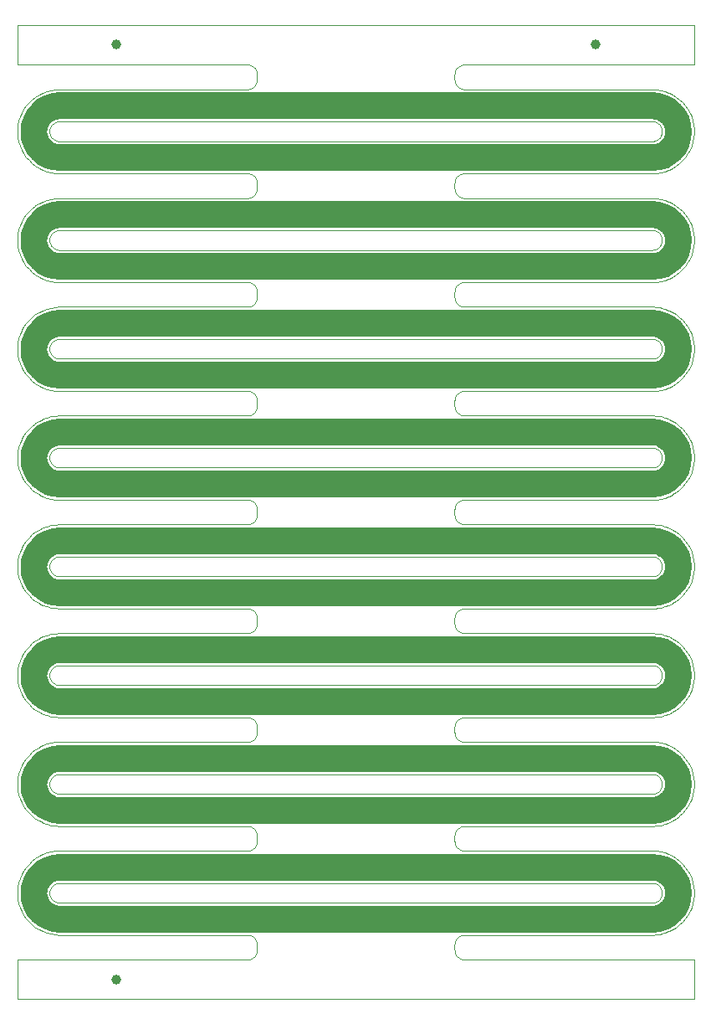
<source format=gbr>
G04 #@! TF.GenerationSoftware,KiCad,Pcbnew,5.1.5+dfsg1-2build2*
G04 #@! TF.CreationDate,2021-10-10T04:01:18+00:00*
G04 #@! TF.ProjectId,bobbin_top_3.3,626f6262-696e-45f7-946f-705f332e332e,rev?*
G04 #@! TF.SameCoordinates,Original*
G04 #@! TF.FileFunction,Copper,L1,Top*
G04 #@! TF.FilePolarity,Positive*
%FSLAX46Y46*%
G04 Gerber Fmt 4.6, Leading zero omitted, Abs format (unit mm)*
G04 Created by KiCad (PCBNEW 5.1.5+dfsg1-2build2) date 2021-10-10 04:01:18*
%MOMM*%
%LPD*%
G04 APERTURE LIST*
G04 #@! TA.AperFunction,Profile*
%ADD10C,0.100000*%
G04 #@! TD*
G04 #@! TA.AperFunction,BGAPad,CuDef*
%ADD11C,1.000000*%
G04 #@! TD*
G04 #@! TA.AperFunction,SMDPad,CuDef*
%ADD12R,10.000000X2.000000*%
G04 #@! TD*
G04 #@! TA.AperFunction,ViaPad*
%ADD13C,0.800000*%
G04 #@! TD*
G04 #@! TA.AperFunction,Conductor*
%ADD14C,0.254000*%
G04 #@! TD*
G04 APERTURE END LIST*
D10*
X114499900Y-121216000D02*
X114401200Y-121236200D01*
X114596400Y-121185700D02*
X114499900Y-121216000D01*
X114689300Y-121145900D02*
X114596400Y-121185700D01*
X114777600Y-121096800D02*
X114689300Y-121145900D01*
X114860800Y-121038900D02*
X114777600Y-121096800D01*
X114937500Y-120973100D02*
X114860800Y-121038900D01*
X115007100Y-120899800D02*
X114937500Y-120973100D01*
X115069000Y-120819900D02*
X115007100Y-120899800D01*
X115122400Y-120734100D02*
X115069000Y-120819900D01*
X115166900Y-120643400D02*
X115122400Y-120734100D01*
X115202000Y-120548600D02*
X115166900Y-120643400D01*
X115227300Y-120450800D02*
X115202000Y-120548600D01*
X115242600Y-120350800D02*
X115227300Y-120450800D01*
X115247700Y-120249900D02*
X115242600Y-120350800D01*
X115242600Y-120149200D02*
X115247700Y-120249900D01*
X115227300Y-120049300D02*
X115242600Y-120149200D01*
X115202000Y-119951500D02*
X115227300Y-120049300D01*
X115166900Y-119856700D02*
X115202000Y-119951500D01*
X115122400Y-119766000D02*
X115166900Y-119856700D01*
X115069000Y-119680200D02*
X115122400Y-119766000D01*
X115007100Y-119600300D02*
X115069000Y-119680200D01*
X114937300Y-119526800D02*
X115007100Y-119600300D01*
X114860600Y-119461000D02*
X114937300Y-119526800D01*
X114777600Y-119403300D02*
X114860600Y-119461000D01*
X114689300Y-119354200D02*
X114777600Y-119403300D01*
X114596600Y-119314500D02*
X114689300Y-119354200D01*
X114500200Y-119284200D02*
X114596600Y-119314500D01*
X114401200Y-119263900D02*
X114500200Y-119284200D01*
X114300700Y-119253600D02*
X114401200Y-119263900D01*
X114224800Y-119251000D02*
X114300700Y-119253600D01*
X54275500Y-119251000D02*
X114224800Y-119251000D01*
X54199100Y-119253600D02*
X54275500Y-119251000D01*
X54098800Y-119263900D02*
X54199100Y-119253600D01*
X53999800Y-119284200D02*
X54098800Y-119263900D01*
X53903400Y-119314500D02*
X53999800Y-119284200D01*
X53810500Y-119354400D02*
X53903400Y-119314500D01*
X53722100Y-119403400D02*
X53810500Y-119354400D01*
X53639200Y-119461200D02*
X53722100Y-119403400D01*
X53562500Y-119527000D02*
X53639200Y-119461200D01*
X53492900Y-119600300D02*
X53562500Y-119527000D01*
X53431000Y-119680200D02*
X53492900Y-119600300D01*
X53377600Y-119766000D02*
X53431000Y-119680200D01*
X53333100Y-119856700D02*
X53377600Y-119766000D01*
X53298100Y-119951200D02*
X53333100Y-119856700D01*
X53272700Y-120049100D02*
X53298100Y-119951200D01*
X53257400Y-120149000D02*
X53272700Y-120049100D01*
X53252300Y-120249900D02*
X53257400Y-120149000D01*
X53257400Y-120350800D02*
X53252300Y-120249900D01*
X53272700Y-120450800D02*
X53257400Y-120350800D01*
X53298000Y-120548600D02*
X53272700Y-120450800D01*
X53333100Y-120643400D02*
X53298000Y-120548600D01*
X53377600Y-120734100D02*
X53333100Y-120643400D01*
X53431000Y-120819900D02*
X53377600Y-120734100D01*
X53492900Y-120899800D02*
X53431000Y-120819900D01*
X53562500Y-120973100D02*
X53492900Y-120899800D01*
X53639200Y-121038900D02*
X53562500Y-120973100D01*
X53722100Y-121096700D02*
X53639200Y-121038900D01*
X53810500Y-121145700D02*
X53722100Y-121096700D01*
X53903400Y-121185600D02*
X53810500Y-121145700D01*
X53999800Y-121215900D02*
X53903400Y-121185600D01*
X54098800Y-121236200D02*
X53999800Y-121215900D01*
X54199300Y-121246500D02*
X54098800Y-121236200D01*
X54275200Y-121249000D02*
X54199300Y-121246500D01*
X114225000Y-121249000D02*
X54275200Y-121249000D01*
X114300400Y-121246500D02*
X114225000Y-121249000D01*
X114401200Y-121236200D02*
X114300400Y-121246500D01*
X114499900Y-110215900D02*
X114401100Y-110236200D01*
X114596400Y-110185700D02*
X114499900Y-110215900D01*
X114689300Y-110145900D02*
X114596400Y-110185700D01*
X114777600Y-110096800D02*
X114689300Y-110145900D01*
X114860800Y-110038900D02*
X114777600Y-110096800D01*
X114937500Y-109973100D02*
X114860800Y-110038900D01*
X115007100Y-109899800D02*
X114937500Y-109973100D01*
X115069000Y-109819900D02*
X115007100Y-109899800D01*
X115122400Y-109734100D02*
X115069000Y-109819900D01*
X115166900Y-109643400D02*
X115122400Y-109734100D01*
X115202000Y-109548600D02*
X115166900Y-109643400D01*
X115227300Y-109450700D02*
X115202000Y-109548600D01*
X115242600Y-109350800D02*
X115227300Y-109450700D01*
X115247700Y-109249900D02*
X115242600Y-109350800D01*
X115242600Y-109149200D02*
X115247700Y-109249900D01*
X115227300Y-109049300D02*
X115242600Y-109149200D01*
X115202000Y-108951500D02*
X115227300Y-109049300D01*
X115166900Y-108856700D02*
X115202000Y-108951500D01*
X115122400Y-108766000D02*
X115166900Y-108856700D01*
X115069000Y-108680200D02*
X115122400Y-108766000D01*
X115007100Y-108600300D02*
X115069000Y-108680200D01*
X114937300Y-108526800D02*
X115007100Y-108600300D01*
X114860600Y-108461000D02*
X114937300Y-108526800D01*
X114777600Y-108403300D02*
X114860600Y-108461000D01*
X114689300Y-108354200D02*
X114777600Y-108403300D01*
X114596600Y-108314500D02*
X114689300Y-108354200D01*
X114500200Y-108284200D02*
X114596600Y-108314500D01*
X114401200Y-108263900D02*
X114500200Y-108284200D01*
X114300700Y-108253600D02*
X114401200Y-108263900D01*
X114224800Y-108251000D02*
X114300700Y-108253600D01*
X54275400Y-108251000D02*
X114224800Y-108251000D01*
X54199100Y-108253600D02*
X54275400Y-108251000D01*
X54098800Y-108263900D02*
X54199100Y-108253600D01*
X53999800Y-108284200D02*
X54098800Y-108263900D01*
X53903400Y-108314500D02*
X53999800Y-108284200D01*
X53810500Y-108354300D02*
X53903400Y-108314500D01*
X53722100Y-108403400D02*
X53810500Y-108354300D01*
X53639200Y-108461200D02*
X53722100Y-108403400D01*
X53562500Y-108527000D02*
X53639200Y-108461200D01*
X53492900Y-108600300D02*
X53562500Y-108527000D01*
X53431000Y-108680200D02*
X53492900Y-108600300D01*
X53377600Y-108766000D02*
X53431000Y-108680200D01*
X53333100Y-108856700D02*
X53377600Y-108766000D01*
X53298100Y-108951200D02*
X53333100Y-108856700D01*
X53272700Y-109049100D02*
X53298100Y-108951200D01*
X53257400Y-109149000D02*
X53272700Y-109049100D01*
X53252300Y-109249900D02*
X53257400Y-109149000D01*
X53257400Y-109350800D02*
X53252300Y-109249900D01*
X53272700Y-109450700D02*
X53257400Y-109350800D01*
X53298000Y-109548600D02*
X53272700Y-109450700D01*
X53333100Y-109643400D02*
X53298000Y-109548600D01*
X53377600Y-109734100D02*
X53333100Y-109643400D01*
X53431000Y-109819900D02*
X53377600Y-109734100D01*
X53492900Y-109899800D02*
X53431000Y-109819900D01*
X53562500Y-109973100D02*
X53492900Y-109899800D01*
X53639200Y-110038900D02*
X53562500Y-109973100D01*
X53722100Y-110096700D02*
X53639200Y-110038900D01*
X53810500Y-110145700D02*
X53722100Y-110096700D01*
X53903400Y-110185600D02*
X53810500Y-110145700D01*
X53999800Y-110215900D02*
X53903400Y-110185600D01*
X54098800Y-110236200D02*
X53999800Y-110215900D01*
X54199300Y-110246500D02*
X54098800Y-110236200D01*
X54275200Y-110249000D02*
X54199300Y-110246500D01*
X114225000Y-110249000D02*
X54275200Y-110249000D01*
X114300500Y-110246500D02*
X114225000Y-110249000D01*
X114401100Y-110236200D02*
X114300500Y-110246500D01*
X114499900Y-99215900D02*
X114401100Y-99236200D01*
X114596400Y-99185700D02*
X114499900Y-99215900D01*
X114689300Y-99145800D02*
X114596400Y-99185700D01*
X114777600Y-99096800D02*
X114689300Y-99145800D01*
X114860800Y-99038900D02*
X114777600Y-99096800D01*
X114937500Y-98973100D02*
X114860800Y-99038900D01*
X115007100Y-98899800D02*
X114937500Y-98973100D01*
X115069000Y-98819900D02*
X115007100Y-98899800D01*
X115122400Y-98734100D02*
X115069000Y-98819900D01*
X115166900Y-98643400D02*
X115122400Y-98734100D01*
X115202000Y-98548600D02*
X115166900Y-98643400D01*
X115227300Y-98450700D02*
X115202000Y-98548600D01*
X115242600Y-98350800D02*
X115227300Y-98450700D01*
X115247700Y-98249900D02*
X115242600Y-98350800D01*
X115242600Y-98149200D02*
X115247700Y-98249900D01*
X115227300Y-98049300D02*
X115242600Y-98149200D01*
X115202000Y-97951500D02*
X115227300Y-98049300D01*
X115166900Y-97856700D02*
X115202000Y-97951500D01*
X115122400Y-97766000D02*
X115166900Y-97856700D01*
X115069000Y-97680200D02*
X115122400Y-97766000D01*
X115007100Y-97600300D02*
X115069000Y-97680200D01*
X114937300Y-97526800D02*
X115007100Y-97600300D01*
X114860600Y-97461000D02*
X114937300Y-97526800D01*
X114777600Y-97403300D02*
X114860600Y-97461000D01*
X114689300Y-97354200D02*
X114777600Y-97403300D01*
X114596600Y-97314500D02*
X114689300Y-97354200D01*
X114500200Y-97284200D02*
X114596600Y-97314500D01*
X114401200Y-97263800D02*
X114500200Y-97284200D01*
X114300700Y-97253600D02*
X114401200Y-97263800D01*
X114224800Y-97251000D02*
X114300700Y-97253600D01*
X54275400Y-97251000D02*
X114224800Y-97251000D01*
X54199200Y-97253600D02*
X54275400Y-97251000D01*
X54098800Y-97263800D02*
X54199200Y-97253600D01*
X53999800Y-97284200D02*
X54098800Y-97263800D01*
X53903400Y-97314500D02*
X53999800Y-97284200D01*
X53810500Y-97354300D02*
X53903400Y-97314500D01*
X53722100Y-97403400D02*
X53810500Y-97354300D01*
X53639200Y-97461100D02*
X53722100Y-97403400D01*
X53562500Y-97527000D02*
X53639200Y-97461100D01*
X53492900Y-97600300D02*
X53562500Y-97527000D01*
X53431000Y-97680200D02*
X53492900Y-97600300D01*
X53377600Y-97766000D02*
X53431000Y-97680200D01*
X53333100Y-97856700D02*
X53377600Y-97766000D01*
X53298100Y-97951200D02*
X53333100Y-97856700D01*
X53272700Y-98049100D02*
X53298100Y-97951200D01*
X53257400Y-98149000D02*
X53272700Y-98049100D01*
X53252300Y-98249900D02*
X53257400Y-98149000D01*
X53257400Y-98350800D02*
X53252300Y-98249900D01*
X53272700Y-98450700D02*
X53257400Y-98350800D01*
X53298000Y-98548600D02*
X53272700Y-98450700D01*
X53333100Y-98643400D02*
X53298000Y-98548600D01*
X53377600Y-98734100D02*
X53333100Y-98643400D01*
X53431000Y-98819900D02*
X53377600Y-98734100D01*
X53492900Y-98899800D02*
X53431000Y-98819900D01*
X53562500Y-98973100D02*
X53492900Y-98899800D01*
X53639200Y-99038900D02*
X53562500Y-98973100D01*
X53722100Y-99096700D02*
X53639200Y-99038900D01*
X53810500Y-99145700D02*
X53722100Y-99096700D01*
X53903400Y-99185600D02*
X53810500Y-99145700D01*
X53999800Y-99215900D02*
X53903400Y-99185600D01*
X54098800Y-99236200D02*
X53999800Y-99215900D01*
X54199300Y-99246500D02*
X54098800Y-99236200D01*
X54275200Y-99249000D02*
X54199300Y-99246500D01*
X114224900Y-99249000D02*
X54275200Y-99249000D01*
X114300500Y-99246500D02*
X114224900Y-99249000D01*
X114401100Y-99236200D02*
X114300500Y-99246500D01*
X114499900Y-88215900D02*
X114401100Y-88236200D01*
X114596400Y-88185700D02*
X114499900Y-88215900D01*
X114689300Y-88145800D02*
X114596400Y-88185700D01*
X114777600Y-88096800D02*
X114689300Y-88145800D01*
X114860800Y-88038900D02*
X114777600Y-88096800D01*
X114937500Y-87973100D02*
X114860800Y-88038900D01*
X115007100Y-87899800D02*
X114937500Y-87973100D01*
X115069000Y-87819900D02*
X115007100Y-87899800D01*
X115122400Y-87734100D02*
X115069000Y-87819900D01*
X115166900Y-87643400D02*
X115122400Y-87734100D01*
X115202000Y-87548600D02*
X115166900Y-87643400D01*
X115227300Y-87450700D02*
X115202000Y-87548600D01*
X115242600Y-87350800D02*
X115227300Y-87450700D01*
X115247700Y-87249900D02*
X115242600Y-87350800D01*
X115242600Y-87149200D02*
X115247700Y-87249900D01*
X115227300Y-87049300D02*
X115242600Y-87149200D01*
X115202000Y-86951500D02*
X115227300Y-87049300D01*
X115166900Y-86856700D02*
X115202000Y-86951500D01*
X115122400Y-86766000D02*
X115166900Y-86856700D01*
X115069000Y-86680200D02*
X115122400Y-86766000D01*
X115007100Y-86600200D02*
X115069000Y-86680200D01*
X114937300Y-86526800D02*
X115007100Y-86600200D01*
X114860600Y-86461000D02*
X114937300Y-86526800D01*
X114777600Y-86403200D02*
X114860600Y-86461000D01*
X114689300Y-86354200D02*
X114777600Y-86403200D01*
X114596600Y-86314500D02*
X114689300Y-86354200D01*
X114500200Y-86284200D02*
X114596600Y-86314500D01*
X114401200Y-86263800D02*
X114500200Y-86284200D01*
X114300700Y-86253600D02*
X114401200Y-86263800D01*
X114224800Y-86251000D02*
X114300700Y-86253600D01*
X54275400Y-86251000D02*
X114224800Y-86251000D01*
X54199200Y-86253600D02*
X54275400Y-86251000D01*
X54098800Y-86263800D02*
X54199200Y-86253600D01*
X53999800Y-86284200D02*
X54098800Y-86263800D01*
X53903400Y-86314500D02*
X53999800Y-86284200D01*
X53810500Y-86354300D02*
X53903400Y-86314500D01*
X53722100Y-86403400D02*
X53810500Y-86354300D01*
X53639200Y-86461100D02*
X53722100Y-86403400D01*
X53562500Y-86527000D02*
X53639200Y-86461100D01*
X53492900Y-86600200D02*
X53562500Y-86527000D01*
X53431000Y-86680200D02*
X53492900Y-86600200D01*
X53377600Y-86766000D02*
X53431000Y-86680200D01*
X53333100Y-86856700D02*
X53377600Y-86766000D01*
X53298100Y-86951200D02*
X53333100Y-86856700D01*
X53272700Y-87049100D02*
X53298100Y-86951200D01*
X53257400Y-87149000D02*
X53272700Y-87049100D01*
X53252300Y-87249900D02*
X53257400Y-87149000D01*
X53257400Y-87350800D02*
X53252300Y-87249900D01*
X53272700Y-87450700D02*
X53257400Y-87350800D01*
X53298000Y-87548600D02*
X53272700Y-87450700D01*
X53333100Y-87643400D02*
X53298000Y-87548600D01*
X53377600Y-87734100D02*
X53333100Y-87643400D01*
X53431000Y-87819900D02*
X53377600Y-87734100D01*
X53492900Y-87899800D02*
X53431000Y-87819900D01*
X53562500Y-87973100D02*
X53492900Y-87899800D01*
X53639200Y-88038900D02*
X53562500Y-87973100D01*
X53722100Y-88096700D02*
X53639200Y-88038900D01*
X53810500Y-88145700D02*
X53722100Y-88096700D01*
X53903400Y-88185600D02*
X53810500Y-88145700D01*
X53999800Y-88215900D02*
X53903400Y-88185600D01*
X54098800Y-88236200D02*
X53999800Y-88215900D01*
X54199300Y-88246500D02*
X54098800Y-88236200D01*
X54275200Y-88249000D02*
X54199300Y-88246500D01*
X114224900Y-88249000D02*
X54275200Y-88249000D01*
X114300500Y-88246400D02*
X114224900Y-88249000D01*
X114401100Y-88236200D02*
X114300500Y-88246400D01*
X114499900Y-77215900D02*
X114401000Y-77236200D01*
X114596400Y-77185700D02*
X114499900Y-77215900D01*
X114689300Y-77145800D02*
X114596400Y-77185700D01*
X114777600Y-77096800D02*
X114689300Y-77145800D01*
X114860800Y-77038900D02*
X114777600Y-77096800D01*
X114937500Y-76973100D02*
X114860800Y-77038900D01*
X115007100Y-76899800D02*
X114937500Y-76973100D01*
X115069000Y-76819900D02*
X115007100Y-76899800D01*
X115122400Y-76734100D02*
X115069000Y-76819900D01*
X115166900Y-76643300D02*
X115122400Y-76734100D01*
X115202000Y-76548600D02*
X115166900Y-76643300D01*
X115227300Y-76450700D02*
X115202000Y-76548600D01*
X115242600Y-76350800D02*
X115227300Y-76450700D01*
X115247700Y-76249900D02*
X115242600Y-76350800D01*
X115242600Y-76149200D02*
X115247700Y-76249900D01*
X115227300Y-76049300D02*
X115242600Y-76149200D01*
X115202000Y-75951500D02*
X115227300Y-76049300D01*
X115166900Y-75856700D02*
X115202000Y-75951500D01*
X115122400Y-75765900D02*
X115166900Y-75856700D01*
X115069000Y-75680200D02*
X115122400Y-75765900D01*
X115007100Y-75600200D02*
X115069000Y-75680200D01*
X114937300Y-75526800D02*
X115007100Y-75600200D01*
X114860600Y-75461000D02*
X114937300Y-75526800D01*
X114777600Y-75403200D02*
X114860600Y-75461000D01*
X114689300Y-75354200D02*
X114777600Y-75403200D01*
X114596600Y-75314500D02*
X114689300Y-75354200D01*
X114500200Y-75284200D02*
X114596600Y-75314500D01*
X114401200Y-75263800D02*
X114500200Y-75284200D01*
X114300700Y-75253600D02*
X114401200Y-75263800D01*
X114224800Y-75251000D02*
X114300700Y-75253600D01*
X54275300Y-75251000D02*
X114224800Y-75251000D01*
X54199200Y-75253600D02*
X54275300Y-75251000D01*
X54098800Y-75263800D02*
X54199200Y-75253600D01*
X53999800Y-75284200D02*
X54098800Y-75263800D01*
X53903400Y-75314500D02*
X53999800Y-75284200D01*
X53810500Y-75354300D02*
X53903400Y-75314500D01*
X53722100Y-75403400D02*
X53810500Y-75354300D01*
X53639200Y-75461100D02*
X53722100Y-75403400D01*
X53562500Y-75527000D02*
X53639200Y-75461100D01*
X53492900Y-75600200D02*
X53562500Y-75527000D01*
X53431000Y-75680200D02*
X53492900Y-75600200D01*
X53377600Y-75765900D02*
X53431000Y-75680200D01*
X53333100Y-75856700D02*
X53377600Y-75765900D01*
X53298100Y-75951200D02*
X53333100Y-75856700D01*
X53272700Y-76049000D02*
X53298100Y-75951200D01*
X53257400Y-76148900D02*
X53272700Y-76049000D01*
X53252300Y-76249900D02*
X53257400Y-76148900D01*
X53257400Y-76350800D02*
X53252300Y-76249900D01*
X53272700Y-76450700D02*
X53257400Y-76350800D01*
X53298000Y-76548600D02*
X53272700Y-76450700D01*
X53333100Y-76643300D02*
X53298000Y-76548600D01*
X53377600Y-76734100D02*
X53333100Y-76643300D01*
X53431000Y-76819900D02*
X53377600Y-76734100D01*
X53492900Y-76899800D02*
X53431000Y-76819900D01*
X53562500Y-76973100D02*
X53492900Y-76899800D01*
X53639200Y-77038900D02*
X53562500Y-76973100D01*
X53722100Y-77096700D02*
X53639200Y-77038900D01*
X53810500Y-77145700D02*
X53722100Y-77096700D01*
X53903400Y-77185600D02*
X53810500Y-77145700D01*
X53999800Y-77215800D02*
X53903400Y-77185600D01*
X54098800Y-77236200D02*
X53999800Y-77215800D01*
X54199300Y-77246400D02*
X54098800Y-77236200D01*
X54275200Y-77249000D02*
X54199300Y-77246400D01*
X114224800Y-77249000D02*
X54275200Y-77249000D01*
X114300600Y-77246400D02*
X114224800Y-77249000D01*
X114401000Y-77236200D02*
X114300600Y-77246400D01*
X114499900Y-66215900D02*
X114401000Y-66236200D01*
X114596400Y-66185700D02*
X114499900Y-66215900D01*
X114689300Y-66145800D02*
X114596400Y-66185700D01*
X114777600Y-66096800D02*
X114689300Y-66145800D01*
X114860600Y-66039100D02*
X114777600Y-66096800D01*
X114937300Y-65973200D02*
X114860600Y-66039100D01*
X115007100Y-65899800D02*
X114937300Y-65973200D01*
X115069000Y-65819900D02*
X115007100Y-65899800D01*
X115122300Y-65734300D02*
X115069000Y-65819900D01*
X115166800Y-65643600D02*
X115122300Y-65734300D01*
X115201900Y-65548800D02*
X115166800Y-65643600D01*
X115227300Y-65451000D02*
X115201900Y-65548800D01*
X115242600Y-65351100D02*
X115227300Y-65451000D01*
X115247700Y-65250100D02*
X115242600Y-65351100D01*
X115242600Y-65149200D02*
X115247700Y-65250100D01*
X115227300Y-65049300D02*
X115242600Y-65149200D01*
X115202000Y-64951500D02*
X115227300Y-65049300D01*
X115166900Y-64856700D02*
X115202000Y-64951500D01*
X115122400Y-64765900D02*
X115166900Y-64856700D01*
X115069000Y-64680200D02*
X115122400Y-64765900D01*
X115007100Y-64600200D02*
X115069000Y-64680200D01*
X114937300Y-64526800D02*
X115007100Y-64600200D01*
X114860600Y-64461000D02*
X114937300Y-64526800D01*
X114777900Y-64403400D02*
X114860600Y-64461000D01*
X114689500Y-64354300D02*
X114777900Y-64403400D01*
X114596600Y-64314400D02*
X114689500Y-64354300D01*
X114500200Y-64284200D02*
X114596600Y-64314400D01*
X114401200Y-64263800D02*
X114500200Y-64284200D01*
X114300700Y-64253600D02*
X114401200Y-64263800D01*
X114224800Y-64251000D02*
X114300700Y-64253600D01*
X54275300Y-64251000D02*
X114224800Y-64251000D01*
X54199300Y-64253600D02*
X54275300Y-64251000D01*
X54098800Y-64263800D02*
X54199300Y-64253600D01*
X53999800Y-64284200D02*
X54098800Y-64263800D01*
X53903400Y-64314400D02*
X53999800Y-64284200D01*
X53810500Y-64354300D02*
X53903400Y-64314400D01*
X53722100Y-64403400D02*
X53810500Y-64354300D01*
X53639200Y-64461100D02*
X53722100Y-64403400D01*
X53562500Y-64527000D02*
X53639200Y-64461100D01*
X53492900Y-64600200D02*
X53562500Y-64527000D01*
X53431000Y-64680200D02*
X53492900Y-64600200D01*
X53377600Y-64765900D02*
X53431000Y-64680200D01*
X53333100Y-64856700D02*
X53377600Y-64765900D01*
X53298000Y-64951500D02*
X53333100Y-64856700D01*
X53272700Y-65049000D02*
X53298000Y-64951500D01*
X53257400Y-65148900D02*
X53272700Y-65049000D01*
X53252300Y-65249900D02*
X53257400Y-65148900D01*
X53257400Y-65350800D02*
X53252300Y-65249900D01*
X53272700Y-65450700D02*
X53257400Y-65350800D01*
X53298000Y-65548600D02*
X53272700Y-65450700D01*
X53333100Y-65643300D02*
X53298000Y-65548600D01*
X53377600Y-65734100D02*
X53333100Y-65643300D01*
X53431000Y-65819900D02*
X53377600Y-65734100D01*
X53492900Y-65899800D02*
X53431000Y-65819900D01*
X53562500Y-65973100D02*
X53492900Y-65899800D01*
X53639200Y-66038900D02*
X53562500Y-65973100D01*
X53722100Y-66096600D02*
X53639200Y-66038900D01*
X53810500Y-66145700D02*
X53722100Y-66096600D01*
X53903400Y-66185600D02*
X53810500Y-66145700D01*
X53999800Y-66215800D02*
X53903400Y-66185600D01*
X54098800Y-66236200D02*
X53999800Y-66215800D01*
X54199300Y-66246400D02*
X54098800Y-66236200D01*
X54275200Y-66249000D02*
X54199300Y-66246400D01*
X114224800Y-66249000D02*
X54275200Y-66249000D01*
X114300600Y-66246400D02*
X114224800Y-66249000D01*
X114401000Y-66236200D02*
X114300600Y-66246400D01*
X114499900Y-55215900D02*
X114401000Y-55236200D01*
X114596400Y-55185700D02*
X114499900Y-55215900D01*
X114689300Y-55145800D02*
X114596400Y-55185700D01*
X114777600Y-55096800D02*
X114689300Y-55145800D01*
X114860600Y-55039100D02*
X114777600Y-55096800D01*
X114937300Y-54973200D02*
X114860600Y-55039100D01*
X115007100Y-54899800D02*
X114937300Y-54973200D01*
X115069000Y-54819900D02*
X115007100Y-54899800D01*
X115122300Y-54734300D02*
X115069000Y-54819900D01*
X115166800Y-54643600D02*
X115122300Y-54734300D01*
X115201900Y-54548800D02*
X115166800Y-54643600D01*
X115227300Y-54451000D02*
X115201900Y-54548800D01*
X115242600Y-54351100D02*
X115227300Y-54451000D01*
X115247700Y-54250100D02*
X115242600Y-54351100D01*
X115242600Y-54149200D02*
X115247700Y-54250100D01*
X115227300Y-54049300D02*
X115242600Y-54149200D01*
X115202000Y-53951500D02*
X115227300Y-54049300D01*
X115166900Y-53856700D02*
X115202000Y-53951500D01*
X115122400Y-53765900D02*
X115166900Y-53856700D01*
X115069000Y-53680200D02*
X115122400Y-53765900D01*
X115007100Y-53600200D02*
X115069000Y-53680200D01*
X114937300Y-53526800D02*
X115007100Y-53600200D01*
X114860600Y-53460900D02*
X114937300Y-53526800D01*
X114777900Y-53403400D02*
X114860600Y-53460900D01*
X114689500Y-53354300D02*
X114777900Y-53403400D01*
X114596600Y-53314400D02*
X114689500Y-53354300D01*
X114500200Y-53284200D02*
X114596600Y-53314400D01*
X114401200Y-53263800D02*
X114500200Y-53284200D01*
X114300700Y-53253600D02*
X114401200Y-53263800D01*
X114224800Y-53251000D02*
X114300700Y-53253600D01*
X54275200Y-53251000D02*
X114224800Y-53251000D01*
X54199300Y-53253600D02*
X54275200Y-53251000D01*
X54098800Y-53263800D02*
X54199300Y-53253600D01*
X53999800Y-53284200D02*
X54098800Y-53263800D01*
X53903400Y-53314400D02*
X53999800Y-53284200D01*
X53810500Y-53354300D02*
X53903400Y-53314400D01*
X53722100Y-53403400D02*
X53810500Y-53354300D01*
X53639200Y-53461100D02*
X53722100Y-53403400D01*
X53562500Y-53527000D02*
X53639200Y-53461100D01*
X53492900Y-53600200D02*
X53562500Y-53527000D01*
X53431000Y-53680200D02*
X53492900Y-53600200D01*
X53377600Y-53765900D02*
X53431000Y-53680200D01*
X53333100Y-53856700D02*
X53377600Y-53765900D01*
X53298000Y-53951500D02*
X53333100Y-53856700D01*
X53272700Y-54049000D02*
X53298000Y-53951500D01*
X53257400Y-54148900D02*
X53272700Y-54049000D01*
X53252300Y-54249900D02*
X53257400Y-54148900D01*
X53257400Y-54350800D02*
X53252300Y-54249900D01*
X53272700Y-54450700D02*
X53257400Y-54350800D01*
X53298000Y-54548500D02*
X53272700Y-54450700D01*
X53333100Y-54643300D02*
X53298000Y-54548500D01*
X53377600Y-54734100D02*
X53333100Y-54643300D01*
X53431000Y-54819900D02*
X53377600Y-54734100D01*
X53492900Y-54899800D02*
X53431000Y-54819900D01*
X53562500Y-54973000D02*
X53492900Y-54899800D01*
X53639200Y-55038900D02*
X53562500Y-54973000D01*
X53722100Y-55096600D02*
X53639200Y-55038900D01*
X53810500Y-55145700D02*
X53722100Y-55096600D01*
X53903400Y-55185600D02*
X53810500Y-55145700D01*
X53999800Y-55215800D02*
X53903400Y-55185600D01*
X54098800Y-55236200D02*
X53999800Y-55215800D01*
X54199300Y-55246400D02*
X54098800Y-55236200D01*
X54275200Y-55249000D02*
X54199300Y-55246400D01*
X114224800Y-55249000D02*
X54275200Y-55249000D01*
X114300700Y-55246400D02*
X114224800Y-55249000D01*
X114401000Y-55236200D02*
X114300700Y-55246400D01*
X114500200Y-132215900D02*
X114400700Y-132236300D01*
X114596600Y-132185600D02*
X114500200Y-132215900D01*
X114689500Y-132145800D02*
X114596600Y-132185600D01*
X114777900Y-132096700D02*
X114689500Y-132145800D01*
X114860800Y-132038900D02*
X114777900Y-132096700D01*
X114937500Y-131973100D02*
X114860800Y-132038900D01*
X115007100Y-131899800D02*
X114937500Y-131973100D01*
X115069000Y-131819900D02*
X115007100Y-131899800D01*
X115122400Y-131734100D02*
X115069000Y-131819900D01*
X115166900Y-131643400D02*
X115122400Y-131734100D01*
X115202000Y-131548600D02*
X115166900Y-131643400D01*
X115227300Y-131450800D02*
X115202000Y-131548600D01*
X115242600Y-131350900D02*
X115227300Y-131450800D01*
X115247700Y-131249900D02*
X115242600Y-131350900D01*
X115242600Y-131149300D02*
X115247700Y-131249900D01*
X115227300Y-131049400D02*
X115242600Y-131149300D01*
X115202000Y-130951500D02*
X115227300Y-131049400D01*
X115166900Y-130856700D02*
X115202000Y-130951500D01*
X115122400Y-130766000D02*
X115166900Y-130856700D01*
X115069000Y-130680200D02*
X115122400Y-130766000D01*
X115007100Y-130600300D02*
X115069000Y-130680200D01*
X114937300Y-130526800D02*
X115007100Y-130600300D01*
X114860600Y-130461000D02*
X114937300Y-130526800D01*
X114777600Y-130403300D02*
X114860600Y-130461000D01*
X114689300Y-130354200D02*
X114777600Y-130403300D01*
X114596600Y-130314500D02*
X114689300Y-130354200D01*
X114500200Y-130284200D02*
X114596600Y-130314500D01*
X114401200Y-130263900D02*
X114500200Y-130284200D01*
X114300700Y-130253600D02*
X114401200Y-130263900D01*
X114224800Y-130251100D02*
X114300700Y-130253600D01*
X54275000Y-130251100D02*
X114224800Y-130251100D01*
X54199500Y-130253600D02*
X54275000Y-130251100D01*
X54098800Y-130263900D02*
X54199500Y-130253600D01*
X53999800Y-130284200D02*
X54098800Y-130263900D01*
X53903400Y-130314500D02*
X53999800Y-130284200D01*
X53810500Y-130354400D02*
X53903400Y-130314500D01*
X53722100Y-130403400D02*
X53810500Y-130354400D01*
X53639200Y-130461200D02*
X53722100Y-130403400D01*
X53562500Y-130527000D02*
X53639200Y-130461200D01*
X53492900Y-130600300D02*
X53562500Y-130527000D01*
X53431000Y-130680200D02*
X53492900Y-130600300D01*
X53377600Y-130766000D02*
X53431000Y-130680200D01*
X53333100Y-130856700D02*
X53377600Y-130766000D01*
X53298100Y-130951200D02*
X53333100Y-130856700D01*
X53272700Y-131049100D02*
X53298100Y-130951200D01*
X53257400Y-131149000D02*
X53272700Y-131049100D01*
X53252300Y-131249900D02*
X53257400Y-131149000D01*
X53257400Y-131350900D02*
X53252300Y-131249900D01*
X53272700Y-131450800D02*
X53257400Y-131350900D01*
X53298000Y-131548600D02*
X53272700Y-131450800D01*
X53333100Y-131643400D02*
X53298000Y-131548600D01*
X53377600Y-131734100D02*
X53333100Y-131643400D01*
X53431000Y-131819900D02*
X53377600Y-131734100D01*
X53492900Y-131899800D02*
X53431000Y-131819900D01*
X53562500Y-131973100D02*
X53492900Y-131899800D01*
X53639200Y-132038900D02*
X53562500Y-131973100D01*
X53722100Y-132096700D02*
X53639200Y-132038900D01*
X53810500Y-132145800D02*
X53722100Y-132096700D01*
X53903400Y-132185600D02*
X53810500Y-132145800D01*
X53999800Y-132215900D02*
X53903400Y-132185600D01*
X54098800Y-132236200D02*
X53999800Y-132215900D01*
X54199300Y-132246500D02*
X54098800Y-132236200D01*
X54275200Y-132249100D02*
X54199300Y-132246500D01*
X114224500Y-132249100D02*
X54275200Y-132249100D01*
X114300900Y-132246500D02*
X114224500Y-132249100D01*
X114400700Y-132236300D02*
X114300900Y-132246500D01*
X118471000Y-43499000D02*
X50014600Y-43499700D01*
X118487300Y-43500000D02*
X118471000Y-43499000D01*
X118492900Y-43503700D02*
X118487300Y-43500000D01*
X118494800Y-43508200D02*
X118492900Y-43503700D01*
X118495500Y-43523500D02*
X118494800Y-43508200D01*
X118495500Y-47475500D02*
X118495500Y-43523500D01*
X118494300Y-47492700D02*
X118495500Y-47475500D01*
X118491600Y-47496700D02*
X118494300Y-47492700D01*
X118487300Y-47499000D02*
X118491600Y-47496700D01*
X95241200Y-47500000D02*
X118487300Y-47499000D01*
X95144000Y-47504800D02*
X95241200Y-47500000D01*
X95047900Y-47519000D02*
X95144000Y-47504800D01*
X94953600Y-47542600D02*
X95047900Y-47519000D01*
X94862200Y-47575400D02*
X94953600Y-47542600D01*
X94774300Y-47616900D02*
X94862200Y-47575400D01*
X94691000Y-47666900D02*
X94774300Y-47616900D01*
X94613000Y-47724700D02*
X94691000Y-47666900D01*
X94541000Y-47790000D02*
X94613000Y-47724700D01*
X94475700Y-47862000D02*
X94541000Y-47790000D01*
X94417900Y-47940000D02*
X94475700Y-47862000D01*
X94367900Y-48023300D02*
X94417900Y-47940000D01*
X94326400Y-48111100D02*
X94367900Y-48023300D01*
X94293600Y-48202600D02*
X94326400Y-48111100D01*
X94270000Y-48296900D02*
X94293600Y-48202600D01*
X94255800Y-48393000D02*
X94270000Y-48296900D01*
X94251000Y-48490200D02*
X94255800Y-48393000D01*
X94251000Y-49008800D02*
X94251000Y-48490200D01*
X94255800Y-49106000D02*
X94251000Y-49008800D01*
X94270000Y-49202100D02*
X94255800Y-49106000D01*
X94293600Y-49296400D02*
X94270000Y-49202100D01*
X94326400Y-49387900D02*
X94293600Y-49296400D01*
X94367900Y-49475700D02*
X94326400Y-49387900D01*
X94417900Y-49559000D02*
X94367900Y-49475700D01*
X94475700Y-49637000D02*
X94417900Y-49559000D01*
X94541000Y-49709000D02*
X94475700Y-49637000D01*
X94613000Y-49774300D02*
X94541000Y-49709000D01*
X94691000Y-49832100D02*
X94613000Y-49774300D01*
X94774300Y-49882100D02*
X94691000Y-49832100D01*
X94862200Y-49923600D02*
X94774300Y-49882100D01*
X94953600Y-49956400D02*
X94862200Y-49923600D01*
X95047900Y-49980000D02*
X94953600Y-49956400D01*
X95144000Y-49994200D02*
X95047900Y-49980000D01*
X95241200Y-49999000D02*
X95144000Y-49994200D01*
X114243700Y-49999000D02*
X95241200Y-49999000D01*
X114679800Y-50021100D02*
X114243700Y-49999000D01*
X115105900Y-50086400D02*
X114679800Y-50021100D01*
X115522300Y-50194200D02*
X115105900Y-50086400D01*
X115914500Y-50339100D02*
X115522300Y-50194200D01*
X115937800Y-50349100D02*
X115914500Y-50339100D01*
X116301600Y-50527500D02*
X115937800Y-50349100D01*
X116323800Y-50539900D02*
X116301600Y-50527500D01*
X116678500Y-50761400D02*
X116323800Y-50539900D01*
X117018600Y-51024600D02*
X116678500Y-50761400D01*
X117330700Y-51321300D02*
X117018600Y-51024600D01*
X117603300Y-51638300D02*
X117330700Y-51321300D01*
X117618900Y-51658400D02*
X117603300Y-51638300D01*
X117850300Y-51990900D02*
X117618900Y-51658400D01*
X117863800Y-52012500D02*
X117850300Y-51990900D01*
X118066400Y-52378300D02*
X117863800Y-52012500D01*
X118236000Y-52773500D02*
X118066400Y-52378300D01*
X118364900Y-53184300D02*
X118236000Y-52773500D01*
X118449400Y-53593800D02*
X118364900Y-53184300D01*
X118453300Y-53618900D02*
X118449400Y-53593800D01*
X118494300Y-54022000D02*
X118453300Y-53618900D01*
X118495500Y-54047400D02*
X118494300Y-54022000D01*
X118495200Y-54465600D02*
X118495500Y-54047400D01*
X118451700Y-54893400D02*
X118495200Y-54465600D01*
X118365000Y-55315200D02*
X118451700Y-54893400D01*
X118240200Y-55714200D02*
X118365000Y-55315200D01*
X118231400Y-55738100D02*
X118240200Y-55714200D01*
X118071600Y-56110400D02*
X118231400Y-55738100D01*
X118060400Y-56133200D02*
X118071600Y-56110400D01*
X117857200Y-56498700D02*
X118060400Y-56133200D01*
X117611200Y-56852100D02*
X117857200Y-56498700D01*
X117331000Y-57178400D02*
X117611200Y-56852100D01*
X117018900Y-57475100D02*
X117331000Y-57178400D01*
X116678500Y-57738700D02*
X117018900Y-57475100D01*
X116323800Y-57960100D02*
X116678500Y-57738700D01*
X116301600Y-57972500D02*
X116323800Y-57960100D01*
X115937900Y-58150900D02*
X116301600Y-57972500D01*
X115914500Y-58160900D02*
X115937900Y-58150900D01*
X115522200Y-58305800D02*
X115914500Y-58160900D01*
X115105900Y-58413600D02*
X115522200Y-58305800D01*
X114679800Y-58478900D02*
X115105900Y-58413600D01*
X114243700Y-58501000D02*
X114679800Y-58478900D01*
X95241200Y-58501000D02*
X114243700Y-58501000D01*
X95144000Y-58505800D02*
X95241200Y-58501000D01*
X95047900Y-58520000D02*
X95144000Y-58505800D01*
X94953600Y-58543600D02*
X95047900Y-58520000D01*
X94862200Y-58576400D02*
X94953600Y-58543600D01*
X94774300Y-58617900D02*
X94862200Y-58576400D01*
X94691000Y-58667900D02*
X94774300Y-58617900D01*
X94613000Y-58725700D02*
X94691000Y-58667900D01*
X94541000Y-58791000D02*
X94613000Y-58725700D01*
X94475700Y-58863000D02*
X94541000Y-58791000D01*
X94417900Y-58941000D02*
X94475700Y-58863000D01*
X94367900Y-59024300D02*
X94417900Y-58941000D01*
X94326400Y-59112100D02*
X94367900Y-59024300D01*
X94293600Y-59203600D02*
X94326400Y-59112100D01*
X94270000Y-59297900D02*
X94293600Y-59203600D01*
X94255800Y-59394000D02*
X94270000Y-59297900D01*
X94251000Y-59491200D02*
X94255800Y-59394000D01*
X94251000Y-60008800D02*
X94251000Y-59491200D01*
X94255800Y-60106000D02*
X94251000Y-60008800D01*
X94270000Y-60202100D02*
X94255800Y-60106000D01*
X94293600Y-60296400D02*
X94270000Y-60202100D01*
X94326400Y-60387900D02*
X94293600Y-60296400D01*
X94367900Y-60475700D02*
X94326400Y-60387900D01*
X94417900Y-60559000D02*
X94367900Y-60475700D01*
X94475700Y-60637000D02*
X94417900Y-60559000D01*
X94541000Y-60709000D02*
X94475700Y-60637000D01*
X94613000Y-60774300D02*
X94541000Y-60709000D01*
X94691000Y-60832200D02*
X94613000Y-60774300D01*
X94774300Y-60882100D02*
X94691000Y-60832200D01*
X94862200Y-60923600D02*
X94774300Y-60882100D01*
X94953600Y-60956400D02*
X94862200Y-60923600D01*
X95047900Y-60980000D02*
X94953600Y-60956400D01*
X95144000Y-60994200D02*
X95047900Y-60980000D01*
X95241200Y-60999000D02*
X95144000Y-60994200D01*
X114243700Y-60999000D02*
X95241200Y-60999000D01*
X114680300Y-61021200D02*
X114243700Y-60999000D01*
X115093100Y-61084100D02*
X114680300Y-61021200D01*
X115117800Y-61089200D02*
X115093100Y-61084100D01*
X115522300Y-61194200D02*
X115117800Y-61089200D01*
X115914500Y-61339100D02*
X115522300Y-61194200D01*
X115937800Y-61349100D02*
X115914500Y-61339100D01*
X116301600Y-61527500D02*
X115937800Y-61349100D01*
X116323800Y-61539900D02*
X116301600Y-61527500D01*
X116678500Y-61761400D02*
X116323800Y-61539900D01*
X117018600Y-62024600D02*
X116678500Y-61761400D01*
X117330700Y-62321300D02*
X117018600Y-62024600D01*
X117603300Y-62638300D02*
X117330700Y-62321300D01*
X117618900Y-62658400D02*
X117603300Y-62638300D01*
X117850300Y-62990900D02*
X117618900Y-62658400D01*
X117863800Y-63012500D02*
X117850300Y-62990900D01*
X118066400Y-63378300D02*
X117863800Y-63012500D01*
X118236000Y-63773500D02*
X118066400Y-63378300D01*
X118364900Y-64184300D02*
X118236000Y-63773500D01*
X118449400Y-64593800D02*
X118364900Y-64184300D01*
X118453300Y-64618900D02*
X118449400Y-64593800D01*
X118494300Y-65022000D02*
X118453300Y-64618900D01*
X118495500Y-65047400D02*
X118494300Y-65022000D01*
X118495200Y-65465600D02*
X118495500Y-65047400D01*
X118451700Y-65893500D02*
X118495200Y-65465600D01*
X118365000Y-66315200D02*
X118451700Y-65893500D01*
X118240200Y-66714200D02*
X118365000Y-66315200D01*
X118231400Y-66738100D02*
X118240200Y-66714200D01*
X118071600Y-67110400D02*
X118231400Y-66738100D01*
X118060400Y-67133200D02*
X118071600Y-67110400D01*
X117857200Y-67498700D02*
X118060400Y-67133200D01*
X117611200Y-67852100D02*
X117857200Y-67498700D01*
X117331000Y-68178400D02*
X117611200Y-67852100D01*
X117018900Y-68475100D02*
X117331000Y-68178400D01*
X116678500Y-68738700D02*
X117018900Y-68475100D01*
X116323800Y-68960100D02*
X116678500Y-68738700D01*
X116301600Y-68972500D02*
X116323800Y-68960100D01*
X115937900Y-69150900D02*
X116301600Y-68972500D01*
X115914500Y-69160900D02*
X115937900Y-69150900D01*
X115522200Y-69305800D02*
X115914500Y-69160900D01*
X115105900Y-69413600D02*
X115522200Y-69305800D01*
X114679800Y-69478900D02*
X115105900Y-69413600D01*
X114243700Y-69501000D02*
X114679800Y-69478900D01*
X95241200Y-69501000D02*
X114243700Y-69501000D01*
X95144000Y-69505800D02*
X95241200Y-69501000D01*
X95047900Y-69520000D02*
X95144000Y-69505800D01*
X94953600Y-69543600D02*
X95047900Y-69520000D01*
X94862200Y-69576400D02*
X94953600Y-69543600D01*
X94774300Y-69617900D02*
X94862200Y-69576400D01*
X94691000Y-69667900D02*
X94774300Y-69617900D01*
X94613000Y-69725700D02*
X94691000Y-69667900D01*
X94541000Y-69791000D02*
X94613000Y-69725700D01*
X94475700Y-69863000D02*
X94541000Y-69791000D01*
X94417900Y-69941000D02*
X94475700Y-69863000D01*
X94367900Y-70024300D02*
X94417900Y-69941000D01*
X94326400Y-70112200D02*
X94367900Y-70024300D01*
X94293600Y-70203600D02*
X94326400Y-70112200D01*
X94270000Y-70297900D02*
X94293600Y-70203600D01*
X94255800Y-70394000D02*
X94270000Y-70297900D01*
X94251000Y-70491200D02*
X94255800Y-70394000D01*
X94251000Y-71008800D02*
X94251000Y-70491200D01*
X94255800Y-71106000D02*
X94251000Y-71008800D01*
X94270000Y-71202100D02*
X94255800Y-71106000D01*
X94293600Y-71296400D02*
X94270000Y-71202100D01*
X94326400Y-71387900D02*
X94293600Y-71296400D01*
X94367900Y-71475700D02*
X94326400Y-71387900D01*
X94417900Y-71559000D02*
X94367900Y-71475700D01*
X94475700Y-71637100D02*
X94417900Y-71559000D01*
X94541000Y-71709000D02*
X94475700Y-71637100D01*
X94613000Y-71774300D02*
X94541000Y-71709000D01*
X94691000Y-71832200D02*
X94613000Y-71774300D01*
X94774300Y-71882100D02*
X94691000Y-71832200D01*
X94862200Y-71923600D02*
X94774300Y-71882100D01*
X94953600Y-71956400D02*
X94862200Y-71923600D01*
X95047900Y-71980000D02*
X94953600Y-71956400D01*
X95144000Y-71994200D02*
X95047900Y-71980000D01*
X95241200Y-71999000D02*
X95144000Y-71994200D01*
X114243700Y-71999000D02*
X95241200Y-71999000D01*
X114680300Y-72021200D02*
X114243700Y-71999000D01*
X115093100Y-72084100D02*
X114680300Y-72021200D01*
X115117800Y-72089200D02*
X115093100Y-72084100D01*
X115522300Y-72194200D02*
X115117800Y-72089200D01*
X115914500Y-72339100D02*
X115522300Y-72194200D01*
X115937800Y-72349100D02*
X115914500Y-72339100D01*
X116301600Y-72527600D02*
X115937800Y-72349100D01*
X116323800Y-72539900D02*
X116301600Y-72527600D01*
X116678500Y-72761400D02*
X116323800Y-72539900D01*
X117018600Y-73024600D02*
X116678500Y-72761400D01*
X117330700Y-73321300D02*
X117018600Y-73024600D01*
X117603300Y-73638300D02*
X117330700Y-73321300D01*
X117618900Y-73658400D02*
X117603300Y-73638300D01*
X117850300Y-73990900D02*
X117618900Y-73658400D01*
X117863800Y-74012500D02*
X117850300Y-73990900D01*
X118066400Y-74378300D02*
X117863800Y-74012500D01*
X118236000Y-74773500D02*
X118066400Y-74378300D01*
X118364900Y-75184400D02*
X118236000Y-74773500D01*
X118449400Y-75593800D02*
X118364900Y-75184400D01*
X118453300Y-75619000D02*
X118449400Y-75593800D01*
X118494300Y-76022000D02*
X118453300Y-75619000D01*
X118495500Y-76047400D02*
X118494300Y-76022000D01*
X118495200Y-76465600D02*
X118495500Y-76047400D01*
X118451700Y-76893500D02*
X118495200Y-76465600D01*
X118365000Y-77315200D02*
X118451700Y-76893500D01*
X118240200Y-77714300D02*
X118365000Y-77315200D01*
X118231400Y-77738100D02*
X118240200Y-77714300D01*
X118071600Y-78110400D02*
X118231400Y-77738100D01*
X118060400Y-78133300D02*
X118071600Y-78110400D01*
X117857200Y-78498700D02*
X118060400Y-78133300D01*
X117611200Y-78852100D02*
X117857200Y-78498700D01*
X117331000Y-79178400D02*
X117611200Y-78852100D01*
X117018900Y-79475100D02*
X117331000Y-79178400D01*
X116678500Y-79738700D02*
X117018900Y-79475100D01*
X116323800Y-79960100D02*
X116678500Y-79738700D01*
X116301600Y-79972500D02*
X116323800Y-79960100D01*
X115937900Y-80150900D02*
X116301600Y-79972500D01*
X115914500Y-80160900D02*
X115937900Y-80150900D01*
X115522200Y-80305800D02*
X115914500Y-80160900D01*
X115105900Y-80413600D02*
X115522200Y-80305800D01*
X114679800Y-80478900D02*
X115105900Y-80413600D01*
X114243700Y-80501000D02*
X114679800Y-80478900D01*
X95241200Y-80501000D02*
X114243700Y-80501000D01*
X95144000Y-80505800D02*
X95241200Y-80501000D01*
X95047900Y-80520000D02*
X95144000Y-80505800D01*
X94953600Y-80543600D02*
X95047900Y-80520000D01*
X94862200Y-80576400D02*
X94953600Y-80543600D01*
X94774300Y-80617900D02*
X94862200Y-80576400D01*
X94691000Y-80667900D02*
X94774300Y-80617900D01*
X94613000Y-80725700D02*
X94691000Y-80667900D01*
X94541000Y-80791000D02*
X94613000Y-80725700D01*
X94475700Y-80863000D02*
X94541000Y-80791000D01*
X94417900Y-80941000D02*
X94475700Y-80863000D01*
X94367900Y-81024300D02*
X94417900Y-80941000D01*
X94326400Y-81112200D02*
X94367900Y-81024300D01*
X94293600Y-81203600D02*
X94326400Y-81112200D01*
X94270000Y-81297900D02*
X94293600Y-81203600D01*
X94255800Y-81394000D02*
X94270000Y-81297900D01*
X94251000Y-81491300D02*
X94255800Y-81394000D01*
X94251000Y-82008800D02*
X94251000Y-81491300D01*
X94255800Y-82106100D02*
X94251000Y-82008800D01*
X94270000Y-82202200D02*
X94255800Y-82106100D01*
X94293600Y-82296400D02*
X94270000Y-82202200D01*
X94326400Y-82387900D02*
X94293600Y-82296400D01*
X94367900Y-82475700D02*
X94326400Y-82387900D01*
X94417900Y-82559000D02*
X94367900Y-82475700D01*
X94475700Y-82637100D02*
X94417900Y-82559000D01*
X94541000Y-82709000D02*
X94475700Y-82637100D01*
X94613000Y-82774300D02*
X94541000Y-82709000D01*
X94691000Y-82832200D02*
X94613000Y-82774300D01*
X94774300Y-82882100D02*
X94691000Y-82832200D01*
X94862200Y-82923600D02*
X94774300Y-82882100D01*
X94953600Y-82956400D02*
X94862200Y-82923600D01*
X95047900Y-82980000D02*
X94953600Y-82956400D01*
X95144000Y-82994200D02*
X95047900Y-82980000D01*
X95241200Y-82999000D02*
X95144000Y-82994200D01*
X114243700Y-82999000D02*
X95241200Y-82999000D01*
X114680300Y-83021200D02*
X114243700Y-82999000D01*
X115093100Y-83084100D02*
X114680300Y-83021200D01*
X115118000Y-83089200D02*
X115093100Y-83084100D01*
X115522300Y-83194200D02*
X115118000Y-83089200D01*
X115914500Y-83339100D02*
X115522300Y-83194200D01*
X115937800Y-83349100D02*
X115914500Y-83339100D01*
X116301600Y-83527600D02*
X115937800Y-83349100D01*
X116323800Y-83539900D02*
X116301600Y-83527600D01*
X116678500Y-83761400D02*
X116323800Y-83539900D01*
X117018600Y-84024600D02*
X116678500Y-83761400D01*
X117330700Y-84321300D02*
X117018600Y-84024600D01*
X117603300Y-84638300D02*
X117330700Y-84321300D01*
X117618900Y-84658400D02*
X117603300Y-84638300D01*
X117850300Y-84990900D02*
X117618900Y-84658400D01*
X117863800Y-85012500D02*
X117850300Y-84990900D01*
X118066400Y-85378300D02*
X117863800Y-85012500D01*
X118236000Y-85773500D02*
X118066400Y-85378300D01*
X118364900Y-86184400D02*
X118236000Y-85773500D01*
X118449400Y-86593800D02*
X118364900Y-86184400D01*
X118453300Y-86619000D02*
X118449400Y-86593800D01*
X118494300Y-87022000D02*
X118453300Y-86619000D01*
X118495500Y-87047400D02*
X118494300Y-87022000D01*
X118495200Y-87465600D02*
X118495500Y-87047400D01*
X118451700Y-87893500D02*
X118495200Y-87465600D01*
X118365000Y-88315200D02*
X118451700Y-87893500D01*
X118240200Y-88714300D02*
X118365000Y-88315200D01*
X118231400Y-88738100D02*
X118240200Y-88714300D01*
X118071600Y-89110400D02*
X118231400Y-88738100D01*
X118060400Y-89133300D02*
X118071600Y-89110400D01*
X117857200Y-89498700D02*
X118060400Y-89133300D01*
X117611200Y-89852100D02*
X117857200Y-89498700D01*
X117331000Y-90178400D02*
X117611200Y-89852100D01*
X117018900Y-90475100D02*
X117331000Y-90178400D01*
X116678500Y-90738700D02*
X117018900Y-90475100D01*
X116323800Y-90960100D02*
X116678500Y-90738700D01*
X116301600Y-90972500D02*
X116323800Y-90960100D01*
X115937900Y-91150900D02*
X116301600Y-90972500D01*
X115914500Y-91160900D02*
X115937900Y-91150900D01*
X115522200Y-91305800D02*
X115914500Y-91160900D01*
X115105400Y-91413700D02*
X115522200Y-91305800D01*
X114679800Y-91478900D02*
X115105400Y-91413700D01*
X114243700Y-91501000D02*
X114679800Y-91478900D01*
X95241200Y-91501000D02*
X114243700Y-91501000D01*
X95144000Y-91505800D02*
X95241200Y-91501000D01*
X95047900Y-91520000D02*
X95144000Y-91505800D01*
X94953600Y-91543600D02*
X95047900Y-91520000D01*
X94862200Y-91576400D02*
X94953600Y-91543600D01*
X94774300Y-91617900D02*
X94862200Y-91576400D01*
X94691000Y-91667900D02*
X94774300Y-91617900D01*
X94613000Y-91725700D02*
X94691000Y-91667900D01*
X94541000Y-91791000D02*
X94613000Y-91725700D01*
X94475700Y-91863000D02*
X94541000Y-91791000D01*
X94417900Y-91941000D02*
X94475700Y-91863000D01*
X94367900Y-92024300D02*
X94417900Y-91941000D01*
X94326400Y-92112200D02*
X94367900Y-92024300D01*
X94293600Y-92203600D02*
X94326400Y-92112200D01*
X94270000Y-92297900D02*
X94293600Y-92203600D01*
X94255800Y-92394000D02*
X94270000Y-92297900D01*
X94251000Y-92491300D02*
X94255800Y-92394000D01*
X94251000Y-93008800D02*
X94251000Y-92491300D01*
X94255800Y-93106100D02*
X94251000Y-93008800D01*
X94270000Y-93202200D02*
X94255800Y-93106100D01*
X94293600Y-93296400D02*
X94270000Y-93202200D01*
X94326400Y-93387900D02*
X94293600Y-93296400D01*
X94367900Y-93475700D02*
X94326400Y-93387900D01*
X94417900Y-93559000D02*
X94367900Y-93475700D01*
X94475700Y-93637100D02*
X94417900Y-93559000D01*
X94541000Y-93709000D02*
X94475700Y-93637100D01*
X94613000Y-93774300D02*
X94541000Y-93709000D01*
X94691000Y-93832200D02*
X94613000Y-93774300D01*
X94774300Y-93882100D02*
X94691000Y-93832200D01*
X94862200Y-93923700D02*
X94774300Y-93882100D01*
X94953600Y-93956400D02*
X94862200Y-93923700D01*
X95047900Y-93980000D02*
X94953600Y-93956400D01*
X95144000Y-93994200D02*
X95047900Y-93980000D01*
X95241200Y-93999000D02*
X95144000Y-93994200D01*
X114243700Y-93999000D02*
X95241200Y-93999000D01*
X114667600Y-94020200D02*
X114243700Y-93999000D01*
X114692600Y-94022800D02*
X114667600Y-94020200D01*
X115105400Y-94086300D02*
X114692600Y-94022800D01*
X115522300Y-94194200D02*
X115105400Y-94086300D01*
X115926100Y-94343800D02*
X115522300Y-94194200D01*
X116312700Y-94533400D02*
X115926100Y-94343800D01*
X116678100Y-94761100D02*
X116312700Y-94533400D01*
X117018600Y-95024700D02*
X116678100Y-94761100D01*
X117330700Y-95321300D02*
X117018600Y-95024700D01*
X117603300Y-95638300D02*
X117330700Y-95321300D01*
X117618900Y-95658400D02*
X117603300Y-95638300D01*
X117857200Y-96001400D02*
X117618900Y-95658400D01*
X118066200Y-96377900D02*
X117857200Y-96001400D01*
X118236200Y-96774000D02*
X118066200Y-96377900D01*
X118361500Y-97172300D02*
X118236200Y-96774000D01*
X118367900Y-97197000D02*
X118361500Y-97172300D01*
X118449400Y-97593800D02*
X118367900Y-97197000D01*
X118453300Y-97619000D02*
X118449400Y-97593800D01*
X118495200Y-98034500D02*
X118453300Y-97619000D01*
X118495500Y-98452600D02*
X118495200Y-98034500D01*
X118494300Y-98478000D02*
X118495500Y-98452600D01*
X118451700Y-98893500D02*
X118494300Y-98478000D01*
X118367900Y-99303100D02*
X118451700Y-98893500D01*
X118361500Y-99327700D02*
X118367900Y-99303100D01*
X118240200Y-99714300D02*
X118361500Y-99327700D01*
X118231400Y-99738100D02*
X118240200Y-99714300D01*
X118066400Y-100121800D02*
X118231400Y-99738100D01*
X117863800Y-100487500D02*
X118066400Y-100121800D01*
X117850300Y-100509100D02*
X117863800Y-100487500D01*
X117611500Y-100851700D02*
X117850300Y-100509100D01*
X117330700Y-101178800D02*
X117611500Y-100851700D01*
X117028200Y-101466700D02*
X117330700Y-101178800D01*
X117008900Y-101483300D02*
X117028200Y-101466700D01*
X116678500Y-101738700D02*
X117008900Y-101483300D01*
X116323800Y-101960100D02*
X116678500Y-101738700D01*
X116301600Y-101972500D02*
X116323800Y-101960100D01*
X115926500Y-102156100D02*
X116301600Y-101972500D01*
X115522700Y-102305700D02*
X115926500Y-102156100D01*
X115105900Y-102413700D02*
X115522700Y-102305700D01*
X114692700Y-102477300D02*
X115105900Y-102413700D01*
X114667400Y-102479900D02*
X114692700Y-102477300D01*
X114243800Y-102501000D02*
X114667400Y-102479900D01*
X95241200Y-102501000D02*
X114243800Y-102501000D01*
X95144000Y-102505800D02*
X95241200Y-102501000D01*
X95047900Y-102520000D02*
X95144000Y-102505800D01*
X94953600Y-102543700D02*
X95047900Y-102520000D01*
X94862200Y-102576400D02*
X94953600Y-102543700D01*
X94774300Y-102617900D02*
X94862200Y-102576400D01*
X94691000Y-102667900D02*
X94774300Y-102617900D01*
X94613000Y-102725700D02*
X94691000Y-102667900D01*
X94541000Y-102791000D02*
X94613000Y-102725700D01*
X94475700Y-102863000D02*
X94541000Y-102791000D01*
X94417900Y-102941000D02*
X94475700Y-102863000D01*
X94367900Y-103024300D02*
X94417900Y-102941000D01*
X94326400Y-103112200D02*
X94367900Y-103024300D01*
X94293600Y-103203600D02*
X94326400Y-103112200D01*
X94270000Y-103297900D02*
X94293600Y-103203600D01*
X94255800Y-103394000D02*
X94270000Y-103297900D01*
X94251000Y-103491300D02*
X94255800Y-103394000D01*
X94251000Y-104008800D02*
X94251000Y-103491300D01*
X94255800Y-104106100D02*
X94251000Y-104008800D01*
X94270000Y-104202200D02*
X94255800Y-104106100D01*
X94293600Y-104296400D02*
X94270000Y-104202200D01*
X94326400Y-104387900D02*
X94293600Y-104296400D01*
X94367900Y-104475700D02*
X94326400Y-104387900D01*
X94417900Y-104559000D02*
X94367900Y-104475700D01*
X94475700Y-104637100D02*
X94417900Y-104559000D01*
X94541000Y-104709100D02*
X94475700Y-104637100D01*
X94613000Y-104774300D02*
X94541000Y-104709100D01*
X94691000Y-104832200D02*
X94613000Y-104774300D01*
X94774300Y-104882100D02*
X94691000Y-104832200D01*
X94862200Y-104923700D02*
X94774300Y-104882100D01*
X94953600Y-104956400D02*
X94862200Y-104923700D01*
X95047900Y-104980000D02*
X94953600Y-104956400D01*
X95144000Y-104994200D02*
X95047900Y-104980000D01*
X95241200Y-104999000D02*
X95144000Y-104994200D01*
X114249900Y-104999100D02*
X95241200Y-104999000D01*
X114680300Y-105021200D02*
X114249900Y-104999100D01*
X115105400Y-105086300D02*
X114680300Y-105021200D01*
X115522300Y-105194200D02*
X115105400Y-105086300D01*
X115914700Y-105339200D02*
X115522300Y-105194200D01*
X115937800Y-105349200D02*
X115914700Y-105339200D01*
X116313100Y-105533600D02*
X115937800Y-105349200D01*
X116667600Y-105754200D02*
X116313100Y-105533600D01*
X116688500Y-105768800D02*
X116667600Y-105754200D01*
X117018600Y-106024700D02*
X116688500Y-105768800D01*
X117321900Y-106312500D02*
X117018600Y-106024700D01*
X117339400Y-106330900D02*
X117321900Y-106312500D01*
X117611200Y-106648000D02*
X117339400Y-106330900D01*
X117857500Y-107001800D02*
X117611200Y-106648000D01*
X118060400Y-107366800D02*
X117857500Y-107001800D01*
X118071600Y-107389600D02*
X118060400Y-107366800D01*
X118236000Y-107773500D02*
X118071600Y-107389600D01*
X118361500Y-108172400D02*
X118236000Y-107773500D01*
X118367900Y-108197000D02*
X118361500Y-108172400D01*
X118451600Y-108606100D02*
X118367900Y-108197000D01*
X118495200Y-109035000D02*
X118451600Y-108606100D01*
X118495500Y-109452600D02*
X118495200Y-109035000D01*
X118494300Y-109478000D02*
X118495500Y-109452600D01*
X118451700Y-109893500D02*
X118494300Y-109478000D01*
X118367900Y-110303100D02*
X118451700Y-109893500D01*
X118361500Y-110327700D02*
X118367900Y-110303100D01*
X118236200Y-110726100D02*
X118361500Y-110327700D01*
X118071600Y-111110400D02*
X118236200Y-110726100D01*
X118060400Y-111133300D02*
X118071600Y-111110400D01*
X117857400Y-111498300D02*
X118060400Y-111133300D01*
X117618900Y-111841600D02*
X117857400Y-111498300D01*
X117603300Y-111861800D02*
X117618900Y-111841600D01*
X117331000Y-112178500D02*
X117603300Y-111861800D01*
X117018600Y-112475500D02*
X117331000Y-112178500D01*
X116678500Y-112738700D02*
X117018600Y-112475500D01*
X116323800Y-112960100D02*
X116678500Y-112738700D01*
X116301600Y-112972500D02*
X116323800Y-112960100D01*
X115937900Y-113150900D02*
X116301600Y-112972500D01*
X115914500Y-113160900D02*
X115937900Y-113150900D01*
X115522200Y-113305900D02*
X115914500Y-113160900D01*
X115105400Y-113413800D02*
X115522200Y-113305900D01*
X114680300Y-113478900D02*
X115105400Y-113413800D01*
X114256400Y-113500700D02*
X114680300Y-113478900D01*
X95241200Y-113501000D02*
X114256400Y-113500700D01*
X95144000Y-113505800D02*
X95241200Y-113501000D01*
X95047900Y-113520000D02*
X95144000Y-113505800D01*
X94953600Y-113543700D02*
X95047900Y-113520000D01*
X94862200Y-113576400D02*
X94953600Y-113543700D01*
X94774300Y-113617900D02*
X94862200Y-113576400D01*
X94691000Y-113667900D02*
X94774300Y-113617900D01*
X94613000Y-113725700D02*
X94691000Y-113667900D01*
X94541000Y-113791000D02*
X94613000Y-113725700D01*
X94475700Y-113863000D02*
X94541000Y-113791000D01*
X94417900Y-113941000D02*
X94475700Y-113863000D01*
X94367900Y-114024300D02*
X94417900Y-113941000D01*
X94326400Y-114112200D02*
X94367900Y-114024300D01*
X94293600Y-114203600D02*
X94326400Y-114112200D01*
X94270000Y-114297900D02*
X94293600Y-114203600D01*
X94255800Y-114394000D02*
X94270000Y-114297900D01*
X94251000Y-114491300D02*
X94255800Y-114394000D01*
X94251000Y-115008800D02*
X94251000Y-114491300D01*
X94255800Y-115106100D02*
X94251000Y-115008800D01*
X94270000Y-115202200D02*
X94255800Y-115106100D01*
X94293600Y-115296400D02*
X94270000Y-115202200D01*
X94326400Y-115387900D02*
X94293600Y-115296400D01*
X94367900Y-115475700D02*
X94326400Y-115387900D01*
X94417900Y-115559000D02*
X94367900Y-115475700D01*
X94475700Y-115637100D02*
X94417900Y-115559000D01*
X94541000Y-115709100D02*
X94475700Y-115637100D01*
X94613000Y-115774300D02*
X94541000Y-115709100D01*
X94691000Y-115832200D02*
X94613000Y-115774300D01*
X94774300Y-115882100D02*
X94691000Y-115832200D01*
X94862200Y-115923700D02*
X94774300Y-115882100D01*
X94953600Y-115956400D02*
X94862200Y-115923700D01*
X95047900Y-115980000D02*
X94953600Y-115956400D01*
X95144000Y-115994300D02*
X95047900Y-115980000D01*
X95241200Y-115999000D02*
X95144000Y-115994300D01*
X114243700Y-115999000D02*
X95241200Y-115999000D01*
X114679800Y-116021200D02*
X114243700Y-115999000D01*
X115105900Y-116086400D02*
X114679800Y-116021200D01*
X115522300Y-116194200D02*
X115105900Y-116086400D01*
X115926100Y-116343800D02*
X115522300Y-116194200D01*
X116312700Y-116533400D02*
X115926100Y-116343800D01*
X116667600Y-116754200D02*
X116312700Y-116533400D01*
X116688500Y-116768800D02*
X116667600Y-116754200D01*
X117008900Y-117016800D02*
X116688500Y-116768800D01*
X117028200Y-117033300D02*
X117008900Y-117016800D01*
X117331100Y-117321700D02*
X117028200Y-117033300D01*
X117611200Y-117648000D02*
X117331100Y-117321700D01*
X117857200Y-118001400D02*
X117611200Y-117648000D01*
X118060400Y-118366800D02*
X117857200Y-118001400D01*
X118071600Y-118389600D02*
X118060400Y-118366800D01*
X118231400Y-118761900D02*
X118071600Y-118389600D01*
X118240200Y-118785800D02*
X118231400Y-118761900D01*
X118365100Y-119184900D02*
X118240200Y-118785800D01*
X118451600Y-119606200D02*
X118365100Y-119184900D01*
X118495200Y-120034500D02*
X118451600Y-119606200D01*
X118495500Y-120452600D02*
X118495200Y-120034500D01*
X118494300Y-120478000D02*
X118495500Y-120452600D01*
X118453300Y-120881100D02*
X118494300Y-120478000D01*
X118449400Y-120906200D02*
X118453300Y-120881100D01*
X118364900Y-121315800D02*
X118449400Y-120906200D01*
X118236200Y-121726100D02*
X118364900Y-121315800D01*
X118066400Y-122121800D02*
X118236200Y-121726100D01*
X117863800Y-122487500D02*
X118066400Y-122121800D01*
X117850300Y-122509100D02*
X117863800Y-122487500D01*
X117618900Y-122841700D02*
X117850300Y-122509100D01*
X117603300Y-122861800D02*
X117618900Y-122841700D01*
X117331000Y-123178500D02*
X117603300Y-122861800D01*
X117028200Y-123466800D02*
X117331000Y-123178500D01*
X117008900Y-123483300D02*
X117028200Y-123466800D01*
X116688500Y-123731300D02*
X117008900Y-123483300D01*
X116667700Y-123745800D02*
X116688500Y-123731300D01*
X116312600Y-123966700D02*
X116667700Y-123745800D01*
X115926500Y-124156200D02*
X116312600Y-123966700D01*
X115522700Y-124305700D02*
X115926500Y-124156200D01*
X115118100Y-124410800D02*
X115522700Y-124305700D01*
X115093100Y-124416000D02*
X115118100Y-124410800D01*
X114680300Y-124478900D02*
X115093100Y-124416000D01*
X114243700Y-124501000D02*
X114680300Y-124478900D01*
X95241200Y-124501000D02*
X114243700Y-124501000D01*
X95144000Y-124505800D02*
X95241200Y-124501000D01*
X95047900Y-124520100D02*
X95144000Y-124505800D01*
X94953600Y-124543700D02*
X95047900Y-124520100D01*
X94862200Y-124576400D02*
X94953600Y-124543700D01*
X94774300Y-124617900D02*
X94862200Y-124576400D01*
X94691000Y-124667900D02*
X94774300Y-124617900D01*
X94613000Y-124725700D02*
X94691000Y-124667900D01*
X94541000Y-124791000D02*
X94613000Y-124725700D01*
X94475700Y-124863000D02*
X94541000Y-124791000D01*
X94417900Y-124941000D02*
X94475700Y-124863000D01*
X94367900Y-125024300D02*
X94417900Y-124941000D01*
X94326400Y-125112200D02*
X94367900Y-125024300D01*
X94293600Y-125203600D02*
X94326400Y-125112200D01*
X94270000Y-125297900D02*
X94293600Y-125203600D01*
X94255800Y-125394000D02*
X94270000Y-125297900D01*
X94251000Y-125491300D02*
X94255800Y-125394000D01*
X94251000Y-126008800D02*
X94251000Y-125491300D01*
X94255800Y-126106100D02*
X94251000Y-126008800D01*
X94270000Y-126202200D02*
X94255800Y-126106100D01*
X94293600Y-126296400D02*
X94270000Y-126202200D01*
X94326400Y-126387900D02*
X94293600Y-126296400D01*
X94367900Y-126475700D02*
X94326400Y-126387900D01*
X94417900Y-126559100D02*
X94367900Y-126475700D01*
X94475700Y-126637100D02*
X94417900Y-126559100D01*
X94541000Y-126709100D02*
X94475700Y-126637100D01*
X94613000Y-126774300D02*
X94541000Y-126709100D01*
X94691000Y-126832200D02*
X94613000Y-126774300D01*
X94774300Y-126882200D02*
X94691000Y-126832200D01*
X94862200Y-126923700D02*
X94774300Y-126882200D01*
X94953600Y-126956400D02*
X94862200Y-126923700D01*
X95047900Y-126980000D02*
X94953600Y-126956400D01*
X95144000Y-126994300D02*
X95047900Y-126980000D01*
X95241300Y-126999100D02*
X95144000Y-126994300D01*
X114243700Y-126999100D02*
X95241300Y-126999100D01*
X114679800Y-127021200D02*
X114243700Y-126999100D01*
X115105900Y-127086400D02*
X114679800Y-127021200D01*
X115522300Y-127194300D02*
X115105900Y-127086400D01*
X115926100Y-127343800D02*
X115522300Y-127194300D01*
X116312700Y-127533400D02*
X115926100Y-127343800D01*
X116667600Y-127754200D02*
X116312700Y-127533400D01*
X116688500Y-127768800D02*
X116667600Y-127754200D01*
X117008900Y-128016800D02*
X116688500Y-127768800D01*
X117028200Y-128033300D02*
X117008900Y-128016800D01*
X117331100Y-128321700D02*
X117028200Y-128033300D01*
X117611200Y-128648000D02*
X117331100Y-128321700D01*
X117857200Y-129001400D02*
X117611200Y-128648000D01*
X118060400Y-129366800D02*
X117857200Y-129001400D01*
X118071600Y-129389600D02*
X118060400Y-129366800D01*
X118231400Y-129762000D02*
X118071600Y-129389600D01*
X118240200Y-129785800D02*
X118231400Y-129762000D01*
X118365100Y-130184900D02*
X118240200Y-129785800D01*
X118451600Y-130606200D02*
X118365100Y-130184900D01*
X118495200Y-131034500D02*
X118451600Y-130606200D01*
X118495500Y-131452600D02*
X118495200Y-131034500D01*
X118494300Y-131478000D02*
X118495500Y-131452600D01*
X118453300Y-131881100D02*
X118494300Y-131478000D01*
X118449400Y-131906200D02*
X118453300Y-131881100D01*
X118364900Y-132315800D02*
X118449400Y-131906200D01*
X118236200Y-132726100D02*
X118364900Y-132315800D01*
X118066400Y-133121800D02*
X118236200Y-132726100D01*
X117863800Y-133487500D02*
X118066400Y-133121800D01*
X117850300Y-133509100D02*
X117863800Y-133487500D01*
X117618900Y-133841700D02*
X117850300Y-133509100D01*
X117603300Y-133861800D02*
X117618900Y-133841700D01*
X117330700Y-134178800D02*
X117603300Y-133861800D01*
X117018900Y-134475100D02*
X117330700Y-134178800D01*
X116678500Y-134738700D02*
X117018900Y-134475100D01*
X116323800Y-134960200D02*
X116678500Y-134738700D01*
X116301600Y-134972500D02*
X116323800Y-134960200D01*
X115937900Y-135150900D02*
X116301600Y-134972500D01*
X115914500Y-135161000D02*
X115937900Y-135150900D01*
X115522700Y-135305700D02*
X115914500Y-135161000D01*
X115117800Y-135410900D02*
X115522700Y-135305700D01*
X115093100Y-135416000D02*
X115117800Y-135410900D01*
X114680300Y-135478900D02*
X115093100Y-135416000D01*
X114243700Y-135501100D02*
X114680300Y-135478900D01*
X95241300Y-135501100D02*
X114243700Y-135501100D01*
X95144000Y-135505900D02*
X95241300Y-135501100D01*
X95047900Y-135520100D02*
X95144000Y-135505900D01*
X94953600Y-135543700D02*
X95047900Y-135520100D01*
X94862200Y-135576500D02*
X94953600Y-135543700D01*
X94774300Y-135618000D02*
X94862200Y-135576500D01*
X94691000Y-135667900D02*
X94774300Y-135618000D01*
X94613000Y-135725800D02*
X94691000Y-135667900D01*
X94541000Y-135791100D02*
X94613000Y-135725800D01*
X94475700Y-135863000D02*
X94541000Y-135791100D01*
X94417900Y-135941100D02*
X94475700Y-135863000D01*
X94367900Y-136024400D02*
X94417900Y-135941100D01*
X94326400Y-136112200D02*
X94367900Y-136024400D01*
X94293600Y-136203700D02*
X94326400Y-136112200D01*
X94270000Y-136297900D02*
X94293600Y-136203700D01*
X94255800Y-136394100D02*
X94270000Y-136297900D01*
X94251000Y-136491300D02*
X94255800Y-136394100D01*
X94251000Y-137009800D02*
X94251000Y-136491300D01*
X94255800Y-137107100D02*
X94251000Y-137009800D01*
X94270000Y-137203200D02*
X94255800Y-137107100D01*
X94293600Y-137297400D02*
X94270000Y-137203200D01*
X94326400Y-137388900D02*
X94293600Y-137297400D01*
X94367900Y-137476700D02*
X94326400Y-137388900D01*
X94417900Y-137560100D02*
X94367900Y-137476700D01*
X94475700Y-137638100D02*
X94417900Y-137560100D01*
X94541000Y-137710100D02*
X94475700Y-137638100D01*
X94613000Y-137775300D02*
X94541000Y-137710100D01*
X94691000Y-137833200D02*
X94613000Y-137775300D01*
X94774300Y-137883200D02*
X94691000Y-137833200D01*
X94862200Y-137924700D02*
X94774300Y-137883200D01*
X94953600Y-137957400D02*
X94862200Y-137924700D01*
X95047900Y-137981000D02*
X94953600Y-137957400D01*
X95144000Y-137995300D02*
X95047900Y-137981000D01*
X95241200Y-138000100D02*
X95144000Y-137995300D01*
X118486300Y-138000900D02*
X95241200Y-138000100D01*
X118490800Y-138002700D02*
X118486300Y-138000900D01*
X118494300Y-138007400D02*
X118490800Y-138002700D01*
X118495500Y-138024600D02*
X118494300Y-138007400D01*
X118495500Y-141976500D02*
X118495500Y-138024600D01*
X118494600Y-141992800D02*
X118495500Y-141976500D01*
X118490800Y-141998400D02*
X118494600Y-141992800D01*
X118486300Y-142000300D02*
X118490800Y-141998400D01*
X118471000Y-142001100D02*
X118486300Y-142000300D01*
X50029000Y-142001100D02*
X118471000Y-142001100D01*
X50012700Y-142000100D02*
X50029000Y-142001100D01*
X50007100Y-141996300D02*
X50012700Y-142000100D01*
X50005200Y-141991900D02*
X50007100Y-141996300D01*
X50004500Y-141976500D02*
X50005200Y-141991900D01*
X50004500Y-138024600D02*
X50004500Y-141976500D01*
X50005700Y-138007400D02*
X50004500Y-138024600D01*
X50008400Y-138003300D02*
X50005700Y-138007400D01*
X50012700Y-138001000D02*
X50008400Y-138003300D01*
X73258800Y-138000100D02*
X50012700Y-138001000D01*
X73356000Y-137995300D02*
X73258800Y-138000100D01*
X73452100Y-137981000D02*
X73356000Y-137995300D01*
X73546400Y-137957400D02*
X73452100Y-137981000D01*
X73637900Y-137924700D02*
X73546400Y-137957400D01*
X73725700Y-137883200D02*
X73637900Y-137924700D01*
X73809000Y-137833200D02*
X73725700Y-137883200D01*
X73887000Y-137775300D02*
X73809000Y-137833200D01*
X73959000Y-137710100D02*
X73887000Y-137775300D01*
X74024300Y-137638100D02*
X73959000Y-137710100D01*
X74082100Y-137560100D02*
X74024300Y-137638100D01*
X74132100Y-137476700D02*
X74082100Y-137560100D01*
X74173600Y-137388900D02*
X74132100Y-137476700D01*
X74206400Y-137297400D02*
X74173600Y-137388900D01*
X74230000Y-137203200D02*
X74206400Y-137297400D01*
X74244200Y-137107100D02*
X74230000Y-137203200D01*
X74249000Y-137009800D02*
X74244200Y-137107100D01*
X74249000Y-136491300D02*
X74249000Y-137009800D01*
X74244200Y-136394000D02*
X74249000Y-136491300D01*
X74230000Y-136297900D02*
X74244200Y-136394000D01*
X74206400Y-136203700D02*
X74230000Y-136297900D01*
X74173600Y-136112200D02*
X74206400Y-136203700D01*
X74132100Y-136024400D02*
X74173600Y-136112200D01*
X74082100Y-135941100D02*
X74132100Y-136024400D01*
X74024300Y-135863000D02*
X74082100Y-135941100D01*
X73959000Y-135791000D02*
X74024300Y-135863000D01*
X73887000Y-135725800D02*
X73959000Y-135791000D01*
X73809000Y-135667900D02*
X73887000Y-135725800D01*
X73725700Y-135618000D02*
X73809000Y-135667900D01*
X73637900Y-135576400D02*
X73725700Y-135618000D01*
X73546400Y-135543700D02*
X73637900Y-135576400D01*
X73452100Y-135520100D02*
X73546400Y-135543700D01*
X73356000Y-135505800D02*
X73452100Y-135520100D01*
X73258800Y-135501100D02*
X73356000Y-135505800D01*
X54256300Y-135501100D02*
X73258800Y-135501100D01*
X53820200Y-135478900D02*
X54256300Y-135501100D01*
X53394100Y-135413700D02*
X53820200Y-135478900D01*
X52977700Y-135305900D02*
X53394100Y-135413700D01*
X52585500Y-135161000D02*
X52977700Y-135305900D01*
X52562200Y-135150900D02*
X52585500Y-135161000D01*
X52198400Y-134972500D02*
X52562200Y-135150900D01*
X52176200Y-134960200D02*
X52198400Y-134972500D01*
X51821500Y-134738700D02*
X52176200Y-134960200D01*
X51481400Y-134475400D02*
X51821500Y-134738700D01*
X51169300Y-134178800D02*
X51481400Y-134475400D01*
X50896700Y-133861800D02*
X51169300Y-134178800D01*
X50881100Y-133841700D02*
X50896700Y-133861800D01*
X50649700Y-133509100D02*
X50881100Y-133841700D01*
X50636200Y-133487600D02*
X50649700Y-133509100D01*
X50433600Y-133121800D02*
X50636200Y-133487600D01*
X50264000Y-132726600D02*
X50433600Y-133121800D01*
X50135100Y-132315700D02*
X50264000Y-132726600D01*
X50050600Y-131906300D02*
X50135100Y-132315700D01*
X50046700Y-131881100D02*
X50050600Y-131906300D01*
X50005700Y-131478000D02*
X50046700Y-131881100D01*
X50004500Y-131452600D02*
X50005700Y-131478000D01*
X50004800Y-131034500D02*
X50004500Y-131452600D01*
X50048300Y-130606600D02*
X50004800Y-131034500D01*
X50135000Y-130184800D02*
X50048300Y-130606600D01*
X50259800Y-129785800D02*
X50135000Y-130184800D01*
X50268600Y-129762000D02*
X50259800Y-129785800D01*
X50428400Y-129389700D02*
X50268600Y-129762000D01*
X50439600Y-129366800D02*
X50428400Y-129389700D01*
X50642800Y-129001400D02*
X50439600Y-129366800D01*
X50888800Y-128648000D02*
X50642800Y-129001400D01*
X51169000Y-128321600D02*
X50888800Y-128648000D01*
X51481100Y-128025000D02*
X51169000Y-128321600D01*
X51821500Y-127761400D02*
X51481100Y-128025000D01*
X52176200Y-127539900D02*
X51821500Y-127761400D01*
X52198400Y-127527600D02*
X52176200Y-127539900D01*
X52562200Y-127349200D02*
X52198400Y-127527600D01*
X52585500Y-127339100D02*
X52562200Y-127349200D01*
X52977800Y-127194200D02*
X52585500Y-127339100D01*
X53394100Y-127086400D02*
X52977800Y-127194200D01*
X53820200Y-127021200D02*
X53394100Y-127086400D01*
X54256300Y-126999100D02*
X53820200Y-127021200D01*
X73258800Y-126999100D02*
X54256300Y-126999100D01*
X73356000Y-126994300D02*
X73258800Y-126999100D01*
X73452100Y-126980100D02*
X73356000Y-126994300D01*
X73546400Y-126956400D02*
X73452100Y-126980100D01*
X73637900Y-126923700D02*
X73546400Y-126956400D01*
X73725700Y-126882200D02*
X73637900Y-126923700D01*
X73809000Y-126832200D02*
X73725700Y-126882200D01*
X73887000Y-126774400D02*
X73809000Y-126832200D01*
X73959000Y-126709100D02*
X73887000Y-126774400D01*
X74024300Y-126637100D02*
X73959000Y-126709100D01*
X74082100Y-126559100D02*
X74024300Y-126637100D01*
X74132100Y-126475800D02*
X74082100Y-126559100D01*
X74173600Y-126387900D02*
X74132100Y-126475800D01*
X74206400Y-126296500D02*
X74173600Y-126387900D01*
X74230000Y-126202200D02*
X74206400Y-126296500D01*
X74244200Y-126106100D02*
X74230000Y-126202200D01*
X74249000Y-126008800D02*
X74244200Y-126106100D01*
X74249000Y-125491300D02*
X74249000Y-126008800D01*
X74244200Y-125394000D02*
X74249000Y-125491300D01*
X74230000Y-125297900D02*
X74244200Y-125394000D01*
X74206400Y-125203700D02*
X74230000Y-125297900D01*
X74173600Y-125112200D02*
X74206400Y-125203700D01*
X74132100Y-125024400D02*
X74173600Y-125112200D01*
X74082100Y-124941000D02*
X74132100Y-125024400D01*
X74024300Y-124863000D02*
X74082100Y-124941000D01*
X73959000Y-124791000D02*
X74024300Y-124863000D01*
X73887000Y-124725800D02*
X73959000Y-124791000D01*
X73809000Y-124667900D02*
X73887000Y-124725800D01*
X73725700Y-124617900D02*
X73809000Y-124667900D01*
X73637900Y-124576400D02*
X73725700Y-124617900D01*
X73546400Y-124543700D02*
X73637900Y-124576400D01*
X73452100Y-124520100D02*
X73546400Y-124543700D01*
X73356000Y-124505800D02*
X73452100Y-124520100D01*
X73258800Y-124501000D02*
X73356000Y-124505800D01*
X54256300Y-124501000D02*
X73258800Y-124501000D01*
X53819700Y-124478900D02*
X54256300Y-124501000D01*
X53406900Y-124416000D02*
X53819700Y-124478900D01*
X53382200Y-124410900D02*
X53406900Y-124416000D01*
X52977700Y-124305900D02*
X53382200Y-124410900D01*
X52585500Y-124161000D02*
X52977700Y-124305900D01*
X52562200Y-124150900D02*
X52585500Y-124161000D01*
X52198400Y-123972500D02*
X52562200Y-124150900D01*
X52176200Y-123960200D02*
X52198400Y-123972500D01*
X51821500Y-123738700D02*
X52176200Y-123960200D01*
X51481400Y-123475400D02*
X51821500Y-123738700D01*
X51169300Y-123178800D02*
X51481400Y-123475400D01*
X50896700Y-122861800D02*
X51169300Y-123178800D01*
X50881100Y-122841700D02*
X50896700Y-122861800D01*
X50649700Y-122509100D02*
X50881100Y-122841700D01*
X50636200Y-122487600D02*
X50649700Y-122509100D01*
X50433600Y-122121800D02*
X50636200Y-122487600D01*
X50264000Y-121726500D02*
X50433600Y-122121800D01*
X50135100Y-121315700D02*
X50264000Y-121726500D01*
X50050600Y-120906300D02*
X50135100Y-121315700D01*
X50046700Y-120881100D02*
X50050600Y-120906300D01*
X50005700Y-120478000D02*
X50046700Y-120881100D01*
X50004500Y-120452600D02*
X50005700Y-120478000D01*
X50004800Y-120034500D02*
X50004500Y-120452600D01*
X50048300Y-119606600D02*
X50004800Y-120034500D01*
X50135000Y-119184800D02*
X50048300Y-119606600D01*
X50259800Y-118785800D02*
X50135000Y-119184800D01*
X50268600Y-118762000D02*
X50259800Y-118785800D01*
X50428400Y-118389600D02*
X50268600Y-118762000D01*
X50439600Y-118366800D02*
X50428400Y-118389600D01*
X50642800Y-118001400D02*
X50439600Y-118366800D01*
X50888800Y-117648000D02*
X50642800Y-118001400D01*
X51169000Y-117321600D02*
X50888800Y-117648000D01*
X51481100Y-117025000D02*
X51169000Y-117321600D01*
X51821500Y-116761400D02*
X51481100Y-117025000D01*
X52176200Y-116539900D02*
X51821500Y-116761400D01*
X52198400Y-116527600D02*
X52176200Y-116539900D01*
X52562200Y-116349200D02*
X52198400Y-116527600D01*
X52585500Y-116339100D02*
X52562200Y-116349200D01*
X52977800Y-116194200D02*
X52585500Y-116339100D01*
X53394100Y-116086400D02*
X52977800Y-116194200D01*
X53820200Y-116021200D02*
X53394100Y-116086400D01*
X54256300Y-115999000D02*
X53820200Y-116021200D01*
X73258800Y-115999000D02*
X54256300Y-115999000D01*
X73356000Y-115994200D02*
X73258800Y-115999000D01*
X73452100Y-115980000D02*
X73356000Y-115994200D01*
X73546400Y-115956400D02*
X73452100Y-115980000D01*
X73637900Y-115923600D02*
X73546400Y-115956400D01*
X73725700Y-115882100D02*
X73637900Y-115923600D01*
X73809000Y-115832200D02*
X73725700Y-115882100D01*
X73887000Y-115774300D02*
X73809000Y-115832200D01*
X73959000Y-115709000D02*
X73887000Y-115774300D01*
X74024300Y-115637100D02*
X73959000Y-115709000D01*
X74082100Y-115559000D02*
X74024300Y-115637100D01*
X74132100Y-115475700D02*
X74082100Y-115559000D01*
X74173600Y-115387900D02*
X74132100Y-115475700D01*
X74206400Y-115296400D02*
X74173600Y-115387900D01*
X74230000Y-115202200D02*
X74206400Y-115296400D01*
X74244200Y-115106100D02*
X74230000Y-115202200D01*
X74249000Y-115008800D02*
X74244200Y-115106100D01*
X74249000Y-114491300D02*
X74249000Y-115008800D01*
X74244200Y-114394000D02*
X74249000Y-114491300D01*
X74230000Y-114297900D02*
X74244200Y-114394000D01*
X74206400Y-114203600D02*
X74230000Y-114297900D01*
X74173600Y-114112200D02*
X74206400Y-114203600D01*
X74132100Y-114024400D02*
X74173600Y-114112200D01*
X74082100Y-113941000D02*
X74132100Y-114024400D01*
X74024300Y-113863000D02*
X74082100Y-113941000D01*
X73959000Y-113791000D02*
X74024300Y-113863000D01*
X73887000Y-113725800D02*
X73959000Y-113791000D01*
X73809000Y-113667900D02*
X73887000Y-113725800D01*
X73725700Y-113617900D02*
X73809000Y-113667900D01*
X73637900Y-113576400D02*
X73725700Y-113617900D01*
X73546400Y-113543700D02*
X73637900Y-113576400D01*
X73452100Y-113520100D02*
X73546400Y-113543700D01*
X73356000Y-113505800D02*
X73452100Y-113520100D01*
X73258800Y-113501000D02*
X73356000Y-113505800D01*
X54256300Y-113501000D02*
X73258800Y-113501000D01*
X53819700Y-113478900D02*
X54256300Y-113501000D01*
X53406900Y-113416000D02*
X53819700Y-113478900D01*
X53382200Y-113410900D02*
X53406900Y-113416000D01*
X52977700Y-113305800D02*
X53382200Y-113410900D01*
X52585500Y-113161000D02*
X52977700Y-113305800D01*
X52562200Y-113150900D02*
X52585500Y-113161000D01*
X52198400Y-112972500D02*
X52562200Y-113150900D01*
X52176200Y-112960200D02*
X52198400Y-112972500D01*
X51821500Y-112738700D02*
X52176200Y-112960200D01*
X51481400Y-112475400D02*
X51821500Y-112738700D01*
X51169300Y-112178800D02*
X51481400Y-112475400D01*
X50896700Y-111861800D02*
X51169300Y-112178800D01*
X50881100Y-111841700D02*
X50896700Y-111861800D01*
X50649700Y-111509100D02*
X50881100Y-111841700D01*
X50636200Y-111487500D02*
X50649700Y-111509100D01*
X50433600Y-111121800D02*
X50636200Y-111487500D01*
X50264000Y-110726500D02*
X50433600Y-111121800D01*
X50135100Y-110315700D02*
X50264000Y-110726500D01*
X50050600Y-109906200D02*
X50135100Y-110315700D01*
X50046700Y-109881100D02*
X50050600Y-109906200D01*
X50005700Y-109478000D02*
X50046700Y-109881100D01*
X50004500Y-109452600D02*
X50005700Y-109478000D01*
X50004800Y-109034500D02*
X50004500Y-109452600D01*
X50048300Y-108606600D02*
X50004800Y-109034500D01*
X50135000Y-108184800D02*
X50048300Y-108606600D01*
X50259800Y-107785800D02*
X50135000Y-108184800D01*
X50268600Y-107762000D02*
X50259800Y-107785800D01*
X50428400Y-107389600D02*
X50268600Y-107762000D01*
X50439600Y-107366800D02*
X50428400Y-107389600D01*
X50642800Y-107001400D02*
X50439600Y-107366800D01*
X50888800Y-106648000D02*
X50642800Y-107001400D01*
X51169000Y-106321600D02*
X50888800Y-106648000D01*
X51481100Y-106025000D02*
X51169000Y-106321600D01*
X51821500Y-105761400D02*
X51481100Y-106025000D01*
X52176200Y-105539900D02*
X51821500Y-105761400D01*
X52198400Y-105527600D02*
X52176200Y-105539900D01*
X52562200Y-105349200D02*
X52198400Y-105527600D01*
X52585500Y-105339100D02*
X52562200Y-105349200D01*
X52977800Y-105194200D02*
X52585500Y-105339100D01*
X53394100Y-105086400D02*
X52977800Y-105194200D01*
X53820200Y-105021100D02*
X53394100Y-105086400D01*
X54256300Y-104999000D02*
X53820200Y-105021100D01*
X73258800Y-104999000D02*
X54256300Y-104999000D01*
X73356000Y-104994200D02*
X73258800Y-104999000D01*
X73452100Y-104980000D02*
X73356000Y-104994200D01*
X73546400Y-104956400D02*
X73452100Y-104980000D01*
X73637900Y-104923600D02*
X73546400Y-104956400D01*
X73725700Y-104882100D02*
X73637900Y-104923600D01*
X73809000Y-104832200D02*
X73725700Y-104882100D01*
X73887000Y-104774300D02*
X73809000Y-104832200D01*
X73959000Y-104709000D02*
X73887000Y-104774300D01*
X74024300Y-104637100D02*
X73959000Y-104709000D01*
X74082100Y-104559000D02*
X74024300Y-104637100D01*
X74132100Y-104475700D02*
X74082100Y-104559000D01*
X74173600Y-104387900D02*
X74132100Y-104475700D01*
X74206400Y-104296400D02*
X74173600Y-104387900D01*
X74230000Y-104202200D02*
X74206400Y-104296400D01*
X74244200Y-104106000D02*
X74230000Y-104202200D01*
X74249000Y-104008800D02*
X74244200Y-104106000D01*
X74249000Y-103491300D02*
X74249000Y-104008800D01*
X74244200Y-103394000D02*
X74249000Y-103491300D01*
X74230000Y-103297900D02*
X74244200Y-103394000D01*
X74206400Y-103203600D02*
X74230000Y-103297900D01*
X74173600Y-103112200D02*
X74206400Y-103203600D01*
X74132100Y-103024300D02*
X74173600Y-103112200D01*
X74082100Y-102941000D02*
X74132100Y-103024300D01*
X74024300Y-102863000D02*
X74082100Y-102941000D01*
X73959000Y-102791000D02*
X74024300Y-102863000D01*
X73887000Y-102725800D02*
X73959000Y-102791000D01*
X73809000Y-102667900D02*
X73887000Y-102725800D01*
X73725700Y-102617900D02*
X73809000Y-102667900D01*
X73637900Y-102576400D02*
X73725700Y-102617900D01*
X73546400Y-102543700D02*
X73637900Y-102576400D01*
X73452100Y-102520100D02*
X73546400Y-102543700D01*
X73356000Y-102505800D02*
X73452100Y-102520100D01*
X73258800Y-102501000D02*
X73356000Y-102505800D01*
X54256300Y-102501000D02*
X73258800Y-102501000D01*
X53819700Y-102478900D02*
X54256300Y-102501000D01*
X53406900Y-102415900D02*
X53819700Y-102478900D01*
X53382000Y-102410800D02*
X53406900Y-102415900D01*
X52977700Y-102305800D02*
X53382000Y-102410800D01*
X52585500Y-102161000D02*
X52977700Y-102305800D01*
X52562200Y-102150900D02*
X52585500Y-102161000D01*
X52198400Y-101972500D02*
X52562200Y-102150900D01*
X52176200Y-101960200D02*
X52198400Y-101972500D01*
X51821500Y-101738700D02*
X52176200Y-101960200D01*
X51481400Y-101475400D02*
X51821500Y-101738700D01*
X51169300Y-101178800D02*
X51481400Y-101475400D01*
X50896700Y-100861800D02*
X51169300Y-101178800D01*
X50881100Y-100841700D02*
X50896700Y-100861800D01*
X50649700Y-100509100D02*
X50881100Y-100841700D01*
X50636200Y-100487500D02*
X50649700Y-100509100D01*
X50433600Y-100121800D02*
X50636200Y-100487500D01*
X50264000Y-99726500D02*
X50433600Y-100121800D01*
X50135100Y-99315700D02*
X50264000Y-99726500D01*
X50050600Y-98906200D02*
X50135100Y-99315700D01*
X50046700Y-98881100D02*
X50050600Y-98906200D01*
X50005700Y-98478000D02*
X50046700Y-98881100D01*
X50004500Y-98452600D02*
X50005700Y-98478000D01*
X50004800Y-98034500D02*
X50004500Y-98452600D01*
X50048300Y-97606600D02*
X50004800Y-98034500D01*
X50135000Y-97184800D02*
X50048300Y-97606600D01*
X50259800Y-96785800D02*
X50135000Y-97184800D01*
X50268600Y-96761900D02*
X50259800Y-96785800D01*
X50428400Y-96389600D02*
X50268600Y-96761900D01*
X50439600Y-96366800D02*
X50428400Y-96389600D01*
X50642800Y-96001300D02*
X50439600Y-96366800D01*
X50888800Y-95647900D02*
X50642800Y-96001300D01*
X51169000Y-95321600D02*
X50888800Y-95647900D01*
X51481100Y-95024900D02*
X51169000Y-95321600D01*
X51821500Y-94761400D02*
X51481100Y-95024900D01*
X52176200Y-94539900D02*
X51821500Y-94761400D01*
X52198400Y-94527600D02*
X52176200Y-94539900D01*
X52562200Y-94349200D02*
X52198400Y-94527600D01*
X52585500Y-94339100D02*
X52562200Y-94349200D01*
X52977800Y-94194200D02*
X52585500Y-94339100D01*
X53394100Y-94086400D02*
X52977800Y-94194200D01*
X53820200Y-94021100D02*
X53394100Y-94086400D01*
X54256300Y-93999000D02*
X53820200Y-94021100D01*
X73258800Y-93999000D02*
X54256300Y-93999000D01*
X73356000Y-93994200D02*
X73258800Y-93999000D01*
X73452100Y-93980000D02*
X73356000Y-93994200D01*
X73546400Y-93956400D02*
X73452100Y-93980000D01*
X73637900Y-93923600D02*
X73546400Y-93956400D01*
X73725700Y-93882100D02*
X73637900Y-93923600D01*
X73809000Y-93832200D02*
X73725700Y-93882100D01*
X73887000Y-93774300D02*
X73809000Y-93832200D01*
X73959000Y-93709000D02*
X73887000Y-93774300D01*
X74024300Y-93637100D02*
X73959000Y-93709000D01*
X74082100Y-93559000D02*
X74024300Y-93637100D01*
X74132100Y-93475700D02*
X74082100Y-93559000D01*
X74173600Y-93387900D02*
X74132100Y-93475700D01*
X74206400Y-93296400D02*
X74173600Y-93387900D01*
X74230000Y-93202100D02*
X74206400Y-93296400D01*
X74244200Y-93106000D02*
X74230000Y-93202100D01*
X74249000Y-93008800D02*
X74244200Y-93106000D01*
X74249000Y-92491300D02*
X74249000Y-93008800D01*
X74244200Y-92394000D02*
X74249000Y-92491300D01*
X74230000Y-92297900D02*
X74244200Y-92394000D01*
X74206400Y-92203600D02*
X74230000Y-92297900D01*
X74173600Y-92112200D02*
X74206400Y-92203600D01*
X74132100Y-92024300D02*
X74173600Y-92112200D01*
X74082100Y-91941000D02*
X74132100Y-92024300D01*
X74024300Y-91863000D02*
X74082100Y-91941000D01*
X73959000Y-91791000D02*
X74024300Y-91863000D01*
X73887000Y-91725700D02*
X73959000Y-91791000D01*
X73809000Y-91667900D02*
X73887000Y-91725700D01*
X73725700Y-91617900D02*
X73809000Y-91667900D01*
X73637900Y-91576400D02*
X73725700Y-91617900D01*
X73546400Y-91543700D02*
X73637900Y-91576400D01*
X73452100Y-91520100D02*
X73546400Y-91543700D01*
X73356000Y-91505800D02*
X73452100Y-91520100D01*
X73258800Y-91501000D02*
X73356000Y-91505800D01*
X54243600Y-91500700D02*
X73258800Y-91501000D01*
X53819700Y-91478900D02*
X54243600Y-91500700D01*
X53394600Y-91413700D02*
X53819700Y-91478900D01*
X52977700Y-91305800D02*
X53394600Y-91413700D01*
X52585500Y-91160900D02*
X52977700Y-91305800D01*
X52562200Y-91150900D02*
X52585500Y-91160900D01*
X52198400Y-90972500D02*
X52562200Y-91150900D01*
X52176200Y-90960100D02*
X52198400Y-90972500D01*
X51821500Y-90738700D02*
X52176200Y-90960100D01*
X51481400Y-90475400D02*
X51821500Y-90738700D01*
X51169000Y-90178400D02*
X51481400Y-90475400D01*
X50896700Y-89861800D02*
X51169000Y-90178400D01*
X50881100Y-89841600D02*
X50896700Y-89861800D01*
X50642800Y-89498700D02*
X50881100Y-89841600D01*
X50439600Y-89133300D02*
X50642800Y-89498700D01*
X50428400Y-89110500D02*
X50439600Y-89133300D01*
X50264000Y-88726500D02*
X50428400Y-89110500D01*
X50138500Y-88327700D02*
X50264000Y-88726500D01*
X50132100Y-88303100D02*
X50138500Y-88327700D01*
X50048400Y-87893900D02*
X50132100Y-88303100D01*
X50005700Y-87478000D02*
X50048400Y-87893900D01*
X50004500Y-87452600D02*
X50005700Y-87478000D01*
X50004800Y-87035000D02*
X50004500Y-87452600D01*
X50048400Y-86606100D02*
X50004800Y-87035000D01*
X50132100Y-86197000D02*
X50048400Y-86606100D01*
X50138500Y-86172400D02*
X50132100Y-86197000D01*
X50263800Y-85774000D02*
X50138500Y-86172400D01*
X50428400Y-85389600D02*
X50263800Y-85774000D01*
X50439600Y-85366800D02*
X50428400Y-85389600D01*
X50642600Y-85001800D02*
X50439600Y-85366800D01*
X50888800Y-84647900D02*
X50642600Y-85001800D01*
X51160600Y-84330900D02*
X50888800Y-84647900D01*
X51178100Y-84312500D02*
X51160600Y-84330900D01*
X51481100Y-84024900D02*
X51178100Y-84312500D01*
X51811500Y-83768800D02*
X51481100Y-84024900D01*
X51832300Y-83754200D02*
X51811500Y-83768800D01*
X52186900Y-83533600D02*
X51832300Y-83754200D01*
X52562200Y-83349100D02*
X52186900Y-83533600D01*
X52585300Y-83339200D02*
X52562200Y-83349100D01*
X52977800Y-83194200D02*
X52585300Y-83339200D01*
X53394600Y-83086300D02*
X52977800Y-83194200D01*
X53819700Y-83021200D02*
X53394600Y-83086300D01*
X54250100Y-82999100D02*
X53819700Y-83021200D01*
X73258800Y-82999000D02*
X54250100Y-82999100D01*
X73356000Y-82994200D02*
X73258800Y-82999000D01*
X73452100Y-82980000D02*
X73356000Y-82994200D01*
X73546400Y-82956400D02*
X73452100Y-82980000D01*
X73637900Y-82923600D02*
X73546400Y-82956400D01*
X73725700Y-82882100D02*
X73637900Y-82923600D01*
X73809000Y-82832200D02*
X73725700Y-82882100D01*
X73887000Y-82774300D02*
X73809000Y-82832200D01*
X73959000Y-82709000D02*
X73887000Y-82774300D01*
X74024300Y-82637000D02*
X73959000Y-82709000D01*
X74082100Y-82559000D02*
X74024300Y-82637000D01*
X74132100Y-82475700D02*
X74082100Y-82559000D01*
X74173600Y-82387900D02*
X74132100Y-82475700D01*
X74206400Y-82296400D02*
X74173600Y-82387900D01*
X74230000Y-82202100D02*
X74206400Y-82296400D01*
X74244200Y-82106000D02*
X74230000Y-82202100D01*
X74249000Y-82008800D02*
X74244200Y-82106000D01*
X74249000Y-81491300D02*
X74249000Y-82008800D01*
X74244200Y-81394000D02*
X74249000Y-81491300D01*
X74230000Y-81297900D02*
X74244200Y-81394000D01*
X74206400Y-81203600D02*
X74230000Y-81297900D01*
X74173600Y-81112200D02*
X74206400Y-81203600D01*
X74132100Y-81024300D02*
X74173600Y-81112200D01*
X74082100Y-80941000D02*
X74132100Y-81024300D01*
X74024300Y-80863000D02*
X74082100Y-80941000D01*
X73959000Y-80791000D02*
X74024300Y-80863000D01*
X73887000Y-80725700D02*
X73959000Y-80791000D01*
X73809000Y-80667900D02*
X73887000Y-80725700D01*
X73725700Y-80617900D02*
X73809000Y-80667900D01*
X73637900Y-80576400D02*
X73725700Y-80617900D01*
X73546400Y-80543700D02*
X73637900Y-80576400D01*
X73452100Y-80520000D02*
X73546400Y-80543700D01*
X73356000Y-80505800D02*
X73452100Y-80520000D01*
X73258800Y-80501000D02*
X73356000Y-80505800D01*
X54256200Y-80501000D02*
X73258800Y-80501000D01*
X53832700Y-80479900D02*
X54256200Y-80501000D01*
X53807400Y-80477300D02*
X53832700Y-80479900D01*
X53394100Y-80413600D02*
X53807400Y-80477300D01*
X52977200Y-80305700D02*
X53394100Y-80413600D01*
X52585500Y-80160900D02*
X52977200Y-80305700D01*
X52562200Y-80150900D02*
X52585500Y-80160900D01*
X52187300Y-79966700D02*
X52562200Y-80150900D01*
X51832400Y-79745800D02*
X52187300Y-79966700D01*
X51811500Y-79731300D02*
X51832400Y-79745800D01*
X51481400Y-79475400D02*
X51811500Y-79731300D01*
X51169300Y-79178800D02*
X51481400Y-79475400D01*
X50888500Y-78851700D02*
X51169300Y-79178800D01*
X50649700Y-78509100D02*
X50888500Y-78851700D01*
X50636200Y-78487500D02*
X50649700Y-78509100D01*
X50439600Y-78133300D02*
X50636200Y-78487500D01*
X50428400Y-78110400D02*
X50439600Y-78133300D01*
X50264000Y-77726500D02*
X50428400Y-78110400D01*
X50138500Y-77327700D02*
X50264000Y-77726500D01*
X50132100Y-77303100D02*
X50138500Y-77327700D01*
X50048400Y-76893900D02*
X50132100Y-77303100D01*
X50004800Y-76465500D02*
X50048400Y-76893900D01*
X50004800Y-76034400D02*
X50004800Y-76465500D01*
X50046700Y-75619000D02*
X50004800Y-76034400D01*
X50050600Y-75593800D02*
X50046700Y-75619000D01*
X50132100Y-75197000D02*
X50050600Y-75593800D01*
X50138500Y-75172400D02*
X50132100Y-75197000D01*
X50263800Y-74773900D02*
X50138500Y-75172400D01*
X50428400Y-74389600D02*
X50263800Y-74773900D01*
X50439600Y-74366800D02*
X50428400Y-74389600D01*
X50642600Y-74001800D02*
X50439600Y-74366800D01*
X50881100Y-73658400D02*
X50642600Y-74001800D01*
X50896700Y-73638300D02*
X50881100Y-73658400D01*
X51169300Y-73321200D02*
X50896700Y-73638300D01*
X51481400Y-73024600D02*
X51169300Y-73321200D01*
X51822000Y-72761100D02*
X51481400Y-73024600D01*
X52187400Y-72533300D02*
X51822000Y-72761100D01*
X52574000Y-72343700D02*
X52187400Y-72533300D01*
X52977800Y-72194200D02*
X52574000Y-72343700D01*
X53394600Y-72086300D02*
X52977800Y-72194200D01*
X53807300Y-72022800D02*
X53394600Y-72086300D01*
X53832400Y-72020200D02*
X53807300Y-72022800D01*
X54256300Y-71999000D02*
X53832400Y-72020200D01*
X73258800Y-71999000D02*
X54256300Y-71999000D01*
X73356000Y-71994200D02*
X73258800Y-71999000D01*
X73452100Y-71980000D02*
X73356000Y-71994200D01*
X73546400Y-71956400D02*
X73452100Y-71980000D01*
X73637900Y-71923600D02*
X73546400Y-71956400D01*
X73725700Y-71882100D02*
X73637900Y-71923600D01*
X73809000Y-71832200D02*
X73725700Y-71882100D01*
X73887000Y-71774300D02*
X73809000Y-71832200D01*
X73959000Y-71709000D02*
X73887000Y-71774300D01*
X74024300Y-71637000D02*
X73959000Y-71709000D01*
X74082100Y-71559000D02*
X74024300Y-71637000D01*
X74132100Y-71475700D02*
X74082100Y-71559000D01*
X74173600Y-71387900D02*
X74132100Y-71475700D01*
X74206400Y-71296400D02*
X74173600Y-71387900D01*
X74230000Y-71202100D02*
X74206400Y-71296400D01*
X74244200Y-71106000D02*
X74230000Y-71202100D01*
X74249000Y-71008800D02*
X74244200Y-71106000D01*
X74249000Y-70491300D02*
X74249000Y-71008800D01*
X74244200Y-70394000D02*
X74249000Y-70491300D01*
X74230000Y-70297900D02*
X74244200Y-70394000D01*
X74206400Y-70203600D02*
X74230000Y-70297900D01*
X74173600Y-70112200D02*
X74206400Y-70203600D01*
X74132100Y-70024300D02*
X74173600Y-70112200D01*
X74082100Y-69941000D02*
X74132100Y-70024300D01*
X74024300Y-69863000D02*
X74082100Y-69941000D01*
X73959000Y-69791000D02*
X74024300Y-69863000D01*
X73887000Y-69725700D02*
X73959000Y-69791000D01*
X73809000Y-69667900D02*
X73887000Y-69725700D01*
X73725700Y-69617900D02*
X73809000Y-69667900D01*
X73637900Y-69576400D02*
X73725700Y-69617900D01*
X73546400Y-69543600D02*
X73637900Y-69576400D01*
X73452100Y-69520000D02*
X73546400Y-69543600D01*
X73356000Y-69505800D02*
X73452100Y-69520000D01*
X73258800Y-69501000D02*
X73356000Y-69505800D01*
X54256300Y-69501000D02*
X73258800Y-69501000D01*
X53820200Y-69478900D02*
X54256300Y-69501000D01*
X53394600Y-69413700D02*
X53820200Y-69478900D01*
X52977700Y-69305800D02*
X53394600Y-69413700D01*
X52585500Y-69160900D02*
X52977700Y-69305800D01*
X52562200Y-69150900D02*
X52585500Y-69160900D01*
X52198400Y-68972500D02*
X52562200Y-69150900D01*
X52176200Y-68960100D02*
X52198400Y-68972500D01*
X51821500Y-68738600D02*
X52176200Y-68960100D01*
X51481000Y-68475100D02*
X51821500Y-68738600D01*
X51169300Y-68178700D02*
X51481000Y-68475100D01*
X50888800Y-67852100D02*
X51169300Y-68178700D01*
X50642800Y-67498700D02*
X50888800Y-67852100D01*
X50439600Y-67133300D02*
X50642800Y-67498700D01*
X50428400Y-67110400D02*
X50439600Y-67133300D01*
X50268600Y-66738100D02*
X50428400Y-67110400D01*
X50259800Y-66714300D02*
X50268600Y-66738100D01*
X50134900Y-66315200D02*
X50259800Y-66714300D01*
X50048400Y-65893900D02*
X50134900Y-66315200D01*
X50004800Y-65465500D02*
X50048400Y-65893900D01*
X50004500Y-65047400D02*
X50004800Y-65465500D01*
X50005700Y-65022000D02*
X50004500Y-65047400D01*
X50046700Y-64619000D02*
X50005700Y-65022000D01*
X50050600Y-64593800D02*
X50046700Y-64619000D01*
X50135100Y-64184300D02*
X50050600Y-64593800D01*
X50263800Y-63773900D02*
X50135100Y-64184300D01*
X50433600Y-63378200D02*
X50263800Y-63773900D01*
X50636200Y-63012500D02*
X50433600Y-63378200D01*
X50649700Y-62990900D02*
X50636200Y-63012500D01*
X50881100Y-62658400D02*
X50649700Y-62990900D01*
X50896700Y-62638300D02*
X50881100Y-62658400D01*
X51169000Y-62321600D02*
X50896700Y-62638300D01*
X51471800Y-62033300D02*
X51169000Y-62321600D01*
X51491100Y-62016700D02*
X51471800Y-62033300D01*
X51811500Y-61768700D02*
X51491100Y-62016700D01*
X51832300Y-61754200D02*
X51811500Y-61768700D01*
X52187400Y-61533300D02*
X51832300Y-61754200D01*
X52573500Y-61343900D02*
X52187400Y-61533300D01*
X52977300Y-61194300D02*
X52573500Y-61343900D01*
X53381900Y-61089200D02*
X52977300Y-61194300D01*
X53406900Y-61084100D02*
X53381900Y-61089200D01*
X53819700Y-61021200D02*
X53406900Y-61084100D01*
X54256300Y-60999000D02*
X53819700Y-61021200D01*
X73258800Y-60999000D02*
X54256300Y-60999000D01*
X73356000Y-60994200D02*
X73258800Y-60999000D01*
X73452100Y-60980000D02*
X73356000Y-60994200D01*
X73546400Y-60956400D02*
X73452100Y-60980000D01*
X73637900Y-60923600D02*
X73546400Y-60956400D01*
X73725700Y-60882100D02*
X73637900Y-60923600D01*
X73809000Y-60832100D02*
X73725700Y-60882100D01*
X73887000Y-60774300D02*
X73809000Y-60832100D01*
X73959000Y-60709000D02*
X73887000Y-60774300D01*
X74024300Y-60637000D02*
X73959000Y-60709000D01*
X74082100Y-60559000D02*
X74024300Y-60637000D01*
X74132100Y-60475700D02*
X74082100Y-60559000D01*
X74173600Y-60387900D02*
X74132100Y-60475700D01*
X74206400Y-60296400D02*
X74173600Y-60387900D01*
X74230000Y-60202100D02*
X74206400Y-60296400D01*
X74244200Y-60106000D02*
X74230000Y-60202100D01*
X74249000Y-60008800D02*
X74244200Y-60106000D01*
X74249000Y-59491200D02*
X74249000Y-60008800D01*
X74244200Y-59394000D02*
X74249000Y-59491200D01*
X74230000Y-59297900D02*
X74244200Y-59394000D01*
X74206400Y-59203600D02*
X74230000Y-59297900D01*
X74173600Y-59112100D02*
X74206400Y-59203600D01*
X74132100Y-59024300D02*
X74173600Y-59112100D01*
X74082100Y-58941000D02*
X74132100Y-59024300D01*
X74024300Y-58863000D02*
X74082100Y-58941000D01*
X73959000Y-58791000D02*
X74024300Y-58863000D01*
X73887000Y-58725700D02*
X73959000Y-58791000D01*
X73809000Y-58667900D02*
X73887000Y-58725700D01*
X73725700Y-58617900D02*
X73809000Y-58667900D01*
X73637900Y-58576400D02*
X73725700Y-58617900D01*
X73546400Y-58543600D02*
X73637900Y-58576400D01*
X73452100Y-58520000D02*
X73546400Y-58543600D01*
X73356000Y-58505800D02*
X73452100Y-58520000D01*
X73258800Y-58501000D02*
X73356000Y-58505800D01*
X54256300Y-58501000D02*
X73258800Y-58501000D01*
X53820200Y-58478900D02*
X54256300Y-58501000D01*
X53394100Y-58413600D02*
X53820200Y-58478900D01*
X52977700Y-58305800D02*
X53394100Y-58413600D01*
X52573900Y-58156300D02*
X52977700Y-58305800D01*
X52187300Y-57966700D02*
X52573900Y-58156300D01*
X51832400Y-57745800D02*
X52187300Y-57966700D01*
X51811500Y-57731300D02*
X51832400Y-57745800D01*
X51491100Y-57483300D02*
X51811500Y-57731300D01*
X51471800Y-57466700D02*
X51491100Y-57483300D01*
X51169000Y-57178400D02*
X51471800Y-57466700D01*
X50888800Y-56852000D02*
X51169000Y-57178400D01*
X50642800Y-56498600D02*
X50888800Y-56852000D01*
X50439600Y-56133300D02*
X50642800Y-56498600D01*
X50428400Y-56110400D02*
X50439600Y-56133300D01*
X50268600Y-55738100D02*
X50428400Y-56110400D01*
X50259800Y-55714300D02*
X50268600Y-55738100D01*
X50134900Y-55315200D02*
X50259800Y-55714300D01*
X50048400Y-54893900D02*
X50134900Y-55315200D01*
X50004800Y-54465500D02*
X50048400Y-54893900D01*
X50004500Y-54047400D02*
X50004800Y-54465500D01*
X50005700Y-54022000D02*
X50004500Y-54047400D01*
X50046700Y-53619000D02*
X50005700Y-54022000D01*
X50050600Y-53593800D02*
X50046700Y-53619000D01*
X50135100Y-53184300D02*
X50050600Y-53593800D01*
X50263800Y-52773900D02*
X50135100Y-53184300D01*
X50433600Y-52378200D02*
X50263800Y-52773900D01*
X50636200Y-52012500D02*
X50433600Y-52378200D01*
X50649700Y-51990900D02*
X50636200Y-52012500D01*
X50881100Y-51658400D02*
X50649700Y-51990900D01*
X50896700Y-51638300D02*
X50881100Y-51658400D01*
X51169300Y-51321200D02*
X50896700Y-51638300D01*
X51481100Y-51024900D02*
X51169300Y-51321200D01*
X51821500Y-50761300D02*
X51481100Y-51024900D01*
X52176200Y-50539900D02*
X51821500Y-50761300D01*
X52198400Y-50527600D02*
X52176200Y-50539900D01*
X52562200Y-50349100D02*
X52198400Y-50527600D01*
X52585500Y-50339100D02*
X52562200Y-50349100D01*
X52977300Y-50194300D02*
X52585500Y-50339100D01*
X53382200Y-50089200D02*
X52977300Y-50194300D01*
X53406900Y-50084100D02*
X53382200Y-50089200D01*
X53819700Y-50021200D02*
X53406900Y-50084100D01*
X54256300Y-49999000D02*
X53819700Y-50021200D01*
X73258800Y-49999000D02*
X54256300Y-49999000D01*
X73356000Y-49994200D02*
X73258800Y-49999000D01*
X73452100Y-49980000D02*
X73356000Y-49994200D01*
X73546400Y-49956400D02*
X73452100Y-49980000D01*
X73637900Y-49923600D02*
X73546400Y-49956400D01*
X73725700Y-49882100D02*
X73637900Y-49923600D01*
X73809000Y-49832100D02*
X73725700Y-49882100D01*
X73887000Y-49774300D02*
X73809000Y-49832100D01*
X73959000Y-49709000D02*
X73887000Y-49774300D01*
X74024300Y-49637000D02*
X73959000Y-49709000D01*
X74082100Y-49559000D02*
X74024300Y-49637000D01*
X74132100Y-49475700D02*
X74082100Y-49559000D01*
X74173600Y-49387900D02*
X74132100Y-49475700D01*
X74206400Y-49296400D02*
X74173600Y-49387900D01*
X74230000Y-49202100D02*
X74206400Y-49296400D01*
X74244200Y-49106000D02*
X74230000Y-49202100D01*
X74249000Y-49008800D02*
X74244200Y-49106000D01*
X74249000Y-48490200D02*
X74249000Y-49008800D01*
X74244200Y-48393000D02*
X74249000Y-48490200D01*
X74230000Y-48296900D02*
X74244200Y-48393000D01*
X74206400Y-48202600D02*
X74230000Y-48296900D01*
X74173600Y-48111100D02*
X74206400Y-48202600D01*
X74132100Y-48023300D02*
X74173600Y-48111100D01*
X74082100Y-47940000D02*
X74132100Y-48023300D01*
X74024300Y-47862000D02*
X74082100Y-47940000D01*
X73959000Y-47790000D02*
X74024300Y-47862000D01*
X73887000Y-47724700D02*
X73959000Y-47790000D01*
X73809000Y-47666900D02*
X73887000Y-47724700D01*
X73725700Y-47616900D02*
X73809000Y-47666900D01*
X73637900Y-47575400D02*
X73725700Y-47616900D01*
X73546400Y-47542600D02*
X73637900Y-47575400D01*
X73452100Y-47519000D02*
X73546400Y-47542600D01*
X73356000Y-47504800D02*
X73452100Y-47519000D01*
X73258800Y-47500000D02*
X73356000Y-47504800D01*
X50013700Y-47499200D02*
X73258800Y-47500000D01*
X50009200Y-47497400D02*
X50013700Y-47499200D01*
X50005700Y-47492700D02*
X50009200Y-47497400D01*
X50004500Y-47475500D02*
X50005700Y-47492700D01*
X50004500Y-43523500D02*
X50004500Y-47475500D01*
X50006100Y-43505400D02*
X50004500Y-43523500D01*
X50009200Y-43501600D02*
X50006100Y-43505400D01*
X50014600Y-43499700D02*
X50009200Y-43501600D01*
D11*
G04 #@! TO.P,REF\002A\002A,*
G04 #@! TO.N,*
X60004455Y-140001064D03*
G04 #@! TD*
G04 #@! TO.P,REF\002A\002A,*
G04 #@! TO.N,*
X108495546Y-45499000D03*
G04 #@! TD*
G04 #@! TO.P,REF\002A\002A,*
G04 #@! TO.N,*
X60004455Y-45499000D03*
G04 #@! TD*
D12*
G04 #@! TO.P,H3,1*
G04 #@! TO.N,Board_8-GND*
X84250001Y-128650057D03*
G04 #@! TD*
G04 #@! TO.P,H3,1*
G04 #@! TO.N,Board_7-GND*
X84250001Y-117650049D03*
G04 #@! TD*
G04 #@! TO.P,H3,1*
G04 #@! TO.N,Board_6-GND*
X84250001Y-106650041D03*
G04 #@! TD*
G04 #@! TO.P,H3,1*
G04 #@! TO.N,Board_5-GND*
X84250001Y-95650033D03*
G04 #@! TD*
G04 #@! TO.P,H3,1*
G04 #@! TO.N,Board_4-GND*
X84250001Y-84650025D03*
G04 #@! TD*
G04 #@! TO.P,H3,1*
G04 #@! TO.N,Board_3-GND*
X84250001Y-73650017D03*
G04 #@! TD*
G04 #@! TO.P,H3,1*
G04 #@! TO.N,Board_2-GND*
X84250001Y-62650009D03*
G04 #@! TD*
G04 #@! TO.P,H3,1*
G04 #@! TO.N,Board_1-GND*
X84250001Y-51650001D03*
G04 #@! TD*
D13*
G04 #@! TO.N,Board_1-GND*
X78250001Y-51750001D03*
X90250001Y-51750001D03*
G04 #@! TO.N,Board_2-GND*
X78250001Y-62750009D03*
X90250001Y-62750009D03*
G04 #@! TO.N,Board_3-GND*
X78250001Y-73750017D03*
X90250001Y-73750017D03*
G04 #@! TO.N,Board_4-GND*
X78250001Y-84750025D03*
X90250001Y-84750025D03*
G04 #@! TO.N,Board_5-GND*
X78250001Y-95750033D03*
X90250001Y-95750033D03*
G04 #@! TO.N,Board_6-GND*
X78250001Y-106750041D03*
X90250001Y-106750041D03*
G04 #@! TO.N,Board_7-GND*
X78250001Y-117750049D03*
X90250001Y-117750049D03*
G04 #@! TO.N,Board_8-GND*
X78250001Y-128750057D03*
X90250001Y-128750057D03*
G04 #@! TD*
D14*
G04 #@! TO.N,Board_1-GND*
G36*
X114997037Y-50477176D02*
G01*
X115715622Y-50694129D01*
X116378384Y-51046526D01*
X116960076Y-51520942D01*
X117438537Y-52099301D01*
X117795553Y-52759589D01*
X118017518Y-53476641D01*
X118095979Y-54223149D01*
X118027948Y-54970687D01*
X117816017Y-55690764D01*
X117468257Y-56355968D01*
X116997915Y-56940956D01*
X116422903Y-57423448D01*
X115765133Y-57785060D01*
X115049644Y-58012027D01*
X114285462Y-58097744D01*
X114248629Y-58098001D01*
X54269659Y-58098001D01*
X53502965Y-58022826D01*
X52784377Y-57805872D01*
X52121618Y-57453476D01*
X51539926Y-56979060D01*
X51061462Y-56400696D01*
X50704449Y-55740413D01*
X50482484Y-55023361D01*
X50405764Y-54293417D01*
X52849679Y-54293417D01*
X52850227Y-54299004D01*
X52870628Y-54493100D01*
X52877956Y-54528799D01*
X52884781Y-54564580D01*
X52886404Y-54569953D01*
X52944116Y-54756391D01*
X52958239Y-54789988D01*
X52971884Y-54823761D01*
X52974519Y-54828717D01*
X53067344Y-55000394D01*
X53087705Y-55030581D01*
X53107669Y-55061089D01*
X53111217Y-55065439D01*
X53235621Y-55215817D01*
X53261487Y-55241504D01*
X53286966Y-55267522D01*
X53291291Y-55271100D01*
X53442533Y-55394450D01*
X53472889Y-55414618D01*
X53502944Y-55435198D01*
X53507877Y-55437864D01*
X53507881Y-55437867D01*
X53507885Y-55437869D01*
X53680204Y-55529492D01*
X53713895Y-55543379D01*
X53747378Y-55557730D01*
X53752740Y-55559390D01*
X53939577Y-55615799D01*
X53975321Y-55622876D01*
X54010956Y-55630451D01*
X54016538Y-55631037D01*
X54210488Y-55650054D01*
X54230254Y-55652001D01*
X114269748Y-55652001D01*
X114290208Y-55649986D01*
X114303191Y-55649986D01*
X114308774Y-55649399D01*
X114502723Y-55627644D01*
X114538386Y-55620064D01*
X114574105Y-55612991D01*
X114579461Y-55611333D01*
X114579465Y-55611332D01*
X114579468Y-55611331D01*
X114765497Y-55552318D01*
X114798988Y-55537964D01*
X114832671Y-55524081D01*
X114837604Y-55521413D01*
X114837609Y-55521411D01*
X114837613Y-55521408D01*
X115008633Y-55427389D01*
X115038710Y-55406795D01*
X115069043Y-55386642D01*
X115073363Y-55383068D01*
X115073369Y-55383064D01*
X115073374Y-55383059D01*
X115222874Y-55257614D01*
X115248334Y-55231615D01*
X115274221Y-55205908D01*
X115277768Y-55201558D01*
X115400059Y-55049458D01*
X115420020Y-55018954D01*
X115440383Y-54988766D01*
X115443018Y-54983810D01*
X115533438Y-54810855D01*
X115547101Y-54777037D01*
X115561207Y-54743482D01*
X115562830Y-54738108D01*
X115617932Y-54550882D01*
X115624754Y-54515122D01*
X115632086Y-54479404D01*
X115632633Y-54473818D01*
X115650322Y-54279456D01*
X115650068Y-54243058D01*
X115650323Y-54206584D01*
X115649775Y-54200998D01*
X115629374Y-54006901D01*
X115622043Y-53971189D01*
X115615221Y-53935422D01*
X115613598Y-53930049D01*
X115613598Y-53930047D01*
X115613596Y-53930041D01*
X115555886Y-53743611D01*
X115541763Y-53710014D01*
X115528118Y-53676241D01*
X115525483Y-53671285D01*
X115432658Y-53499608D01*
X115412280Y-53469396D01*
X115392332Y-53438912D01*
X115388785Y-53434563D01*
X115264381Y-53284185D01*
X115238531Y-53258515D01*
X115213036Y-53232480D01*
X115208711Y-53228902D01*
X115057469Y-53105552D01*
X115027087Y-53085366D01*
X114997058Y-53064805D01*
X114992121Y-53062135D01*
X114819798Y-52970510D01*
X114786124Y-52956631D01*
X114752624Y-52942272D01*
X114747262Y-52940613D01*
X114560426Y-52884203D01*
X114524667Y-52877123D01*
X114489046Y-52869551D01*
X114483463Y-52868965D01*
X114289514Y-52849948D01*
X114269748Y-52848001D01*
X54230254Y-52848001D01*
X54209794Y-52850016D01*
X54196811Y-52850016D01*
X54191228Y-52850603D01*
X53997278Y-52872358D01*
X53961602Y-52879941D01*
X53925897Y-52887011D01*
X53920543Y-52888668D01*
X53920536Y-52888670D01*
X53920530Y-52888673D01*
X53734505Y-52947684D01*
X53701014Y-52962038D01*
X53667331Y-52975921D01*
X53662398Y-52978589D01*
X53662393Y-52978591D01*
X53662389Y-52978594D01*
X53491369Y-53072613D01*
X53461292Y-53093207D01*
X53430959Y-53113360D01*
X53426639Y-53116934D01*
X53426633Y-53116938D01*
X53426628Y-53116943D01*
X53277128Y-53242388D01*
X53251651Y-53268404D01*
X53225781Y-53294094D01*
X53222233Y-53298444D01*
X53099943Y-53450544D01*
X53080007Y-53481009D01*
X53059619Y-53511236D01*
X53056984Y-53516192D01*
X52966564Y-53689148D01*
X52952901Y-53722965D01*
X52938795Y-53756521D01*
X52937172Y-53761894D01*
X52882069Y-53949120D01*
X52875236Y-53984943D01*
X52867916Y-54020598D01*
X52867370Y-54026178D01*
X52867368Y-54026187D01*
X52867368Y-54026195D01*
X52849680Y-54220546D01*
X52849934Y-54256943D01*
X52849679Y-54293417D01*
X50405764Y-54293417D01*
X50404023Y-54276853D01*
X50472054Y-53529316D01*
X50683985Y-52809238D01*
X51031745Y-52144034D01*
X51502087Y-51559046D01*
X52077097Y-51076555D01*
X52734869Y-50714942D01*
X53450358Y-50487975D01*
X54214539Y-50402258D01*
X54251372Y-50402001D01*
X114230343Y-50402001D01*
X114997037Y-50477176D01*
G37*
X114997037Y-50477176D02*
X115715622Y-50694129D01*
X116378384Y-51046526D01*
X116960076Y-51520942D01*
X117438537Y-52099301D01*
X117795553Y-52759589D01*
X118017518Y-53476641D01*
X118095979Y-54223149D01*
X118027948Y-54970687D01*
X117816017Y-55690764D01*
X117468257Y-56355968D01*
X116997915Y-56940956D01*
X116422903Y-57423448D01*
X115765133Y-57785060D01*
X115049644Y-58012027D01*
X114285462Y-58097744D01*
X114248629Y-58098001D01*
X54269659Y-58098001D01*
X53502965Y-58022826D01*
X52784377Y-57805872D01*
X52121618Y-57453476D01*
X51539926Y-56979060D01*
X51061462Y-56400696D01*
X50704449Y-55740413D01*
X50482484Y-55023361D01*
X50405764Y-54293417D01*
X52849679Y-54293417D01*
X52850227Y-54299004D01*
X52870628Y-54493100D01*
X52877956Y-54528799D01*
X52884781Y-54564580D01*
X52886404Y-54569953D01*
X52944116Y-54756391D01*
X52958239Y-54789988D01*
X52971884Y-54823761D01*
X52974519Y-54828717D01*
X53067344Y-55000394D01*
X53087705Y-55030581D01*
X53107669Y-55061089D01*
X53111217Y-55065439D01*
X53235621Y-55215817D01*
X53261487Y-55241504D01*
X53286966Y-55267522D01*
X53291291Y-55271100D01*
X53442533Y-55394450D01*
X53472889Y-55414618D01*
X53502944Y-55435198D01*
X53507877Y-55437864D01*
X53507881Y-55437867D01*
X53507885Y-55437869D01*
X53680204Y-55529492D01*
X53713895Y-55543379D01*
X53747378Y-55557730D01*
X53752740Y-55559390D01*
X53939577Y-55615799D01*
X53975321Y-55622876D01*
X54010956Y-55630451D01*
X54016538Y-55631037D01*
X54210488Y-55650054D01*
X54230254Y-55652001D01*
X114269748Y-55652001D01*
X114290208Y-55649986D01*
X114303191Y-55649986D01*
X114308774Y-55649399D01*
X114502723Y-55627644D01*
X114538386Y-55620064D01*
X114574105Y-55612991D01*
X114579461Y-55611333D01*
X114579465Y-55611332D01*
X114579468Y-55611331D01*
X114765497Y-55552318D01*
X114798988Y-55537964D01*
X114832671Y-55524081D01*
X114837604Y-55521413D01*
X114837609Y-55521411D01*
X114837613Y-55521408D01*
X115008633Y-55427389D01*
X115038710Y-55406795D01*
X115069043Y-55386642D01*
X115073363Y-55383068D01*
X115073369Y-55383064D01*
X115073374Y-55383059D01*
X115222874Y-55257614D01*
X115248334Y-55231615D01*
X115274221Y-55205908D01*
X115277768Y-55201558D01*
X115400059Y-55049458D01*
X115420020Y-55018954D01*
X115440383Y-54988766D01*
X115443018Y-54983810D01*
X115533438Y-54810855D01*
X115547101Y-54777037D01*
X115561207Y-54743482D01*
X115562830Y-54738108D01*
X115617932Y-54550882D01*
X115624754Y-54515122D01*
X115632086Y-54479404D01*
X115632633Y-54473818D01*
X115650322Y-54279456D01*
X115650068Y-54243058D01*
X115650323Y-54206584D01*
X115649775Y-54200998D01*
X115629374Y-54006901D01*
X115622043Y-53971189D01*
X115615221Y-53935422D01*
X115613598Y-53930049D01*
X115613598Y-53930047D01*
X115613596Y-53930041D01*
X115555886Y-53743611D01*
X115541763Y-53710014D01*
X115528118Y-53676241D01*
X115525483Y-53671285D01*
X115432658Y-53499608D01*
X115412280Y-53469396D01*
X115392332Y-53438912D01*
X115388785Y-53434563D01*
X115264381Y-53284185D01*
X115238531Y-53258515D01*
X115213036Y-53232480D01*
X115208711Y-53228902D01*
X115057469Y-53105552D01*
X115027087Y-53085366D01*
X114997058Y-53064805D01*
X114992121Y-53062135D01*
X114819798Y-52970510D01*
X114786124Y-52956631D01*
X114752624Y-52942272D01*
X114747262Y-52940613D01*
X114560426Y-52884203D01*
X114524667Y-52877123D01*
X114489046Y-52869551D01*
X114483463Y-52868965D01*
X114289514Y-52849948D01*
X114269748Y-52848001D01*
X54230254Y-52848001D01*
X54209794Y-52850016D01*
X54196811Y-52850016D01*
X54191228Y-52850603D01*
X53997278Y-52872358D01*
X53961602Y-52879941D01*
X53925897Y-52887011D01*
X53920543Y-52888668D01*
X53920536Y-52888670D01*
X53920530Y-52888673D01*
X53734505Y-52947684D01*
X53701014Y-52962038D01*
X53667331Y-52975921D01*
X53662398Y-52978589D01*
X53662393Y-52978591D01*
X53662389Y-52978594D01*
X53491369Y-53072613D01*
X53461292Y-53093207D01*
X53430959Y-53113360D01*
X53426639Y-53116934D01*
X53426633Y-53116938D01*
X53426628Y-53116943D01*
X53277128Y-53242388D01*
X53251651Y-53268404D01*
X53225781Y-53294094D01*
X53222233Y-53298444D01*
X53099943Y-53450544D01*
X53080007Y-53481009D01*
X53059619Y-53511236D01*
X53056984Y-53516192D01*
X52966564Y-53689148D01*
X52952901Y-53722965D01*
X52938795Y-53756521D01*
X52937172Y-53761894D01*
X52882069Y-53949120D01*
X52875236Y-53984943D01*
X52867916Y-54020598D01*
X52867370Y-54026178D01*
X52867368Y-54026187D01*
X52867368Y-54026195D01*
X52849680Y-54220546D01*
X52849934Y-54256943D01*
X52849679Y-54293417D01*
X50405764Y-54293417D01*
X50404023Y-54276853D01*
X50472054Y-53529316D01*
X50683985Y-52809238D01*
X51031745Y-52144034D01*
X51502087Y-51559046D01*
X52077097Y-51076555D01*
X52734869Y-50714942D01*
X53450358Y-50487975D01*
X54214539Y-50402258D01*
X54251372Y-50402001D01*
X114230343Y-50402001D01*
X114997037Y-50477176D01*
G04 #@! TO.N,Board_2-GND*
G36*
X114997037Y-61477184D02*
G01*
X115715622Y-61694137D01*
X116378384Y-62046534D01*
X116960076Y-62520950D01*
X117438537Y-63099309D01*
X117795553Y-63759597D01*
X118017518Y-64476649D01*
X118095979Y-65223157D01*
X118027948Y-65970695D01*
X117816017Y-66690772D01*
X117468257Y-67355976D01*
X116997915Y-67940964D01*
X116422903Y-68423456D01*
X115765133Y-68785068D01*
X115049644Y-69012035D01*
X114285462Y-69097752D01*
X114248629Y-69098009D01*
X54269659Y-69098009D01*
X53502965Y-69022834D01*
X52784377Y-68805880D01*
X52121618Y-68453484D01*
X51539926Y-67979068D01*
X51061462Y-67400704D01*
X50704449Y-66740421D01*
X50482484Y-66023369D01*
X50405764Y-65293425D01*
X52849679Y-65293425D01*
X52850227Y-65299012D01*
X52870628Y-65493108D01*
X52877956Y-65528807D01*
X52884781Y-65564588D01*
X52886404Y-65569961D01*
X52944116Y-65756399D01*
X52958239Y-65789996D01*
X52971884Y-65823769D01*
X52974519Y-65828725D01*
X53067344Y-66000402D01*
X53087705Y-66030589D01*
X53107669Y-66061097D01*
X53111217Y-66065447D01*
X53235621Y-66215825D01*
X53261487Y-66241512D01*
X53286966Y-66267530D01*
X53291291Y-66271108D01*
X53442533Y-66394458D01*
X53472889Y-66414626D01*
X53502944Y-66435206D01*
X53507877Y-66437872D01*
X53507881Y-66437875D01*
X53507885Y-66437877D01*
X53680204Y-66529500D01*
X53713895Y-66543387D01*
X53747378Y-66557738D01*
X53752740Y-66559398D01*
X53939577Y-66615807D01*
X53975321Y-66622884D01*
X54010956Y-66630459D01*
X54016538Y-66631045D01*
X54210488Y-66650062D01*
X54230254Y-66652009D01*
X114269748Y-66652009D01*
X114290208Y-66649994D01*
X114303191Y-66649994D01*
X114308774Y-66649407D01*
X114502723Y-66627652D01*
X114538386Y-66620072D01*
X114574105Y-66612999D01*
X114579461Y-66611341D01*
X114579465Y-66611340D01*
X114579468Y-66611339D01*
X114765497Y-66552326D01*
X114798988Y-66537972D01*
X114832671Y-66524089D01*
X114837604Y-66521421D01*
X114837609Y-66521419D01*
X114837613Y-66521416D01*
X115008633Y-66427397D01*
X115038710Y-66406803D01*
X115069043Y-66386650D01*
X115073363Y-66383076D01*
X115073369Y-66383072D01*
X115073374Y-66383067D01*
X115222874Y-66257622D01*
X115248334Y-66231623D01*
X115274221Y-66205916D01*
X115277768Y-66201566D01*
X115400059Y-66049466D01*
X115420020Y-66018962D01*
X115440383Y-65988774D01*
X115443018Y-65983818D01*
X115533438Y-65810863D01*
X115547101Y-65777045D01*
X115561207Y-65743490D01*
X115562830Y-65738116D01*
X115617932Y-65550890D01*
X115624754Y-65515130D01*
X115632086Y-65479412D01*
X115632633Y-65473826D01*
X115650322Y-65279464D01*
X115650068Y-65243066D01*
X115650323Y-65206592D01*
X115649775Y-65201006D01*
X115629374Y-65006909D01*
X115622043Y-64971197D01*
X115615221Y-64935430D01*
X115613598Y-64930057D01*
X115613598Y-64930055D01*
X115613596Y-64930049D01*
X115555886Y-64743619D01*
X115541763Y-64710022D01*
X115528118Y-64676249D01*
X115525483Y-64671293D01*
X115432658Y-64499616D01*
X115412280Y-64469404D01*
X115392332Y-64438920D01*
X115388785Y-64434571D01*
X115264381Y-64284193D01*
X115238531Y-64258523D01*
X115213036Y-64232488D01*
X115208711Y-64228910D01*
X115057469Y-64105560D01*
X115027087Y-64085374D01*
X114997058Y-64064813D01*
X114992121Y-64062143D01*
X114819798Y-63970518D01*
X114786124Y-63956639D01*
X114752624Y-63942280D01*
X114747262Y-63940621D01*
X114560426Y-63884211D01*
X114524667Y-63877131D01*
X114489046Y-63869559D01*
X114483463Y-63868973D01*
X114289514Y-63849956D01*
X114269748Y-63848009D01*
X54230254Y-63848009D01*
X54209794Y-63850024D01*
X54196811Y-63850024D01*
X54191228Y-63850611D01*
X53997278Y-63872366D01*
X53961602Y-63879949D01*
X53925897Y-63887019D01*
X53920543Y-63888676D01*
X53920536Y-63888678D01*
X53920530Y-63888681D01*
X53734505Y-63947692D01*
X53701014Y-63962046D01*
X53667331Y-63975929D01*
X53662398Y-63978597D01*
X53662393Y-63978599D01*
X53662389Y-63978602D01*
X53491369Y-64072621D01*
X53461292Y-64093215D01*
X53430959Y-64113368D01*
X53426639Y-64116942D01*
X53426633Y-64116946D01*
X53426628Y-64116951D01*
X53277128Y-64242396D01*
X53251651Y-64268412D01*
X53225781Y-64294102D01*
X53222233Y-64298452D01*
X53099943Y-64450552D01*
X53080007Y-64481017D01*
X53059619Y-64511244D01*
X53056984Y-64516200D01*
X52966564Y-64689156D01*
X52952901Y-64722973D01*
X52938795Y-64756529D01*
X52937172Y-64761902D01*
X52882069Y-64949128D01*
X52875236Y-64984951D01*
X52867916Y-65020606D01*
X52867370Y-65026186D01*
X52867368Y-65026195D01*
X52867368Y-65026203D01*
X52849680Y-65220554D01*
X52849934Y-65256951D01*
X52849679Y-65293425D01*
X50405764Y-65293425D01*
X50404023Y-65276861D01*
X50472054Y-64529324D01*
X50683985Y-63809246D01*
X51031745Y-63144042D01*
X51502087Y-62559054D01*
X52077097Y-62076563D01*
X52734869Y-61714950D01*
X53450358Y-61487983D01*
X54214539Y-61402266D01*
X54251372Y-61402009D01*
X114230343Y-61402009D01*
X114997037Y-61477184D01*
G37*
X114997037Y-61477184D02*
X115715622Y-61694137D01*
X116378384Y-62046534D01*
X116960076Y-62520950D01*
X117438537Y-63099309D01*
X117795553Y-63759597D01*
X118017518Y-64476649D01*
X118095979Y-65223157D01*
X118027948Y-65970695D01*
X117816017Y-66690772D01*
X117468257Y-67355976D01*
X116997915Y-67940964D01*
X116422903Y-68423456D01*
X115765133Y-68785068D01*
X115049644Y-69012035D01*
X114285462Y-69097752D01*
X114248629Y-69098009D01*
X54269659Y-69098009D01*
X53502965Y-69022834D01*
X52784377Y-68805880D01*
X52121618Y-68453484D01*
X51539926Y-67979068D01*
X51061462Y-67400704D01*
X50704449Y-66740421D01*
X50482484Y-66023369D01*
X50405764Y-65293425D01*
X52849679Y-65293425D01*
X52850227Y-65299012D01*
X52870628Y-65493108D01*
X52877956Y-65528807D01*
X52884781Y-65564588D01*
X52886404Y-65569961D01*
X52944116Y-65756399D01*
X52958239Y-65789996D01*
X52971884Y-65823769D01*
X52974519Y-65828725D01*
X53067344Y-66000402D01*
X53087705Y-66030589D01*
X53107669Y-66061097D01*
X53111217Y-66065447D01*
X53235621Y-66215825D01*
X53261487Y-66241512D01*
X53286966Y-66267530D01*
X53291291Y-66271108D01*
X53442533Y-66394458D01*
X53472889Y-66414626D01*
X53502944Y-66435206D01*
X53507877Y-66437872D01*
X53507881Y-66437875D01*
X53507885Y-66437877D01*
X53680204Y-66529500D01*
X53713895Y-66543387D01*
X53747378Y-66557738D01*
X53752740Y-66559398D01*
X53939577Y-66615807D01*
X53975321Y-66622884D01*
X54010956Y-66630459D01*
X54016538Y-66631045D01*
X54210488Y-66650062D01*
X54230254Y-66652009D01*
X114269748Y-66652009D01*
X114290208Y-66649994D01*
X114303191Y-66649994D01*
X114308774Y-66649407D01*
X114502723Y-66627652D01*
X114538386Y-66620072D01*
X114574105Y-66612999D01*
X114579461Y-66611341D01*
X114579465Y-66611340D01*
X114579468Y-66611339D01*
X114765497Y-66552326D01*
X114798988Y-66537972D01*
X114832671Y-66524089D01*
X114837604Y-66521421D01*
X114837609Y-66521419D01*
X114837613Y-66521416D01*
X115008633Y-66427397D01*
X115038710Y-66406803D01*
X115069043Y-66386650D01*
X115073363Y-66383076D01*
X115073369Y-66383072D01*
X115073374Y-66383067D01*
X115222874Y-66257622D01*
X115248334Y-66231623D01*
X115274221Y-66205916D01*
X115277768Y-66201566D01*
X115400059Y-66049466D01*
X115420020Y-66018962D01*
X115440383Y-65988774D01*
X115443018Y-65983818D01*
X115533438Y-65810863D01*
X115547101Y-65777045D01*
X115561207Y-65743490D01*
X115562830Y-65738116D01*
X115617932Y-65550890D01*
X115624754Y-65515130D01*
X115632086Y-65479412D01*
X115632633Y-65473826D01*
X115650322Y-65279464D01*
X115650068Y-65243066D01*
X115650323Y-65206592D01*
X115649775Y-65201006D01*
X115629374Y-65006909D01*
X115622043Y-64971197D01*
X115615221Y-64935430D01*
X115613598Y-64930057D01*
X115613598Y-64930055D01*
X115613596Y-64930049D01*
X115555886Y-64743619D01*
X115541763Y-64710022D01*
X115528118Y-64676249D01*
X115525483Y-64671293D01*
X115432658Y-64499616D01*
X115412280Y-64469404D01*
X115392332Y-64438920D01*
X115388785Y-64434571D01*
X115264381Y-64284193D01*
X115238531Y-64258523D01*
X115213036Y-64232488D01*
X115208711Y-64228910D01*
X115057469Y-64105560D01*
X115027087Y-64085374D01*
X114997058Y-64064813D01*
X114992121Y-64062143D01*
X114819798Y-63970518D01*
X114786124Y-63956639D01*
X114752624Y-63942280D01*
X114747262Y-63940621D01*
X114560426Y-63884211D01*
X114524667Y-63877131D01*
X114489046Y-63869559D01*
X114483463Y-63868973D01*
X114289514Y-63849956D01*
X114269748Y-63848009D01*
X54230254Y-63848009D01*
X54209794Y-63850024D01*
X54196811Y-63850024D01*
X54191228Y-63850611D01*
X53997278Y-63872366D01*
X53961602Y-63879949D01*
X53925897Y-63887019D01*
X53920543Y-63888676D01*
X53920536Y-63888678D01*
X53920530Y-63888681D01*
X53734505Y-63947692D01*
X53701014Y-63962046D01*
X53667331Y-63975929D01*
X53662398Y-63978597D01*
X53662393Y-63978599D01*
X53662389Y-63978602D01*
X53491369Y-64072621D01*
X53461292Y-64093215D01*
X53430959Y-64113368D01*
X53426639Y-64116942D01*
X53426633Y-64116946D01*
X53426628Y-64116951D01*
X53277128Y-64242396D01*
X53251651Y-64268412D01*
X53225781Y-64294102D01*
X53222233Y-64298452D01*
X53099943Y-64450552D01*
X53080007Y-64481017D01*
X53059619Y-64511244D01*
X53056984Y-64516200D01*
X52966564Y-64689156D01*
X52952901Y-64722973D01*
X52938795Y-64756529D01*
X52937172Y-64761902D01*
X52882069Y-64949128D01*
X52875236Y-64984951D01*
X52867916Y-65020606D01*
X52867370Y-65026186D01*
X52867368Y-65026195D01*
X52867368Y-65026203D01*
X52849680Y-65220554D01*
X52849934Y-65256951D01*
X52849679Y-65293425D01*
X50405764Y-65293425D01*
X50404023Y-65276861D01*
X50472054Y-64529324D01*
X50683985Y-63809246D01*
X51031745Y-63144042D01*
X51502087Y-62559054D01*
X52077097Y-62076563D01*
X52734869Y-61714950D01*
X53450358Y-61487983D01*
X54214539Y-61402266D01*
X54251372Y-61402009D01*
X114230343Y-61402009D01*
X114997037Y-61477184D01*
G04 #@! TO.N,Board_3-GND*
G36*
X114997037Y-72477192D02*
G01*
X115715622Y-72694145D01*
X116378384Y-73046542D01*
X116960076Y-73520958D01*
X117438537Y-74099317D01*
X117795553Y-74759605D01*
X118017518Y-75476657D01*
X118095979Y-76223165D01*
X118027948Y-76970703D01*
X117816017Y-77690780D01*
X117468257Y-78355984D01*
X116997915Y-78940972D01*
X116422903Y-79423464D01*
X115765133Y-79785076D01*
X115049644Y-80012043D01*
X114285462Y-80097760D01*
X114248629Y-80098017D01*
X54269659Y-80098017D01*
X53502965Y-80022842D01*
X52784377Y-79805888D01*
X52121618Y-79453492D01*
X51539926Y-78979076D01*
X51061462Y-78400712D01*
X50704449Y-77740429D01*
X50482484Y-77023377D01*
X50405764Y-76293433D01*
X52849679Y-76293433D01*
X52850227Y-76299020D01*
X52870628Y-76493116D01*
X52877956Y-76528815D01*
X52884781Y-76564596D01*
X52886404Y-76569969D01*
X52944116Y-76756407D01*
X52958239Y-76790004D01*
X52971884Y-76823777D01*
X52974519Y-76828733D01*
X53067344Y-77000410D01*
X53087705Y-77030597D01*
X53107669Y-77061105D01*
X53111217Y-77065455D01*
X53235621Y-77215833D01*
X53261487Y-77241520D01*
X53286966Y-77267538D01*
X53291291Y-77271116D01*
X53442533Y-77394466D01*
X53472889Y-77414634D01*
X53502944Y-77435214D01*
X53507877Y-77437880D01*
X53507881Y-77437883D01*
X53507885Y-77437885D01*
X53680204Y-77529508D01*
X53713895Y-77543395D01*
X53747378Y-77557746D01*
X53752740Y-77559406D01*
X53939577Y-77615815D01*
X53975321Y-77622892D01*
X54010956Y-77630467D01*
X54016538Y-77631053D01*
X54210488Y-77650070D01*
X54230254Y-77652017D01*
X114269748Y-77652017D01*
X114290208Y-77650002D01*
X114303191Y-77650002D01*
X114308774Y-77649415D01*
X114502723Y-77627660D01*
X114538386Y-77620080D01*
X114574105Y-77613007D01*
X114579461Y-77611349D01*
X114579465Y-77611348D01*
X114579468Y-77611347D01*
X114765497Y-77552334D01*
X114798988Y-77537980D01*
X114832671Y-77524097D01*
X114837604Y-77521429D01*
X114837609Y-77521427D01*
X114837613Y-77521424D01*
X115008633Y-77427405D01*
X115038710Y-77406811D01*
X115069043Y-77386658D01*
X115073363Y-77383084D01*
X115073369Y-77383080D01*
X115073374Y-77383075D01*
X115222874Y-77257630D01*
X115248334Y-77231631D01*
X115274221Y-77205924D01*
X115277768Y-77201574D01*
X115400059Y-77049474D01*
X115420020Y-77018970D01*
X115440383Y-76988782D01*
X115443018Y-76983826D01*
X115533438Y-76810871D01*
X115547101Y-76777053D01*
X115561207Y-76743498D01*
X115562830Y-76738124D01*
X115617932Y-76550898D01*
X115624754Y-76515138D01*
X115632086Y-76479420D01*
X115632633Y-76473834D01*
X115650322Y-76279472D01*
X115650068Y-76243074D01*
X115650323Y-76206600D01*
X115649775Y-76201014D01*
X115629374Y-76006917D01*
X115622043Y-75971205D01*
X115615221Y-75935438D01*
X115613598Y-75930065D01*
X115613598Y-75930063D01*
X115613596Y-75930057D01*
X115555886Y-75743627D01*
X115541763Y-75710030D01*
X115528118Y-75676257D01*
X115525483Y-75671301D01*
X115432658Y-75499624D01*
X115412280Y-75469412D01*
X115392332Y-75438928D01*
X115388785Y-75434579D01*
X115264381Y-75284201D01*
X115238531Y-75258531D01*
X115213036Y-75232496D01*
X115208711Y-75228918D01*
X115057469Y-75105568D01*
X115027087Y-75085382D01*
X114997058Y-75064821D01*
X114992121Y-75062151D01*
X114819798Y-74970526D01*
X114786124Y-74956647D01*
X114752624Y-74942288D01*
X114747262Y-74940629D01*
X114560426Y-74884219D01*
X114524667Y-74877139D01*
X114489046Y-74869567D01*
X114483463Y-74868981D01*
X114289514Y-74849964D01*
X114269748Y-74848017D01*
X54230254Y-74848017D01*
X54209794Y-74850032D01*
X54196811Y-74850032D01*
X54191228Y-74850619D01*
X53997278Y-74872374D01*
X53961602Y-74879957D01*
X53925897Y-74887027D01*
X53920543Y-74888684D01*
X53920536Y-74888686D01*
X53920530Y-74888689D01*
X53734505Y-74947700D01*
X53701014Y-74962054D01*
X53667331Y-74975937D01*
X53662398Y-74978605D01*
X53662393Y-74978607D01*
X53662389Y-74978610D01*
X53491369Y-75072629D01*
X53461292Y-75093223D01*
X53430959Y-75113376D01*
X53426639Y-75116950D01*
X53426633Y-75116954D01*
X53426628Y-75116959D01*
X53277128Y-75242404D01*
X53251651Y-75268420D01*
X53225781Y-75294110D01*
X53222233Y-75298460D01*
X53099943Y-75450560D01*
X53080007Y-75481025D01*
X53059619Y-75511252D01*
X53056984Y-75516208D01*
X52966564Y-75689164D01*
X52952901Y-75722981D01*
X52938795Y-75756537D01*
X52937172Y-75761910D01*
X52882069Y-75949136D01*
X52875236Y-75984959D01*
X52867916Y-76020614D01*
X52867370Y-76026194D01*
X52867368Y-76026203D01*
X52867368Y-76026211D01*
X52849680Y-76220562D01*
X52849934Y-76256959D01*
X52849679Y-76293433D01*
X50405764Y-76293433D01*
X50404023Y-76276869D01*
X50472054Y-75529332D01*
X50683985Y-74809254D01*
X51031745Y-74144050D01*
X51502087Y-73559062D01*
X52077097Y-73076571D01*
X52734869Y-72714958D01*
X53450358Y-72487991D01*
X54214539Y-72402274D01*
X54251372Y-72402017D01*
X114230343Y-72402017D01*
X114997037Y-72477192D01*
G37*
X114997037Y-72477192D02*
X115715622Y-72694145D01*
X116378384Y-73046542D01*
X116960076Y-73520958D01*
X117438537Y-74099317D01*
X117795553Y-74759605D01*
X118017518Y-75476657D01*
X118095979Y-76223165D01*
X118027948Y-76970703D01*
X117816017Y-77690780D01*
X117468257Y-78355984D01*
X116997915Y-78940972D01*
X116422903Y-79423464D01*
X115765133Y-79785076D01*
X115049644Y-80012043D01*
X114285462Y-80097760D01*
X114248629Y-80098017D01*
X54269659Y-80098017D01*
X53502965Y-80022842D01*
X52784377Y-79805888D01*
X52121618Y-79453492D01*
X51539926Y-78979076D01*
X51061462Y-78400712D01*
X50704449Y-77740429D01*
X50482484Y-77023377D01*
X50405764Y-76293433D01*
X52849679Y-76293433D01*
X52850227Y-76299020D01*
X52870628Y-76493116D01*
X52877956Y-76528815D01*
X52884781Y-76564596D01*
X52886404Y-76569969D01*
X52944116Y-76756407D01*
X52958239Y-76790004D01*
X52971884Y-76823777D01*
X52974519Y-76828733D01*
X53067344Y-77000410D01*
X53087705Y-77030597D01*
X53107669Y-77061105D01*
X53111217Y-77065455D01*
X53235621Y-77215833D01*
X53261487Y-77241520D01*
X53286966Y-77267538D01*
X53291291Y-77271116D01*
X53442533Y-77394466D01*
X53472889Y-77414634D01*
X53502944Y-77435214D01*
X53507877Y-77437880D01*
X53507881Y-77437883D01*
X53507885Y-77437885D01*
X53680204Y-77529508D01*
X53713895Y-77543395D01*
X53747378Y-77557746D01*
X53752740Y-77559406D01*
X53939577Y-77615815D01*
X53975321Y-77622892D01*
X54010956Y-77630467D01*
X54016538Y-77631053D01*
X54210488Y-77650070D01*
X54230254Y-77652017D01*
X114269748Y-77652017D01*
X114290208Y-77650002D01*
X114303191Y-77650002D01*
X114308774Y-77649415D01*
X114502723Y-77627660D01*
X114538386Y-77620080D01*
X114574105Y-77613007D01*
X114579461Y-77611349D01*
X114579465Y-77611348D01*
X114579468Y-77611347D01*
X114765497Y-77552334D01*
X114798988Y-77537980D01*
X114832671Y-77524097D01*
X114837604Y-77521429D01*
X114837609Y-77521427D01*
X114837613Y-77521424D01*
X115008633Y-77427405D01*
X115038710Y-77406811D01*
X115069043Y-77386658D01*
X115073363Y-77383084D01*
X115073369Y-77383080D01*
X115073374Y-77383075D01*
X115222874Y-77257630D01*
X115248334Y-77231631D01*
X115274221Y-77205924D01*
X115277768Y-77201574D01*
X115400059Y-77049474D01*
X115420020Y-77018970D01*
X115440383Y-76988782D01*
X115443018Y-76983826D01*
X115533438Y-76810871D01*
X115547101Y-76777053D01*
X115561207Y-76743498D01*
X115562830Y-76738124D01*
X115617932Y-76550898D01*
X115624754Y-76515138D01*
X115632086Y-76479420D01*
X115632633Y-76473834D01*
X115650322Y-76279472D01*
X115650068Y-76243074D01*
X115650323Y-76206600D01*
X115649775Y-76201014D01*
X115629374Y-76006917D01*
X115622043Y-75971205D01*
X115615221Y-75935438D01*
X115613598Y-75930065D01*
X115613598Y-75930063D01*
X115613596Y-75930057D01*
X115555886Y-75743627D01*
X115541763Y-75710030D01*
X115528118Y-75676257D01*
X115525483Y-75671301D01*
X115432658Y-75499624D01*
X115412280Y-75469412D01*
X115392332Y-75438928D01*
X115388785Y-75434579D01*
X115264381Y-75284201D01*
X115238531Y-75258531D01*
X115213036Y-75232496D01*
X115208711Y-75228918D01*
X115057469Y-75105568D01*
X115027087Y-75085382D01*
X114997058Y-75064821D01*
X114992121Y-75062151D01*
X114819798Y-74970526D01*
X114786124Y-74956647D01*
X114752624Y-74942288D01*
X114747262Y-74940629D01*
X114560426Y-74884219D01*
X114524667Y-74877139D01*
X114489046Y-74869567D01*
X114483463Y-74868981D01*
X114289514Y-74849964D01*
X114269748Y-74848017D01*
X54230254Y-74848017D01*
X54209794Y-74850032D01*
X54196811Y-74850032D01*
X54191228Y-74850619D01*
X53997278Y-74872374D01*
X53961602Y-74879957D01*
X53925897Y-74887027D01*
X53920543Y-74888684D01*
X53920536Y-74888686D01*
X53920530Y-74888689D01*
X53734505Y-74947700D01*
X53701014Y-74962054D01*
X53667331Y-74975937D01*
X53662398Y-74978605D01*
X53662393Y-74978607D01*
X53662389Y-74978610D01*
X53491369Y-75072629D01*
X53461292Y-75093223D01*
X53430959Y-75113376D01*
X53426639Y-75116950D01*
X53426633Y-75116954D01*
X53426628Y-75116959D01*
X53277128Y-75242404D01*
X53251651Y-75268420D01*
X53225781Y-75294110D01*
X53222233Y-75298460D01*
X53099943Y-75450560D01*
X53080007Y-75481025D01*
X53059619Y-75511252D01*
X53056984Y-75516208D01*
X52966564Y-75689164D01*
X52952901Y-75722981D01*
X52938795Y-75756537D01*
X52937172Y-75761910D01*
X52882069Y-75949136D01*
X52875236Y-75984959D01*
X52867916Y-76020614D01*
X52867370Y-76026194D01*
X52867368Y-76026203D01*
X52867368Y-76026211D01*
X52849680Y-76220562D01*
X52849934Y-76256959D01*
X52849679Y-76293433D01*
X50405764Y-76293433D01*
X50404023Y-76276869D01*
X50472054Y-75529332D01*
X50683985Y-74809254D01*
X51031745Y-74144050D01*
X51502087Y-73559062D01*
X52077097Y-73076571D01*
X52734869Y-72714958D01*
X53450358Y-72487991D01*
X54214539Y-72402274D01*
X54251372Y-72402017D01*
X114230343Y-72402017D01*
X114997037Y-72477192D01*
G04 #@! TO.N,Board_4-GND*
G36*
X114997037Y-83477200D02*
G01*
X115715622Y-83694153D01*
X116378384Y-84046550D01*
X116960076Y-84520966D01*
X117438537Y-85099325D01*
X117795553Y-85759613D01*
X118017518Y-86476665D01*
X118095979Y-87223173D01*
X118027948Y-87970711D01*
X117816017Y-88690788D01*
X117468257Y-89355992D01*
X116997915Y-89940980D01*
X116422903Y-90423472D01*
X115765133Y-90785084D01*
X115049644Y-91012051D01*
X114285462Y-91097768D01*
X114248629Y-91098025D01*
X54269659Y-91098025D01*
X53502965Y-91022850D01*
X52784377Y-90805896D01*
X52121618Y-90453500D01*
X51539926Y-89979084D01*
X51061462Y-89400720D01*
X50704449Y-88740437D01*
X50482484Y-88023385D01*
X50405764Y-87293441D01*
X52849679Y-87293441D01*
X52850227Y-87299028D01*
X52870628Y-87493124D01*
X52877956Y-87528823D01*
X52884781Y-87564604D01*
X52886404Y-87569977D01*
X52944116Y-87756415D01*
X52958239Y-87790012D01*
X52971884Y-87823785D01*
X52974519Y-87828741D01*
X53067344Y-88000418D01*
X53087705Y-88030605D01*
X53107669Y-88061113D01*
X53111217Y-88065463D01*
X53235621Y-88215841D01*
X53261487Y-88241528D01*
X53286966Y-88267546D01*
X53291291Y-88271124D01*
X53442533Y-88394474D01*
X53472889Y-88414642D01*
X53502944Y-88435222D01*
X53507877Y-88437888D01*
X53507881Y-88437891D01*
X53507885Y-88437893D01*
X53680204Y-88529516D01*
X53713895Y-88543403D01*
X53747378Y-88557754D01*
X53752740Y-88559414D01*
X53939577Y-88615823D01*
X53975321Y-88622900D01*
X54010956Y-88630475D01*
X54016538Y-88631061D01*
X54210488Y-88650078D01*
X54230254Y-88652025D01*
X114269748Y-88652025D01*
X114290208Y-88650010D01*
X114303191Y-88650010D01*
X114308774Y-88649423D01*
X114502723Y-88627668D01*
X114538386Y-88620088D01*
X114574105Y-88613015D01*
X114579461Y-88611357D01*
X114579465Y-88611356D01*
X114579468Y-88611355D01*
X114765497Y-88552342D01*
X114798988Y-88537988D01*
X114832671Y-88524105D01*
X114837604Y-88521437D01*
X114837609Y-88521435D01*
X114837613Y-88521432D01*
X115008633Y-88427413D01*
X115038710Y-88406819D01*
X115069043Y-88386666D01*
X115073363Y-88383092D01*
X115073369Y-88383088D01*
X115073374Y-88383083D01*
X115222874Y-88257638D01*
X115248334Y-88231639D01*
X115274221Y-88205932D01*
X115277768Y-88201582D01*
X115400059Y-88049482D01*
X115420020Y-88018978D01*
X115440383Y-87988790D01*
X115443018Y-87983834D01*
X115533438Y-87810879D01*
X115547101Y-87777061D01*
X115561207Y-87743506D01*
X115562830Y-87738132D01*
X115617932Y-87550906D01*
X115624754Y-87515146D01*
X115632086Y-87479428D01*
X115632633Y-87473842D01*
X115650322Y-87279480D01*
X115650068Y-87243082D01*
X115650323Y-87206608D01*
X115649775Y-87201022D01*
X115629374Y-87006925D01*
X115622043Y-86971213D01*
X115615221Y-86935446D01*
X115613598Y-86930073D01*
X115613598Y-86930071D01*
X115613596Y-86930065D01*
X115555886Y-86743635D01*
X115541763Y-86710038D01*
X115528118Y-86676265D01*
X115525483Y-86671309D01*
X115432658Y-86499632D01*
X115412280Y-86469420D01*
X115392332Y-86438936D01*
X115388785Y-86434587D01*
X115264381Y-86284209D01*
X115238531Y-86258539D01*
X115213036Y-86232504D01*
X115208711Y-86228926D01*
X115057469Y-86105576D01*
X115027087Y-86085390D01*
X114997058Y-86064829D01*
X114992121Y-86062159D01*
X114819798Y-85970534D01*
X114786124Y-85956655D01*
X114752624Y-85942296D01*
X114747262Y-85940637D01*
X114560426Y-85884227D01*
X114524667Y-85877147D01*
X114489046Y-85869575D01*
X114483463Y-85868989D01*
X114289514Y-85849972D01*
X114269748Y-85848025D01*
X54230254Y-85848025D01*
X54209794Y-85850040D01*
X54196811Y-85850040D01*
X54191228Y-85850627D01*
X53997278Y-85872382D01*
X53961602Y-85879965D01*
X53925897Y-85887035D01*
X53920543Y-85888692D01*
X53920536Y-85888694D01*
X53920530Y-85888697D01*
X53734505Y-85947708D01*
X53701014Y-85962062D01*
X53667331Y-85975945D01*
X53662398Y-85978613D01*
X53662393Y-85978615D01*
X53662389Y-85978618D01*
X53491369Y-86072637D01*
X53461292Y-86093231D01*
X53430959Y-86113384D01*
X53426639Y-86116958D01*
X53426633Y-86116962D01*
X53426628Y-86116967D01*
X53277128Y-86242412D01*
X53251651Y-86268428D01*
X53225781Y-86294118D01*
X53222233Y-86298468D01*
X53099943Y-86450568D01*
X53080007Y-86481033D01*
X53059619Y-86511260D01*
X53056984Y-86516216D01*
X52966564Y-86689172D01*
X52952901Y-86722989D01*
X52938795Y-86756545D01*
X52937172Y-86761918D01*
X52882069Y-86949144D01*
X52875236Y-86984967D01*
X52867916Y-87020622D01*
X52867370Y-87026202D01*
X52867368Y-87026211D01*
X52867368Y-87026219D01*
X52849680Y-87220570D01*
X52849934Y-87256967D01*
X52849679Y-87293441D01*
X50405764Y-87293441D01*
X50404023Y-87276877D01*
X50472054Y-86529340D01*
X50683985Y-85809262D01*
X51031745Y-85144058D01*
X51502087Y-84559070D01*
X52077097Y-84076579D01*
X52734869Y-83714966D01*
X53450358Y-83487999D01*
X54214539Y-83402282D01*
X54251372Y-83402025D01*
X114230343Y-83402025D01*
X114997037Y-83477200D01*
G37*
X114997037Y-83477200D02*
X115715622Y-83694153D01*
X116378384Y-84046550D01*
X116960076Y-84520966D01*
X117438537Y-85099325D01*
X117795553Y-85759613D01*
X118017518Y-86476665D01*
X118095979Y-87223173D01*
X118027948Y-87970711D01*
X117816017Y-88690788D01*
X117468257Y-89355992D01*
X116997915Y-89940980D01*
X116422903Y-90423472D01*
X115765133Y-90785084D01*
X115049644Y-91012051D01*
X114285462Y-91097768D01*
X114248629Y-91098025D01*
X54269659Y-91098025D01*
X53502965Y-91022850D01*
X52784377Y-90805896D01*
X52121618Y-90453500D01*
X51539926Y-89979084D01*
X51061462Y-89400720D01*
X50704449Y-88740437D01*
X50482484Y-88023385D01*
X50405764Y-87293441D01*
X52849679Y-87293441D01*
X52850227Y-87299028D01*
X52870628Y-87493124D01*
X52877956Y-87528823D01*
X52884781Y-87564604D01*
X52886404Y-87569977D01*
X52944116Y-87756415D01*
X52958239Y-87790012D01*
X52971884Y-87823785D01*
X52974519Y-87828741D01*
X53067344Y-88000418D01*
X53087705Y-88030605D01*
X53107669Y-88061113D01*
X53111217Y-88065463D01*
X53235621Y-88215841D01*
X53261487Y-88241528D01*
X53286966Y-88267546D01*
X53291291Y-88271124D01*
X53442533Y-88394474D01*
X53472889Y-88414642D01*
X53502944Y-88435222D01*
X53507877Y-88437888D01*
X53507881Y-88437891D01*
X53507885Y-88437893D01*
X53680204Y-88529516D01*
X53713895Y-88543403D01*
X53747378Y-88557754D01*
X53752740Y-88559414D01*
X53939577Y-88615823D01*
X53975321Y-88622900D01*
X54010956Y-88630475D01*
X54016538Y-88631061D01*
X54210488Y-88650078D01*
X54230254Y-88652025D01*
X114269748Y-88652025D01*
X114290208Y-88650010D01*
X114303191Y-88650010D01*
X114308774Y-88649423D01*
X114502723Y-88627668D01*
X114538386Y-88620088D01*
X114574105Y-88613015D01*
X114579461Y-88611357D01*
X114579465Y-88611356D01*
X114579468Y-88611355D01*
X114765497Y-88552342D01*
X114798988Y-88537988D01*
X114832671Y-88524105D01*
X114837604Y-88521437D01*
X114837609Y-88521435D01*
X114837613Y-88521432D01*
X115008633Y-88427413D01*
X115038710Y-88406819D01*
X115069043Y-88386666D01*
X115073363Y-88383092D01*
X115073369Y-88383088D01*
X115073374Y-88383083D01*
X115222874Y-88257638D01*
X115248334Y-88231639D01*
X115274221Y-88205932D01*
X115277768Y-88201582D01*
X115400059Y-88049482D01*
X115420020Y-88018978D01*
X115440383Y-87988790D01*
X115443018Y-87983834D01*
X115533438Y-87810879D01*
X115547101Y-87777061D01*
X115561207Y-87743506D01*
X115562830Y-87738132D01*
X115617932Y-87550906D01*
X115624754Y-87515146D01*
X115632086Y-87479428D01*
X115632633Y-87473842D01*
X115650322Y-87279480D01*
X115650068Y-87243082D01*
X115650323Y-87206608D01*
X115649775Y-87201022D01*
X115629374Y-87006925D01*
X115622043Y-86971213D01*
X115615221Y-86935446D01*
X115613598Y-86930073D01*
X115613598Y-86930071D01*
X115613596Y-86930065D01*
X115555886Y-86743635D01*
X115541763Y-86710038D01*
X115528118Y-86676265D01*
X115525483Y-86671309D01*
X115432658Y-86499632D01*
X115412280Y-86469420D01*
X115392332Y-86438936D01*
X115388785Y-86434587D01*
X115264381Y-86284209D01*
X115238531Y-86258539D01*
X115213036Y-86232504D01*
X115208711Y-86228926D01*
X115057469Y-86105576D01*
X115027087Y-86085390D01*
X114997058Y-86064829D01*
X114992121Y-86062159D01*
X114819798Y-85970534D01*
X114786124Y-85956655D01*
X114752624Y-85942296D01*
X114747262Y-85940637D01*
X114560426Y-85884227D01*
X114524667Y-85877147D01*
X114489046Y-85869575D01*
X114483463Y-85868989D01*
X114289514Y-85849972D01*
X114269748Y-85848025D01*
X54230254Y-85848025D01*
X54209794Y-85850040D01*
X54196811Y-85850040D01*
X54191228Y-85850627D01*
X53997278Y-85872382D01*
X53961602Y-85879965D01*
X53925897Y-85887035D01*
X53920543Y-85888692D01*
X53920536Y-85888694D01*
X53920530Y-85888697D01*
X53734505Y-85947708D01*
X53701014Y-85962062D01*
X53667331Y-85975945D01*
X53662398Y-85978613D01*
X53662393Y-85978615D01*
X53662389Y-85978618D01*
X53491369Y-86072637D01*
X53461292Y-86093231D01*
X53430959Y-86113384D01*
X53426639Y-86116958D01*
X53426633Y-86116962D01*
X53426628Y-86116967D01*
X53277128Y-86242412D01*
X53251651Y-86268428D01*
X53225781Y-86294118D01*
X53222233Y-86298468D01*
X53099943Y-86450568D01*
X53080007Y-86481033D01*
X53059619Y-86511260D01*
X53056984Y-86516216D01*
X52966564Y-86689172D01*
X52952901Y-86722989D01*
X52938795Y-86756545D01*
X52937172Y-86761918D01*
X52882069Y-86949144D01*
X52875236Y-86984967D01*
X52867916Y-87020622D01*
X52867370Y-87026202D01*
X52867368Y-87026211D01*
X52867368Y-87026219D01*
X52849680Y-87220570D01*
X52849934Y-87256967D01*
X52849679Y-87293441D01*
X50405764Y-87293441D01*
X50404023Y-87276877D01*
X50472054Y-86529340D01*
X50683985Y-85809262D01*
X51031745Y-85144058D01*
X51502087Y-84559070D01*
X52077097Y-84076579D01*
X52734869Y-83714966D01*
X53450358Y-83487999D01*
X54214539Y-83402282D01*
X54251372Y-83402025D01*
X114230343Y-83402025D01*
X114997037Y-83477200D01*
G04 #@! TO.N,Board_5-GND*
G36*
X114997037Y-94477208D02*
G01*
X115715622Y-94694161D01*
X116378384Y-95046558D01*
X116960076Y-95520974D01*
X117438537Y-96099333D01*
X117795553Y-96759621D01*
X118017518Y-97476673D01*
X118095979Y-98223181D01*
X118027948Y-98970719D01*
X117816017Y-99690796D01*
X117468257Y-100356000D01*
X116997915Y-100940988D01*
X116422903Y-101423480D01*
X115765133Y-101785092D01*
X115049644Y-102012059D01*
X114285462Y-102097776D01*
X114248629Y-102098033D01*
X54269659Y-102098033D01*
X53502965Y-102022858D01*
X52784377Y-101805904D01*
X52121618Y-101453508D01*
X51539926Y-100979092D01*
X51061462Y-100400728D01*
X50704449Y-99740445D01*
X50482484Y-99023393D01*
X50405764Y-98293449D01*
X52849679Y-98293449D01*
X52850227Y-98299036D01*
X52870628Y-98493132D01*
X52877956Y-98528831D01*
X52884781Y-98564612D01*
X52886404Y-98569985D01*
X52944116Y-98756423D01*
X52958239Y-98790020D01*
X52971884Y-98823793D01*
X52974519Y-98828749D01*
X53067344Y-99000426D01*
X53087705Y-99030613D01*
X53107669Y-99061121D01*
X53111217Y-99065471D01*
X53235621Y-99215849D01*
X53261487Y-99241536D01*
X53286966Y-99267554D01*
X53291291Y-99271132D01*
X53442533Y-99394482D01*
X53472889Y-99414650D01*
X53502944Y-99435230D01*
X53507877Y-99437896D01*
X53507881Y-99437899D01*
X53507885Y-99437901D01*
X53680204Y-99529524D01*
X53713895Y-99543411D01*
X53747378Y-99557762D01*
X53752740Y-99559422D01*
X53939577Y-99615831D01*
X53975321Y-99622908D01*
X54010956Y-99630483D01*
X54016538Y-99631069D01*
X54210488Y-99650086D01*
X54230254Y-99652033D01*
X114269748Y-99652033D01*
X114290208Y-99650018D01*
X114303191Y-99650018D01*
X114308774Y-99649431D01*
X114502723Y-99627676D01*
X114538386Y-99620096D01*
X114574105Y-99613023D01*
X114579461Y-99611365D01*
X114579465Y-99611364D01*
X114579468Y-99611363D01*
X114765497Y-99552350D01*
X114798988Y-99537996D01*
X114832671Y-99524113D01*
X114837604Y-99521445D01*
X114837609Y-99521443D01*
X114837613Y-99521440D01*
X115008633Y-99427421D01*
X115038710Y-99406827D01*
X115069043Y-99386674D01*
X115073363Y-99383100D01*
X115073369Y-99383096D01*
X115073374Y-99383091D01*
X115222874Y-99257646D01*
X115248334Y-99231647D01*
X115274221Y-99205940D01*
X115277768Y-99201590D01*
X115400059Y-99049490D01*
X115420020Y-99018986D01*
X115440383Y-98988798D01*
X115443018Y-98983842D01*
X115533438Y-98810887D01*
X115547101Y-98777069D01*
X115561207Y-98743514D01*
X115562830Y-98738140D01*
X115617932Y-98550914D01*
X115624754Y-98515154D01*
X115632086Y-98479436D01*
X115632633Y-98473850D01*
X115650322Y-98279488D01*
X115650068Y-98243090D01*
X115650323Y-98206616D01*
X115649775Y-98201030D01*
X115629374Y-98006933D01*
X115622043Y-97971221D01*
X115615221Y-97935454D01*
X115613598Y-97930081D01*
X115613598Y-97930079D01*
X115613596Y-97930073D01*
X115555886Y-97743643D01*
X115541763Y-97710046D01*
X115528118Y-97676273D01*
X115525483Y-97671317D01*
X115432658Y-97499640D01*
X115412280Y-97469428D01*
X115392332Y-97438944D01*
X115388785Y-97434595D01*
X115264381Y-97284217D01*
X115238531Y-97258547D01*
X115213036Y-97232512D01*
X115208711Y-97228934D01*
X115057469Y-97105584D01*
X115027087Y-97085398D01*
X114997058Y-97064837D01*
X114992121Y-97062167D01*
X114819798Y-96970542D01*
X114786124Y-96956663D01*
X114752624Y-96942304D01*
X114747262Y-96940645D01*
X114560426Y-96884235D01*
X114524667Y-96877155D01*
X114489046Y-96869583D01*
X114483463Y-96868997D01*
X114289514Y-96849980D01*
X114269748Y-96848033D01*
X54230254Y-96848033D01*
X54209794Y-96850048D01*
X54196811Y-96850048D01*
X54191228Y-96850635D01*
X53997278Y-96872390D01*
X53961602Y-96879973D01*
X53925897Y-96887043D01*
X53920543Y-96888700D01*
X53920536Y-96888702D01*
X53920530Y-96888705D01*
X53734505Y-96947716D01*
X53701014Y-96962070D01*
X53667331Y-96975953D01*
X53662398Y-96978621D01*
X53662393Y-96978623D01*
X53662389Y-96978626D01*
X53491369Y-97072645D01*
X53461292Y-97093239D01*
X53430959Y-97113392D01*
X53426639Y-97116966D01*
X53426633Y-97116970D01*
X53426628Y-97116975D01*
X53277128Y-97242420D01*
X53251651Y-97268436D01*
X53225781Y-97294126D01*
X53222233Y-97298476D01*
X53099943Y-97450576D01*
X53080007Y-97481041D01*
X53059619Y-97511268D01*
X53056984Y-97516224D01*
X52966564Y-97689180D01*
X52952901Y-97722997D01*
X52938795Y-97756553D01*
X52937172Y-97761926D01*
X52882069Y-97949152D01*
X52875236Y-97984975D01*
X52867916Y-98020630D01*
X52867370Y-98026210D01*
X52867368Y-98026219D01*
X52867368Y-98026227D01*
X52849680Y-98220578D01*
X52849934Y-98256975D01*
X52849679Y-98293449D01*
X50405764Y-98293449D01*
X50404023Y-98276885D01*
X50472054Y-97529348D01*
X50683985Y-96809270D01*
X51031745Y-96144066D01*
X51502087Y-95559078D01*
X52077097Y-95076587D01*
X52734869Y-94714974D01*
X53450358Y-94488007D01*
X54214539Y-94402290D01*
X54251372Y-94402033D01*
X114230343Y-94402033D01*
X114997037Y-94477208D01*
G37*
X114997037Y-94477208D02*
X115715622Y-94694161D01*
X116378384Y-95046558D01*
X116960076Y-95520974D01*
X117438537Y-96099333D01*
X117795553Y-96759621D01*
X118017518Y-97476673D01*
X118095979Y-98223181D01*
X118027948Y-98970719D01*
X117816017Y-99690796D01*
X117468257Y-100356000D01*
X116997915Y-100940988D01*
X116422903Y-101423480D01*
X115765133Y-101785092D01*
X115049644Y-102012059D01*
X114285462Y-102097776D01*
X114248629Y-102098033D01*
X54269659Y-102098033D01*
X53502965Y-102022858D01*
X52784377Y-101805904D01*
X52121618Y-101453508D01*
X51539926Y-100979092D01*
X51061462Y-100400728D01*
X50704449Y-99740445D01*
X50482484Y-99023393D01*
X50405764Y-98293449D01*
X52849679Y-98293449D01*
X52850227Y-98299036D01*
X52870628Y-98493132D01*
X52877956Y-98528831D01*
X52884781Y-98564612D01*
X52886404Y-98569985D01*
X52944116Y-98756423D01*
X52958239Y-98790020D01*
X52971884Y-98823793D01*
X52974519Y-98828749D01*
X53067344Y-99000426D01*
X53087705Y-99030613D01*
X53107669Y-99061121D01*
X53111217Y-99065471D01*
X53235621Y-99215849D01*
X53261487Y-99241536D01*
X53286966Y-99267554D01*
X53291291Y-99271132D01*
X53442533Y-99394482D01*
X53472889Y-99414650D01*
X53502944Y-99435230D01*
X53507877Y-99437896D01*
X53507881Y-99437899D01*
X53507885Y-99437901D01*
X53680204Y-99529524D01*
X53713895Y-99543411D01*
X53747378Y-99557762D01*
X53752740Y-99559422D01*
X53939577Y-99615831D01*
X53975321Y-99622908D01*
X54010956Y-99630483D01*
X54016538Y-99631069D01*
X54210488Y-99650086D01*
X54230254Y-99652033D01*
X114269748Y-99652033D01*
X114290208Y-99650018D01*
X114303191Y-99650018D01*
X114308774Y-99649431D01*
X114502723Y-99627676D01*
X114538386Y-99620096D01*
X114574105Y-99613023D01*
X114579461Y-99611365D01*
X114579465Y-99611364D01*
X114579468Y-99611363D01*
X114765497Y-99552350D01*
X114798988Y-99537996D01*
X114832671Y-99524113D01*
X114837604Y-99521445D01*
X114837609Y-99521443D01*
X114837613Y-99521440D01*
X115008633Y-99427421D01*
X115038710Y-99406827D01*
X115069043Y-99386674D01*
X115073363Y-99383100D01*
X115073369Y-99383096D01*
X115073374Y-99383091D01*
X115222874Y-99257646D01*
X115248334Y-99231647D01*
X115274221Y-99205940D01*
X115277768Y-99201590D01*
X115400059Y-99049490D01*
X115420020Y-99018986D01*
X115440383Y-98988798D01*
X115443018Y-98983842D01*
X115533438Y-98810887D01*
X115547101Y-98777069D01*
X115561207Y-98743514D01*
X115562830Y-98738140D01*
X115617932Y-98550914D01*
X115624754Y-98515154D01*
X115632086Y-98479436D01*
X115632633Y-98473850D01*
X115650322Y-98279488D01*
X115650068Y-98243090D01*
X115650323Y-98206616D01*
X115649775Y-98201030D01*
X115629374Y-98006933D01*
X115622043Y-97971221D01*
X115615221Y-97935454D01*
X115613598Y-97930081D01*
X115613598Y-97930079D01*
X115613596Y-97930073D01*
X115555886Y-97743643D01*
X115541763Y-97710046D01*
X115528118Y-97676273D01*
X115525483Y-97671317D01*
X115432658Y-97499640D01*
X115412280Y-97469428D01*
X115392332Y-97438944D01*
X115388785Y-97434595D01*
X115264381Y-97284217D01*
X115238531Y-97258547D01*
X115213036Y-97232512D01*
X115208711Y-97228934D01*
X115057469Y-97105584D01*
X115027087Y-97085398D01*
X114997058Y-97064837D01*
X114992121Y-97062167D01*
X114819798Y-96970542D01*
X114786124Y-96956663D01*
X114752624Y-96942304D01*
X114747262Y-96940645D01*
X114560426Y-96884235D01*
X114524667Y-96877155D01*
X114489046Y-96869583D01*
X114483463Y-96868997D01*
X114289514Y-96849980D01*
X114269748Y-96848033D01*
X54230254Y-96848033D01*
X54209794Y-96850048D01*
X54196811Y-96850048D01*
X54191228Y-96850635D01*
X53997278Y-96872390D01*
X53961602Y-96879973D01*
X53925897Y-96887043D01*
X53920543Y-96888700D01*
X53920536Y-96888702D01*
X53920530Y-96888705D01*
X53734505Y-96947716D01*
X53701014Y-96962070D01*
X53667331Y-96975953D01*
X53662398Y-96978621D01*
X53662393Y-96978623D01*
X53662389Y-96978626D01*
X53491369Y-97072645D01*
X53461292Y-97093239D01*
X53430959Y-97113392D01*
X53426639Y-97116966D01*
X53426633Y-97116970D01*
X53426628Y-97116975D01*
X53277128Y-97242420D01*
X53251651Y-97268436D01*
X53225781Y-97294126D01*
X53222233Y-97298476D01*
X53099943Y-97450576D01*
X53080007Y-97481041D01*
X53059619Y-97511268D01*
X53056984Y-97516224D01*
X52966564Y-97689180D01*
X52952901Y-97722997D01*
X52938795Y-97756553D01*
X52937172Y-97761926D01*
X52882069Y-97949152D01*
X52875236Y-97984975D01*
X52867916Y-98020630D01*
X52867370Y-98026210D01*
X52867368Y-98026219D01*
X52867368Y-98026227D01*
X52849680Y-98220578D01*
X52849934Y-98256975D01*
X52849679Y-98293449D01*
X50405764Y-98293449D01*
X50404023Y-98276885D01*
X50472054Y-97529348D01*
X50683985Y-96809270D01*
X51031745Y-96144066D01*
X51502087Y-95559078D01*
X52077097Y-95076587D01*
X52734869Y-94714974D01*
X53450358Y-94488007D01*
X54214539Y-94402290D01*
X54251372Y-94402033D01*
X114230343Y-94402033D01*
X114997037Y-94477208D01*
G04 #@! TO.N,Board_6-GND*
G36*
X114997037Y-105477216D02*
G01*
X115715622Y-105694169D01*
X116378384Y-106046566D01*
X116960076Y-106520982D01*
X117438537Y-107099341D01*
X117795553Y-107759629D01*
X118017518Y-108476681D01*
X118095979Y-109223189D01*
X118027948Y-109970727D01*
X117816017Y-110690804D01*
X117468257Y-111356008D01*
X116997915Y-111940996D01*
X116422903Y-112423488D01*
X115765133Y-112785100D01*
X115049644Y-113012067D01*
X114285462Y-113097784D01*
X114248629Y-113098041D01*
X54269659Y-113098041D01*
X53502965Y-113022866D01*
X52784377Y-112805912D01*
X52121618Y-112453516D01*
X51539926Y-111979100D01*
X51061462Y-111400736D01*
X50704449Y-110740453D01*
X50482484Y-110023401D01*
X50405764Y-109293457D01*
X52849679Y-109293457D01*
X52850227Y-109299044D01*
X52870628Y-109493140D01*
X52877956Y-109528839D01*
X52884781Y-109564620D01*
X52886404Y-109569993D01*
X52944116Y-109756431D01*
X52958239Y-109790028D01*
X52971884Y-109823801D01*
X52974519Y-109828757D01*
X53067344Y-110000434D01*
X53087705Y-110030621D01*
X53107669Y-110061129D01*
X53111217Y-110065479D01*
X53235621Y-110215857D01*
X53261487Y-110241544D01*
X53286966Y-110267562D01*
X53291291Y-110271140D01*
X53442533Y-110394490D01*
X53472889Y-110414658D01*
X53502944Y-110435238D01*
X53507877Y-110437904D01*
X53507881Y-110437907D01*
X53507885Y-110437909D01*
X53680204Y-110529532D01*
X53713895Y-110543419D01*
X53747378Y-110557770D01*
X53752740Y-110559430D01*
X53939577Y-110615839D01*
X53975321Y-110622916D01*
X54010956Y-110630491D01*
X54016538Y-110631077D01*
X54210488Y-110650094D01*
X54230254Y-110652041D01*
X114269748Y-110652041D01*
X114290208Y-110650026D01*
X114303191Y-110650026D01*
X114308774Y-110649439D01*
X114502723Y-110627684D01*
X114538386Y-110620104D01*
X114574105Y-110613031D01*
X114579461Y-110611373D01*
X114579465Y-110611372D01*
X114579468Y-110611371D01*
X114765497Y-110552358D01*
X114798988Y-110538004D01*
X114832671Y-110524121D01*
X114837604Y-110521453D01*
X114837609Y-110521451D01*
X114837613Y-110521448D01*
X115008633Y-110427429D01*
X115038710Y-110406835D01*
X115069043Y-110386682D01*
X115073363Y-110383108D01*
X115073369Y-110383104D01*
X115073374Y-110383099D01*
X115222874Y-110257654D01*
X115248334Y-110231655D01*
X115274221Y-110205948D01*
X115277768Y-110201598D01*
X115400059Y-110049498D01*
X115420020Y-110018994D01*
X115440383Y-109988806D01*
X115443018Y-109983850D01*
X115533438Y-109810895D01*
X115547101Y-109777077D01*
X115561207Y-109743522D01*
X115562830Y-109738148D01*
X115617932Y-109550922D01*
X115624754Y-109515162D01*
X115632086Y-109479444D01*
X115632633Y-109473858D01*
X115650322Y-109279496D01*
X115650068Y-109243098D01*
X115650323Y-109206624D01*
X115649775Y-109201038D01*
X115629374Y-109006941D01*
X115622043Y-108971229D01*
X115615221Y-108935462D01*
X115613598Y-108930089D01*
X115613598Y-108930087D01*
X115613596Y-108930081D01*
X115555886Y-108743651D01*
X115541763Y-108710054D01*
X115528118Y-108676281D01*
X115525483Y-108671325D01*
X115432658Y-108499648D01*
X115412280Y-108469436D01*
X115392332Y-108438952D01*
X115388785Y-108434603D01*
X115264381Y-108284225D01*
X115238531Y-108258555D01*
X115213036Y-108232520D01*
X115208711Y-108228942D01*
X115057469Y-108105592D01*
X115027087Y-108085406D01*
X114997058Y-108064845D01*
X114992121Y-108062175D01*
X114819798Y-107970550D01*
X114786124Y-107956671D01*
X114752624Y-107942312D01*
X114747262Y-107940653D01*
X114560426Y-107884243D01*
X114524667Y-107877163D01*
X114489046Y-107869591D01*
X114483463Y-107869005D01*
X114289514Y-107849988D01*
X114269748Y-107848041D01*
X54230254Y-107848041D01*
X54209794Y-107850056D01*
X54196811Y-107850056D01*
X54191228Y-107850643D01*
X53997278Y-107872398D01*
X53961602Y-107879981D01*
X53925897Y-107887051D01*
X53920543Y-107888708D01*
X53920536Y-107888710D01*
X53920530Y-107888713D01*
X53734505Y-107947724D01*
X53701014Y-107962078D01*
X53667331Y-107975961D01*
X53662398Y-107978629D01*
X53662393Y-107978631D01*
X53662389Y-107978634D01*
X53491369Y-108072653D01*
X53461292Y-108093247D01*
X53430959Y-108113400D01*
X53426639Y-108116974D01*
X53426633Y-108116978D01*
X53426628Y-108116983D01*
X53277128Y-108242428D01*
X53251651Y-108268444D01*
X53225781Y-108294134D01*
X53222233Y-108298484D01*
X53099943Y-108450584D01*
X53080007Y-108481049D01*
X53059619Y-108511276D01*
X53056984Y-108516232D01*
X52966564Y-108689188D01*
X52952901Y-108723005D01*
X52938795Y-108756561D01*
X52937172Y-108761934D01*
X52882069Y-108949160D01*
X52875236Y-108984983D01*
X52867916Y-109020638D01*
X52867370Y-109026218D01*
X52867368Y-109026227D01*
X52867368Y-109026235D01*
X52849680Y-109220586D01*
X52849934Y-109256983D01*
X52849679Y-109293457D01*
X50405764Y-109293457D01*
X50404023Y-109276893D01*
X50472054Y-108529356D01*
X50683985Y-107809278D01*
X51031745Y-107144074D01*
X51502087Y-106559086D01*
X52077097Y-106076595D01*
X52734869Y-105714982D01*
X53450358Y-105488015D01*
X54214539Y-105402298D01*
X54251372Y-105402041D01*
X114230343Y-105402041D01*
X114997037Y-105477216D01*
G37*
X114997037Y-105477216D02*
X115715622Y-105694169D01*
X116378384Y-106046566D01*
X116960076Y-106520982D01*
X117438537Y-107099341D01*
X117795553Y-107759629D01*
X118017518Y-108476681D01*
X118095979Y-109223189D01*
X118027948Y-109970727D01*
X117816017Y-110690804D01*
X117468257Y-111356008D01*
X116997915Y-111940996D01*
X116422903Y-112423488D01*
X115765133Y-112785100D01*
X115049644Y-113012067D01*
X114285462Y-113097784D01*
X114248629Y-113098041D01*
X54269659Y-113098041D01*
X53502965Y-113022866D01*
X52784377Y-112805912D01*
X52121618Y-112453516D01*
X51539926Y-111979100D01*
X51061462Y-111400736D01*
X50704449Y-110740453D01*
X50482484Y-110023401D01*
X50405764Y-109293457D01*
X52849679Y-109293457D01*
X52850227Y-109299044D01*
X52870628Y-109493140D01*
X52877956Y-109528839D01*
X52884781Y-109564620D01*
X52886404Y-109569993D01*
X52944116Y-109756431D01*
X52958239Y-109790028D01*
X52971884Y-109823801D01*
X52974519Y-109828757D01*
X53067344Y-110000434D01*
X53087705Y-110030621D01*
X53107669Y-110061129D01*
X53111217Y-110065479D01*
X53235621Y-110215857D01*
X53261487Y-110241544D01*
X53286966Y-110267562D01*
X53291291Y-110271140D01*
X53442533Y-110394490D01*
X53472889Y-110414658D01*
X53502944Y-110435238D01*
X53507877Y-110437904D01*
X53507881Y-110437907D01*
X53507885Y-110437909D01*
X53680204Y-110529532D01*
X53713895Y-110543419D01*
X53747378Y-110557770D01*
X53752740Y-110559430D01*
X53939577Y-110615839D01*
X53975321Y-110622916D01*
X54010956Y-110630491D01*
X54016538Y-110631077D01*
X54210488Y-110650094D01*
X54230254Y-110652041D01*
X114269748Y-110652041D01*
X114290208Y-110650026D01*
X114303191Y-110650026D01*
X114308774Y-110649439D01*
X114502723Y-110627684D01*
X114538386Y-110620104D01*
X114574105Y-110613031D01*
X114579461Y-110611373D01*
X114579465Y-110611372D01*
X114579468Y-110611371D01*
X114765497Y-110552358D01*
X114798988Y-110538004D01*
X114832671Y-110524121D01*
X114837604Y-110521453D01*
X114837609Y-110521451D01*
X114837613Y-110521448D01*
X115008633Y-110427429D01*
X115038710Y-110406835D01*
X115069043Y-110386682D01*
X115073363Y-110383108D01*
X115073369Y-110383104D01*
X115073374Y-110383099D01*
X115222874Y-110257654D01*
X115248334Y-110231655D01*
X115274221Y-110205948D01*
X115277768Y-110201598D01*
X115400059Y-110049498D01*
X115420020Y-110018994D01*
X115440383Y-109988806D01*
X115443018Y-109983850D01*
X115533438Y-109810895D01*
X115547101Y-109777077D01*
X115561207Y-109743522D01*
X115562830Y-109738148D01*
X115617932Y-109550922D01*
X115624754Y-109515162D01*
X115632086Y-109479444D01*
X115632633Y-109473858D01*
X115650322Y-109279496D01*
X115650068Y-109243098D01*
X115650323Y-109206624D01*
X115649775Y-109201038D01*
X115629374Y-109006941D01*
X115622043Y-108971229D01*
X115615221Y-108935462D01*
X115613598Y-108930089D01*
X115613598Y-108930087D01*
X115613596Y-108930081D01*
X115555886Y-108743651D01*
X115541763Y-108710054D01*
X115528118Y-108676281D01*
X115525483Y-108671325D01*
X115432658Y-108499648D01*
X115412280Y-108469436D01*
X115392332Y-108438952D01*
X115388785Y-108434603D01*
X115264381Y-108284225D01*
X115238531Y-108258555D01*
X115213036Y-108232520D01*
X115208711Y-108228942D01*
X115057469Y-108105592D01*
X115027087Y-108085406D01*
X114997058Y-108064845D01*
X114992121Y-108062175D01*
X114819798Y-107970550D01*
X114786124Y-107956671D01*
X114752624Y-107942312D01*
X114747262Y-107940653D01*
X114560426Y-107884243D01*
X114524667Y-107877163D01*
X114489046Y-107869591D01*
X114483463Y-107869005D01*
X114289514Y-107849988D01*
X114269748Y-107848041D01*
X54230254Y-107848041D01*
X54209794Y-107850056D01*
X54196811Y-107850056D01*
X54191228Y-107850643D01*
X53997278Y-107872398D01*
X53961602Y-107879981D01*
X53925897Y-107887051D01*
X53920543Y-107888708D01*
X53920536Y-107888710D01*
X53920530Y-107888713D01*
X53734505Y-107947724D01*
X53701014Y-107962078D01*
X53667331Y-107975961D01*
X53662398Y-107978629D01*
X53662393Y-107978631D01*
X53662389Y-107978634D01*
X53491369Y-108072653D01*
X53461292Y-108093247D01*
X53430959Y-108113400D01*
X53426639Y-108116974D01*
X53426633Y-108116978D01*
X53426628Y-108116983D01*
X53277128Y-108242428D01*
X53251651Y-108268444D01*
X53225781Y-108294134D01*
X53222233Y-108298484D01*
X53099943Y-108450584D01*
X53080007Y-108481049D01*
X53059619Y-108511276D01*
X53056984Y-108516232D01*
X52966564Y-108689188D01*
X52952901Y-108723005D01*
X52938795Y-108756561D01*
X52937172Y-108761934D01*
X52882069Y-108949160D01*
X52875236Y-108984983D01*
X52867916Y-109020638D01*
X52867370Y-109026218D01*
X52867368Y-109026227D01*
X52867368Y-109026235D01*
X52849680Y-109220586D01*
X52849934Y-109256983D01*
X52849679Y-109293457D01*
X50405764Y-109293457D01*
X50404023Y-109276893D01*
X50472054Y-108529356D01*
X50683985Y-107809278D01*
X51031745Y-107144074D01*
X51502087Y-106559086D01*
X52077097Y-106076595D01*
X52734869Y-105714982D01*
X53450358Y-105488015D01*
X54214539Y-105402298D01*
X54251372Y-105402041D01*
X114230343Y-105402041D01*
X114997037Y-105477216D01*
G04 #@! TO.N,Board_7-GND*
G36*
X114997037Y-116477224D02*
G01*
X115715622Y-116694177D01*
X116378384Y-117046574D01*
X116960076Y-117520990D01*
X117438537Y-118099349D01*
X117795553Y-118759637D01*
X118017518Y-119476689D01*
X118095979Y-120223197D01*
X118027948Y-120970735D01*
X117816017Y-121690812D01*
X117468257Y-122356016D01*
X116997915Y-122941004D01*
X116422903Y-123423496D01*
X115765133Y-123785108D01*
X115049644Y-124012075D01*
X114285462Y-124097792D01*
X114248629Y-124098049D01*
X54269659Y-124098049D01*
X53502965Y-124022874D01*
X52784377Y-123805920D01*
X52121618Y-123453524D01*
X51539926Y-122979108D01*
X51061462Y-122400744D01*
X50704449Y-121740461D01*
X50482484Y-121023409D01*
X50405764Y-120293465D01*
X52849679Y-120293465D01*
X52850227Y-120299052D01*
X52870628Y-120493148D01*
X52877956Y-120528847D01*
X52884781Y-120564628D01*
X52886404Y-120570001D01*
X52944116Y-120756439D01*
X52958239Y-120790036D01*
X52971884Y-120823809D01*
X52974519Y-120828765D01*
X53067344Y-121000442D01*
X53087705Y-121030629D01*
X53107669Y-121061137D01*
X53111217Y-121065487D01*
X53235621Y-121215865D01*
X53261487Y-121241552D01*
X53286966Y-121267570D01*
X53291291Y-121271148D01*
X53442533Y-121394498D01*
X53472889Y-121414666D01*
X53502944Y-121435246D01*
X53507877Y-121437912D01*
X53507881Y-121437915D01*
X53507885Y-121437917D01*
X53680204Y-121529540D01*
X53713895Y-121543427D01*
X53747378Y-121557778D01*
X53752740Y-121559438D01*
X53939577Y-121615847D01*
X53975321Y-121622924D01*
X54010956Y-121630499D01*
X54016538Y-121631085D01*
X54210488Y-121650102D01*
X54230254Y-121652049D01*
X114269748Y-121652049D01*
X114290208Y-121650034D01*
X114303191Y-121650034D01*
X114308774Y-121649447D01*
X114502723Y-121627692D01*
X114538386Y-121620112D01*
X114574105Y-121613039D01*
X114579461Y-121611381D01*
X114579465Y-121611380D01*
X114579468Y-121611379D01*
X114765497Y-121552366D01*
X114798988Y-121538012D01*
X114832671Y-121524129D01*
X114837604Y-121521461D01*
X114837609Y-121521459D01*
X114837613Y-121521456D01*
X115008633Y-121427437D01*
X115038710Y-121406843D01*
X115069043Y-121386690D01*
X115073363Y-121383116D01*
X115073369Y-121383112D01*
X115073374Y-121383107D01*
X115222874Y-121257662D01*
X115248334Y-121231663D01*
X115274221Y-121205956D01*
X115277768Y-121201606D01*
X115400059Y-121049506D01*
X115420020Y-121019002D01*
X115440383Y-120988814D01*
X115443018Y-120983858D01*
X115533438Y-120810903D01*
X115547101Y-120777085D01*
X115561207Y-120743530D01*
X115562830Y-120738156D01*
X115617932Y-120550930D01*
X115624754Y-120515170D01*
X115632086Y-120479452D01*
X115632633Y-120473866D01*
X115650322Y-120279504D01*
X115650068Y-120243106D01*
X115650323Y-120206632D01*
X115649775Y-120201046D01*
X115629374Y-120006949D01*
X115622043Y-119971237D01*
X115615221Y-119935470D01*
X115613598Y-119930097D01*
X115613598Y-119930095D01*
X115613596Y-119930089D01*
X115555886Y-119743659D01*
X115541763Y-119710062D01*
X115528118Y-119676289D01*
X115525483Y-119671333D01*
X115432658Y-119499656D01*
X115412280Y-119469444D01*
X115392332Y-119438960D01*
X115388785Y-119434611D01*
X115264381Y-119284233D01*
X115238531Y-119258563D01*
X115213036Y-119232528D01*
X115208711Y-119228950D01*
X115057469Y-119105600D01*
X115027087Y-119085414D01*
X114997058Y-119064853D01*
X114992121Y-119062183D01*
X114819798Y-118970558D01*
X114786124Y-118956679D01*
X114752624Y-118942320D01*
X114747262Y-118940661D01*
X114560426Y-118884251D01*
X114524667Y-118877171D01*
X114489046Y-118869599D01*
X114483463Y-118869013D01*
X114289514Y-118849996D01*
X114269748Y-118848049D01*
X54230254Y-118848049D01*
X54209794Y-118850064D01*
X54196811Y-118850064D01*
X54191228Y-118850651D01*
X53997278Y-118872406D01*
X53961602Y-118879989D01*
X53925897Y-118887059D01*
X53920543Y-118888716D01*
X53920536Y-118888718D01*
X53920530Y-118888721D01*
X53734505Y-118947732D01*
X53701014Y-118962086D01*
X53667331Y-118975969D01*
X53662398Y-118978637D01*
X53662393Y-118978639D01*
X53662389Y-118978642D01*
X53491369Y-119072661D01*
X53461292Y-119093255D01*
X53430959Y-119113408D01*
X53426639Y-119116982D01*
X53426633Y-119116986D01*
X53426628Y-119116991D01*
X53277128Y-119242436D01*
X53251651Y-119268452D01*
X53225781Y-119294142D01*
X53222233Y-119298492D01*
X53099943Y-119450592D01*
X53080007Y-119481057D01*
X53059619Y-119511284D01*
X53056984Y-119516240D01*
X52966564Y-119689196D01*
X52952901Y-119723013D01*
X52938795Y-119756569D01*
X52937172Y-119761942D01*
X52882069Y-119949168D01*
X52875236Y-119984991D01*
X52867916Y-120020646D01*
X52867370Y-120026226D01*
X52867368Y-120026235D01*
X52867368Y-120026243D01*
X52849680Y-120220594D01*
X52849934Y-120256991D01*
X52849679Y-120293465D01*
X50405764Y-120293465D01*
X50404023Y-120276901D01*
X50472054Y-119529364D01*
X50683985Y-118809286D01*
X51031745Y-118144082D01*
X51502087Y-117559094D01*
X52077097Y-117076603D01*
X52734869Y-116714990D01*
X53450358Y-116488023D01*
X54214539Y-116402306D01*
X54251372Y-116402049D01*
X114230343Y-116402049D01*
X114997037Y-116477224D01*
G37*
X114997037Y-116477224D02*
X115715622Y-116694177D01*
X116378384Y-117046574D01*
X116960076Y-117520990D01*
X117438537Y-118099349D01*
X117795553Y-118759637D01*
X118017518Y-119476689D01*
X118095979Y-120223197D01*
X118027948Y-120970735D01*
X117816017Y-121690812D01*
X117468257Y-122356016D01*
X116997915Y-122941004D01*
X116422903Y-123423496D01*
X115765133Y-123785108D01*
X115049644Y-124012075D01*
X114285462Y-124097792D01*
X114248629Y-124098049D01*
X54269659Y-124098049D01*
X53502965Y-124022874D01*
X52784377Y-123805920D01*
X52121618Y-123453524D01*
X51539926Y-122979108D01*
X51061462Y-122400744D01*
X50704449Y-121740461D01*
X50482484Y-121023409D01*
X50405764Y-120293465D01*
X52849679Y-120293465D01*
X52850227Y-120299052D01*
X52870628Y-120493148D01*
X52877956Y-120528847D01*
X52884781Y-120564628D01*
X52886404Y-120570001D01*
X52944116Y-120756439D01*
X52958239Y-120790036D01*
X52971884Y-120823809D01*
X52974519Y-120828765D01*
X53067344Y-121000442D01*
X53087705Y-121030629D01*
X53107669Y-121061137D01*
X53111217Y-121065487D01*
X53235621Y-121215865D01*
X53261487Y-121241552D01*
X53286966Y-121267570D01*
X53291291Y-121271148D01*
X53442533Y-121394498D01*
X53472889Y-121414666D01*
X53502944Y-121435246D01*
X53507877Y-121437912D01*
X53507881Y-121437915D01*
X53507885Y-121437917D01*
X53680204Y-121529540D01*
X53713895Y-121543427D01*
X53747378Y-121557778D01*
X53752740Y-121559438D01*
X53939577Y-121615847D01*
X53975321Y-121622924D01*
X54010956Y-121630499D01*
X54016538Y-121631085D01*
X54210488Y-121650102D01*
X54230254Y-121652049D01*
X114269748Y-121652049D01*
X114290208Y-121650034D01*
X114303191Y-121650034D01*
X114308774Y-121649447D01*
X114502723Y-121627692D01*
X114538386Y-121620112D01*
X114574105Y-121613039D01*
X114579461Y-121611381D01*
X114579465Y-121611380D01*
X114579468Y-121611379D01*
X114765497Y-121552366D01*
X114798988Y-121538012D01*
X114832671Y-121524129D01*
X114837604Y-121521461D01*
X114837609Y-121521459D01*
X114837613Y-121521456D01*
X115008633Y-121427437D01*
X115038710Y-121406843D01*
X115069043Y-121386690D01*
X115073363Y-121383116D01*
X115073369Y-121383112D01*
X115073374Y-121383107D01*
X115222874Y-121257662D01*
X115248334Y-121231663D01*
X115274221Y-121205956D01*
X115277768Y-121201606D01*
X115400059Y-121049506D01*
X115420020Y-121019002D01*
X115440383Y-120988814D01*
X115443018Y-120983858D01*
X115533438Y-120810903D01*
X115547101Y-120777085D01*
X115561207Y-120743530D01*
X115562830Y-120738156D01*
X115617932Y-120550930D01*
X115624754Y-120515170D01*
X115632086Y-120479452D01*
X115632633Y-120473866D01*
X115650322Y-120279504D01*
X115650068Y-120243106D01*
X115650323Y-120206632D01*
X115649775Y-120201046D01*
X115629374Y-120006949D01*
X115622043Y-119971237D01*
X115615221Y-119935470D01*
X115613598Y-119930097D01*
X115613598Y-119930095D01*
X115613596Y-119930089D01*
X115555886Y-119743659D01*
X115541763Y-119710062D01*
X115528118Y-119676289D01*
X115525483Y-119671333D01*
X115432658Y-119499656D01*
X115412280Y-119469444D01*
X115392332Y-119438960D01*
X115388785Y-119434611D01*
X115264381Y-119284233D01*
X115238531Y-119258563D01*
X115213036Y-119232528D01*
X115208711Y-119228950D01*
X115057469Y-119105600D01*
X115027087Y-119085414D01*
X114997058Y-119064853D01*
X114992121Y-119062183D01*
X114819798Y-118970558D01*
X114786124Y-118956679D01*
X114752624Y-118942320D01*
X114747262Y-118940661D01*
X114560426Y-118884251D01*
X114524667Y-118877171D01*
X114489046Y-118869599D01*
X114483463Y-118869013D01*
X114289514Y-118849996D01*
X114269748Y-118848049D01*
X54230254Y-118848049D01*
X54209794Y-118850064D01*
X54196811Y-118850064D01*
X54191228Y-118850651D01*
X53997278Y-118872406D01*
X53961602Y-118879989D01*
X53925897Y-118887059D01*
X53920543Y-118888716D01*
X53920536Y-118888718D01*
X53920530Y-118888721D01*
X53734505Y-118947732D01*
X53701014Y-118962086D01*
X53667331Y-118975969D01*
X53662398Y-118978637D01*
X53662393Y-118978639D01*
X53662389Y-118978642D01*
X53491369Y-119072661D01*
X53461292Y-119093255D01*
X53430959Y-119113408D01*
X53426639Y-119116982D01*
X53426633Y-119116986D01*
X53426628Y-119116991D01*
X53277128Y-119242436D01*
X53251651Y-119268452D01*
X53225781Y-119294142D01*
X53222233Y-119298492D01*
X53099943Y-119450592D01*
X53080007Y-119481057D01*
X53059619Y-119511284D01*
X53056984Y-119516240D01*
X52966564Y-119689196D01*
X52952901Y-119723013D01*
X52938795Y-119756569D01*
X52937172Y-119761942D01*
X52882069Y-119949168D01*
X52875236Y-119984991D01*
X52867916Y-120020646D01*
X52867370Y-120026226D01*
X52867368Y-120026235D01*
X52867368Y-120026243D01*
X52849680Y-120220594D01*
X52849934Y-120256991D01*
X52849679Y-120293465D01*
X50405764Y-120293465D01*
X50404023Y-120276901D01*
X50472054Y-119529364D01*
X50683985Y-118809286D01*
X51031745Y-118144082D01*
X51502087Y-117559094D01*
X52077097Y-117076603D01*
X52734869Y-116714990D01*
X53450358Y-116488023D01*
X54214539Y-116402306D01*
X54251372Y-116402049D01*
X114230343Y-116402049D01*
X114997037Y-116477224D01*
G04 #@! TO.N,Board_8-GND*
G36*
X114997037Y-127477232D02*
G01*
X115715622Y-127694185D01*
X116378384Y-128046582D01*
X116960076Y-128520998D01*
X117438537Y-129099357D01*
X117795553Y-129759645D01*
X118017518Y-130476697D01*
X118095979Y-131223205D01*
X118027948Y-131970743D01*
X117816017Y-132690820D01*
X117468257Y-133356024D01*
X116997915Y-133941012D01*
X116422903Y-134423504D01*
X115765133Y-134785116D01*
X115049644Y-135012083D01*
X114285462Y-135097800D01*
X114248629Y-135098057D01*
X54269659Y-135098057D01*
X53502965Y-135022882D01*
X52784377Y-134805928D01*
X52121618Y-134453532D01*
X51539926Y-133979116D01*
X51061462Y-133400752D01*
X50704449Y-132740469D01*
X50482484Y-132023417D01*
X50405764Y-131293473D01*
X52849679Y-131293473D01*
X52850227Y-131299060D01*
X52870628Y-131493156D01*
X52877956Y-131528855D01*
X52884781Y-131564636D01*
X52886404Y-131570009D01*
X52944116Y-131756447D01*
X52958239Y-131790044D01*
X52971884Y-131823817D01*
X52974519Y-131828773D01*
X53067344Y-132000450D01*
X53087705Y-132030637D01*
X53107669Y-132061145D01*
X53111217Y-132065495D01*
X53235621Y-132215873D01*
X53261487Y-132241560D01*
X53286966Y-132267578D01*
X53291291Y-132271156D01*
X53442533Y-132394506D01*
X53472889Y-132414674D01*
X53502944Y-132435254D01*
X53507877Y-132437920D01*
X53507881Y-132437923D01*
X53507885Y-132437925D01*
X53680204Y-132529548D01*
X53713895Y-132543435D01*
X53747378Y-132557786D01*
X53752740Y-132559446D01*
X53939577Y-132615855D01*
X53975321Y-132622932D01*
X54010956Y-132630507D01*
X54016538Y-132631093D01*
X54210488Y-132650110D01*
X54230254Y-132652057D01*
X114269748Y-132652057D01*
X114290208Y-132650042D01*
X114303191Y-132650042D01*
X114308774Y-132649455D01*
X114502723Y-132627700D01*
X114538386Y-132620120D01*
X114574105Y-132613047D01*
X114579461Y-132611389D01*
X114579465Y-132611388D01*
X114579468Y-132611387D01*
X114765497Y-132552374D01*
X114798988Y-132538020D01*
X114832671Y-132524137D01*
X114837604Y-132521469D01*
X114837609Y-132521467D01*
X114837613Y-132521464D01*
X115008633Y-132427445D01*
X115038710Y-132406851D01*
X115069043Y-132386698D01*
X115073363Y-132383124D01*
X115073369Y-132383120D01*
X115073374Y-132383115D01*
X115222874Y-132257670D01*
X115248334Y-132231671D01*
X115274221Y-132205964D01*
X115277768Y-132201614D01*
X115400059Y-132049514D01*
X115420020Y-132019010D01*
X115440383Y-131988822D01*
X115443018Y-131983866D01*
X115533438Y-131810911D01*
X115547101Y-131777093D01*
X115561207Y-131743538D01*
X115562830Y-131738164D01*
X115617932Y-131550938D01*
X115624754Y-131515178D01*
X115632086Y-131479460D01*
X115632633Y-131473874D01*
X115650322Y-131279512D01*
X115650068Y-131243114D01*
X115650323Y-131206640D01*
X115649775Y-131201054D01*
X115629374Y-131006957D01*
X115622043Y-130971245D01*
X115615221Y-130935478D01*
X115613598Y-130930105D01*
X115613598Y-130930103D01*
X115613596Y-130930097D01*
X115555886Y-130743667D01*
X115541763Y-130710070D01*
X115528118Y-130676297D01*
X115525483Y-130671341D01*
X115432658Y-130499664D01*
X115412280Y-130469452D01*
X115392332Y-130438968D01*
X115388785Y-130434619D01*
X115264381Y-130284241D01*
X115238531Y-130258571D01*
X115213036Y-130232536D01*
X115208711Y-130228958D01*
X115057469Y-130105608D01*
X115027087Y-130085422D01*
X114997058Y-130064861D01*
X114992121Y-130062191D01*
X114819798Y-129970566D01*
X114786124Y-129956687D01*
X114752624Y-129942328D01*
X114747262Y-129940669D01*
X114560426Y-129884259D01*
X114524667Y-129877179D01*
X114489046Y-129869607D01*
X114483463Y-129869021D01*
X114289514Y-129850004D01*
X114269748Y-129848057D01*
X54230254Y-129848057D01*
X54209794Y-129850072D01*
X54196811Y-129850072D01*
X54191228Y-129850659D01*
X53997278Y-129872414D01*
X53961602Y-129879997D01*
X53925897Y-129887067D01*
X53920543Y-129888724D01*
X53920536Y-129888726D01*
X53920530Y-129888729D01*
X53734505Y-129947740D01*
X53701014Y-129962094D01*
X53667331Y-129975977D01*
X53662398Y-129978645D01*
X53662393Y-129978647D01*
X53662389Y-129978650D01*
X53491369Y-130072669D01*
X53461292Y-130093263D01*
X53430959Y-130113416D01*
X53426639Y-130116990D01*
X53426633Y-130116994D01*
X53426628Y-130116999D01*
X53277128Y-130242444D01*
X53251651Y-130268460D01*
X53225781Y-130294150D01*
X53222233Y-130298500D01*
X53099943Y-130450600D01*
X53080007Y-130481065D01*
X53059619Y-130511292D01*
X53056984Y-130516248D01*
X52966564Y-130689204D01*
X52952901Y-130723021D01*
X52938795Y-130756577D01*
X52937172Y-130761950D01*
X52882069Y-130949176D01*
X52875236Y-130984999D01*
X52867916Y-131020654D01*
X52867370Y-131026234D01*
X52867368Y-131026243D01*
X52867368Y-131026251D01*
X52849680Y-131220602D01*
X52849934Y-131256999D01*
X52849679Y-131293473D01*
X50405764Y-131293473D01*
X50404023Y-131276909D01*
X50472054Y-130529372D01*
X50683985Y-129809294D01*
X51031745Y-129144090D01*
X51502087Y-128559102D01*
X52077097Y-128076611D01*
X52734869Y-127714998D01*
X53450358Y-127488031D01*
X54214539Y-127402314D01*
X54251372Y-127402057D01*
X114230343Y-127402057D01*
X114997037Y-127477232D01*
G37*
X114997037Y-127477232D02*
X115715622Y-127694185D01*
X116378384Y-128046582D01*
X116960076Y-128520998D01*
X117438537Y-129099357D01*
X117795553Y-129759645D01*
X118017518Y-130476697D01*
X118095979Y-131223205D01*
X118027948Y-131970743D01*
X117816017Y-132690820D01*
X117468257Y-133356024D01*
X116997915Y-133941012D01*
X116422903Y-134423504D01*
X115765133Y-134785116D01*
X115049644Y-135012083D01*
X114285462Y-135097800D01*
X114248629Y-135098057D01*
X54269659Y-135098057D01*
X53502965Y-135022882D01*
X52784377Y-134805928D01*
X52121618Y-134453532D01*
X51539926Y-133979116D01*
X51061462Y-133400752D01*
X50704449Y-132740469D01*
X50482484Y-132023417D01*
X50405764Y-131293473D01*
X52849679Y-131293473D01*
X52850227Y-131299060D01*
X52870628Y-131493156D01*
X52877956Y-131528855D01*
X52884781Y-131564636D01*
X52886404Y-131570009D01*
X52944116Y-131756447D01*
X52958239Y-131790044D01*
X52971884Y-131823817D01*
X52974519Y-131828773D01*
X53067344Y-132000450D01*
X53087705Y-132030637D01*
X53107669Y-132061145D01*
X53111217Y-132065495D01*
X53235621Y-132215873D01*
X53261487Y-132241560D01*
X53286966Y-132267578D01*
X53291291Y-132271156D01*
X53442533Y-132394506D01*
X53472889Y-132414674D01*
X53502944Y-132435254D01*
X53507877Y-132437920D01*
X53507881Y-132437923D01*
X53507885Y-132437925D01*
X53680204Y-132529548D01*
X53713895Y-132543435D01*
X53747378Y-132557786D01*
X53752740Y-132559446D01*
X53939577Y-132615855D01*
X53975321Y-132622932D01*
X54010956Y-132630507D01*
X54016538Y-132631093D01*
X54210488Y-132650110D01*
X54230254Y-132652057D01*
X114269748Y-132652057D01*
X114290208Y-132650042D01*
X114303191Y-132650042D01*
X114308774Y-132649455D01*
X114502723Y-132627700D01*
X114538386Y-132620120D01*
X114574105Y-132613047D01*
X114579461Y-132611389D01*
X114579465Y-132611388D01*
X114579468Y-132611387D01*
X114765497Y-132552374D01*
X114798988Y-132538020D01*
X114832671Y-132524137D01*
X114837604Y-132521469D01*
X114837609Y-132521467D01*
X114837613Y-132521464D01*
X115008633Y-132427445D01*
X115038710Y-132406851D01*
X115069043Y-132386698D01*
X115073363Y-132383124D01*
X115073369Y-132383120D01*
X115073374Y-132383115D01*
X115222874Y-132257670D01*
X115248334Y-132231671D01*
X115274221Y-132205964D01*
X115277768Y-132201614D01*
X115400059Y-132049514D01*
X115420020Y-132019010D01*
X115440383Y-131988822D01*
X115443018Y-131983866D01*
X115533438Y-131810911D01*
X115547101Y-131777093D01*
X115561207Y-131743538D01*
X115562830Y-131738164D01*
X115617932Y-131550938D01*
X115624754Y-131515178D01*
X115632086Y-131479460D01*
X115632633Y-131473874D01*
X115650322Y-131279512D01*
X115650068Y-131243114D01*
X115650323Y-131206640D01*
X115649775Y-131201054D01*
X115629374Y-131006957D01*
X115622043Y-130971245D01*
X115615221Y-130935478D01*
X115613598Y-130930105D01*
X115613598Y-130930103D01*
X115613596Y-130930097D01*
X115555886Y-130743667D01*
X115541763Y-130710070D01*
X115528118Y-130676297D01*
X115525483Y-130671341D01*
X115432658Y-130499664D01*
X115412280Y-130469452D01*
X115392332Y-130438968D01*
X115388785Y-130434619D01*
X115264381Y-130284241D01*
X115238531Y-130258571D01*
X115213036Y-130232536D01*
X115208711Y-130228958D01*
X115057469Y-130105608D01*
X115027087Y-130085422D01*
X114997058Y-130064861D01*
X114992121Y-130062191D01*
X114819798Y-129970566D01*
X114786124Y-129956687D01*
X114752624Y-129942328D01*
X114747262Y-129940669D01*
X114560426Y-129884259D01*
X114524667Y-129877179D01*
X114489046Y-129869607D01*
X114483463Y-129869021D01*
X114289514Y-129850004D01*
X114269748Y-129848057D01*
X54230254Y-129848057D01*
X54209794Y-129850072D01*
X54196811Y-129850072D01*
X54191228Y-129850659D01*
X53997278Y-129872414D01*
X53961602Y-129879997D01*
X53925897Y-129887067D01*
X53920543Y-129888724D01*
X53920536Y-129888726D01*
X53920530Y-129888729D01*
X53734505Y-129947740D01*
X53701014Y-129962094D01*
X53667331Y-129975977D01*
X53662398Y-129978645D01*
X53662393Y-129978647D01*
X53662389Y-129978650D01*
X53491369Y-130072669D01*
X53461292Y-130093263D01*
X53430959Y-130113416D01*
X53426639Y-130116990D01*
X53426633Y-130116994D01*
X53426628Y-130116999D01*
X53277128Y-130242444D01*
X53251651Y-130268460D01*
X53225781Y-130294150D01*
X53222233Y-130298500D01*
X53099943Y-130450600D01*
X53080007Y-130481065D01*
X53059619Y-130511292D01*
X53056984Y-130516248D01*
X52966564Y-130689204D01*
X52952901Y-130723021D01*
X52938795Y-130756577D01*
X52937172Y-130761950D01*
X52882069Y-130949176D01*
X52875236Y-130984999D01*
X52867916Y-131020654D01*
X52867370Y-131026234D01*
X52867368Y-131026243D01*
X52867368Y-131026251D01*
X52849680Y-131220602D01*
X52849934Y-131256999D01*
X52849679Y-131293473D01*
X50405764Y-131293473D01*
X50404023Y-131276909D01*
X50472054Y-130529372D01*
X50683985Y-129809294D01*
X51031745Y-129144090D01*
X51502087Y-128559102D01*
X52077097Y-128076611D01*
X52734869Y-127714998D01*
X53450358Y-127488031D01*
X54214539Y-127402314D01*
X54251372Y-127402057D01*
X114230343Y-127402057D01*
X114997037Y-127477232D01*
G04 #@! TD*
M02*

</source>
